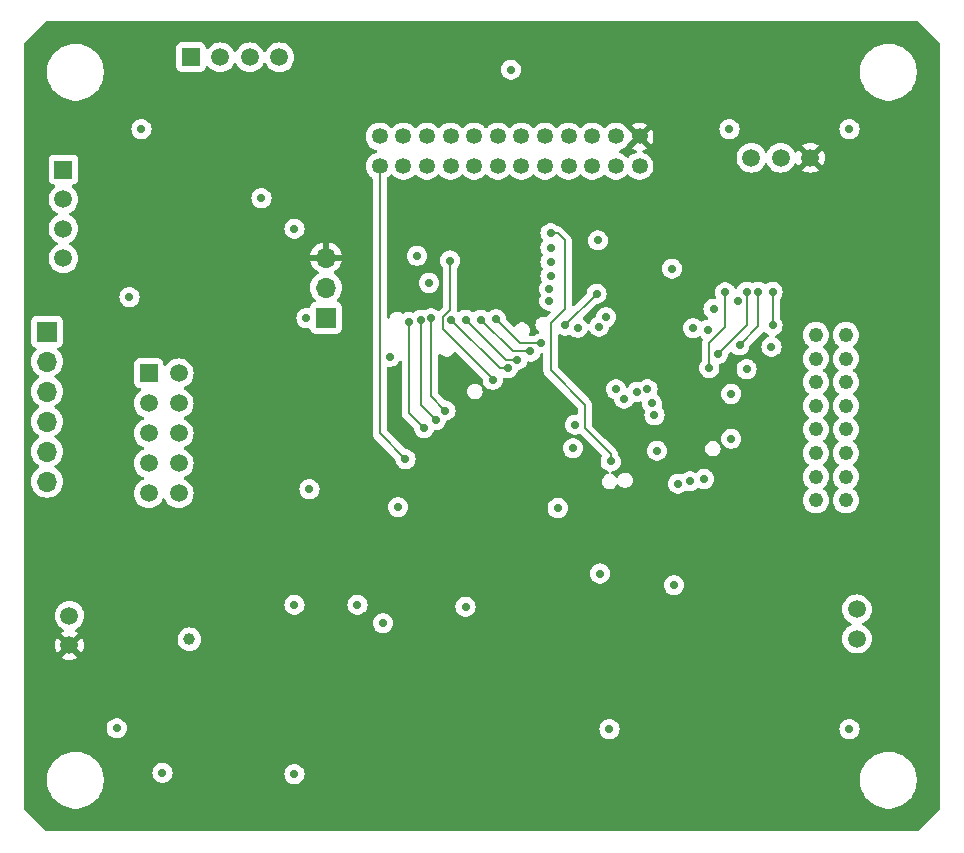
<source format=gbr>
%TF.GenerationSoftware,KiCad,Pcbnew,8.0.8-8.0.8-0~ubuntu24.04.1*%
%TF.CreationDate,2025-08-07T16:45:33-04:00*%
%TF.ProjectId,mainboard,6d61696e-626f-4617-9264-2e6b69636164,rev?*%
%TF.SameCoordinates,Original*%
%TF.FileFunction,Copper,L3,Inr*%
%TF.FilePolarity,Positive*%
%FSLAX46Y46*%
G04 Gerber Fmt 4.6, Leading zero omitted, Abs format (unit mm)*
G04 Created by KiCad (PCBNEW 8.0.8-8.0.8-0~ubuntu24.04.1) date 2025-08-07 16:45:33*
%MOMM*%
%LPD*%
G01*
G04 APERTURE LIST*
%TA.AperFunction,ComponentPad*%
%ADD10R,1.508000X1.508000*%
%TD*%
%TA.AperFunction,ComponentPad*%
%ADD11C,1.508000*%
%TD*%
%TA.AperFunction,ComponentPad*%
%ADD12R,1.700000X1.700000*%
%TD*%
%TA.AperFunction,ComponentPad*%
%ADD13O,1.700000X1.700000*%
%TD*%
%TA.AperFunction,ComponentPad*%
%ADD14C,1.219200*%
%TD*%
%TA.AperFunction,ComponentPad*%
%ADD15C,1.498600*%
%TD*%
%TA.AperFunction,ComponentPad*%
%ADD16C,1.346200*%
%TD*%
%TA.AperFunction,ViaPad*%
%ADD17C,1.000000*%
%TD*%
%TA.AperFunction,ViaPad*%
%ADD18C,0.860000*%
%TD*%
%TA.AperFunction,ViaPad*%
%ADD19C,0.700000*%
%TD*%
%TA.AperFunction,Conductor*%
%ADD20C,0.203200*%
%TD*%
G04 APERTURE END LIST*
D10*
%TO.N,RST*%
%TO.C,J7*%
X72748000Y-51137500D03*
D11*
%TO.N,SWDIO*%
X75288000Y-51137500D03*
%TO.N,GND*%
X72748000Y-53677500D03*
X75288000Y-53677500D03*
%TO.N,unconnected-(J7-Pad5)*%
X72747999Y-56217500D03*
%TO.N,SWCLK*%
X75288001Y-56217500D03*
%TO.N,unconnected-(J7-Pad7)*%
X72748000Y-58757500D03*
%TO.N,unconnected-(J7-Pad8)*%
X75288000Y-58757500D03*
%TO.N,/programming/5v5_in_jtag*%
X72748000Y-61297500D03*
X75288000Y-61297500D03*
%TD*%
D12*
%TO.N,unconnected-(J6-Pin_1-Pad1)*%
%TO.C,J6*%
X64135000Y-47625000D03*
D13*
%TO.N,PD2*%
X64135000Y-50165000D03*
%TO.N,PC12*%
X64135000Y-52704999D03*
%TO.N,unconnected-(J6-Pin_4-Pad4)*%
X64135000Y-55245000D03*
%TO.N,GND*%
X64135000Y-57785000D03*
X64135000Y-60325000D03*
%TD*%
D14*
%TO.N,PA0*%
%TO.C,U1*%
X129235000Y-61900000D03*
%TO.N,PA1*%
X129235000Y-59900001D03*
%TO.N,PA2*%
X129235000Y-57900000D03*
%TO.N,PA3*%
X129235000Y-55900001D03*
%TO.N,PA4*%
X129235000Y-53900000D03*
%TO.N,PA5*%
X129235000Y-51900002D03*
%TO.N,PA6*%
X129235000Y-49900001D03*
%TO.N,PA7*%
X129235000Y-47900000D03*
%TO.N,PA8*%
X131775000Y-61900000D03*
%TO.N,PA9*%
X131775000Y-59900001D03*
%TO.N,PA10*%
X131775000Y-57900000D03*
%TO.N,PB11*%
X131775000Y-55900001D03*
%TO.N,PB12*%
X131775000Y-53900000D03*
%TO.N,PB13*%
X131775000Y-51900002D03*
%TO.N,PB14*%
X131775000Y-49900001D03*
%TO.N,unconnected-(U1-Pad16)*%
X131775000Y-47900000D03*
%TD*%
D15*
%TO.N,+3.3V*%
%TO.C,J5*%
X128775000Y-32900000D03*
%TO.N,PC11*%
X126275000Y-32900000D03*
%TO.N,GND*%
X123775000Y-32900000D03*
%TD*%
D10*
%TO.N,PC13*%
%TO.C,J2*%
X65532000Y-33902002D03*
D11*
%TO.N,PC14*%
X65532000Y-36402002D03*
%TO.N,PC15*%
X65532000Y-38902000D03*
%TO.N,GND*%
X65532000Y-41402000D03*
%TD*%
D16*
%TO.N,PB0*%
%TO.C,J1*%
X92308399Y-31098306D03*
%TO.N,PB1*%
X92308399Y-33598306D03*
%TO.N,PB2*%
X94308400Y-31098306D03*
%TO.N,PB3*%
X94308400Y-33598306D03*
%TO.N,PB4*%
X96308398Y-31098306D03*
%TO.N,PB5*%
X96308398Y-33598306D03*
%TO.N,PB6*%
X98308400Y-31098306D03*
%TO.N,PB7*%
X98308400Y-33598306D03*
%TO.N,PB8*%
X100308398Y-31098306D03*
%TO.N,PB9*%
X100308398Y-33598306D03*
%TO.N,PB10*%
X102308399Y-31098306D03*
%TO.N,PC0*%
X102308399Y-33598306D03*
%TO.N,PC1*%
X104308400Y-31098306D03*
%TO.N,PC2*%
X104308400Y-33598306D03*
%TO.N,PC3*%
X106308399Y-31098306D03*
%TO.N,PC4*%
X106308399Y-33598306D03*
%TO.N,PC5*%
X108308400Y-31098306D03*
%TO.N,PC6*%
X108308400Y-33598306D03*
%TO.N,PC7*%
X110308398Y-31098306D03*
%TO.N,PC8*%
X110308398Y-33598306D03*
%TO.N,PC9*%
X112308399Y-31098306D03*
%TO.N,PC10*%
X112308399Y-33598306D03*
%TO.N,+3.3V*%
X114308398Y-31098306D03*
%TO.N,GND*%
X114308398Y-33598306D03*
%TD*%
D10*
%TO.N,PC13*%
%TO.C,J3*%
X76320002Y-24384000D03*
D11*
%TO.N,PC14*%
X78820002Y-24384000D03*
%TO.N,PC15*%
X81320000Y-24384000D03*
%TO.N,GND*%
X83820000Y-24384000D03*
%TD*%
D12*
%TO.N,GND*%
%TO.C,SW3*%
X87775000Y-46440000D03*
D13*
%TO.N,/stm/SW_BOOT0*%
X87775000Y-43900000D03*
%TO.N,+3.3V*%
X87775000Y-41360001D03*
%TD*%
D15*
%TO.N,RST*%
%TO.C,SW2*%
X132715000Y-71120000D03*
%TO.N,GND*%
X132715000Y-73620000D03*
%TD*%
%TO.N,+3.3V*%
%TO.C,J4*%
X66040000Y-74168000D03*
%TO.N,GND*%
X66040000Y-71668000D03*
%TD*%
D17*
%TO.N,/programming/5v5_post_diode*%
X76200000Y-73660000D03*
D18*
%TO.N,+3.3V*%
X85852000Y-65024000D03*
D19*
X115775000Y-63400000D03*
X117775000Y-55900000D03*
X107442000Y-55880000D03*
X101975000Y-54500000D03*
D18*
X99060000Y-85344000D03*
D19*
%TO.N,GND*%
X86106000Y-46482000D03*
X114975000Y-52500000D03*
X86360000Y-60960000D03*
X93853000Y-62484000D03*
X117052938Y-42282474D03*
X111760000Y-81280000D03*
X117221000Y-69088000D03*
X108839000Y-55499000D03*
X73914000Y-84978200D03*
X85090000Y-85090000D03*
X71120000Y-44704000D03*
X85090000Y-70739000D03*
X90424000Y-70742000D03*
X132080000Y-81280000D03*
X70036498Y-81212281D03*
X72136000Y-30480000D03*
X92575000Y-72300000D03*
X132080000Y-30480000D03*
X99575000Y-70900000D03*
X103403938Y-25431856D03*
X121920000Y-30480000D03*
%TO.N,PC9*%
X125575000Y-47100000D03*
X125575000Y-44248400D03*
%TO.N,PC3*%
X111861519Y-58613481D03*
X106775000Y-39300000D03*
%TO.N,PC8*%
X124375000Y-44248400D03*
X122775000Y-48751600D03*
%TO.N,PC6*%
X120215072Y-50700000D03*
X121575000Y-44300000D03*
%TO.N,PB8*%
X110875000Y-47200000D03*
X106675000Y-45000000D03*
%TO.N,PC2*%
X114101870Y-52718283D03*
X106775000Y-40500000D03*
%TO.N,PC10*%
X109075000Y-47300000D03*
X110775000Y-39900000D03*
%TO.N,PB3*%
X102146288Y-46571288D03*
X105975000Y-48600000D03*
%TO.N,PC5*%
X115575000Y-54700000D03*
%TO.N,PB10*%
X115775000Y-57700000D03*
%TO.N,PB9*%
X111475000Y-46400000D03*
X106675000Y-44000000D03*
%TO.N,PC7*%
X120975000Y-49500000D03*
X123375000Y-44248400D03*
%TO.N,PB5*%
X99575000Y-46600000D03*
X103975000Y-50000000D03*
X96475000Y-43500000D03*
%TO.N,PC0*%
X112323400Y-52500000D03*
X106775000Y-42900000D03*
%TO.N,PC1*%
X112975000Y-53300000D03*
X106775000Y-41700000D03*
%TO.N,PB2*%
X119775000Y-60100000D03*
%TO.N,PC4*%
X115375000Y-53700000D03*
%TO.N,PB6*%
X98375000Y-46600000D03*
X103175000Y-50700000D03*
%TO.N,PB7*%
X101875000Y-51700000D03*
X98275000Y-41600000D03*
%TO.N,PB1*%
X118575000Y-60300000D03*
X94488000Y-58420000D03*
%TO.N,PB0*%
X117575000Y-60498400D03*
%TO.N,PB4*%
X95475000Y-41200000D03*
X105075000Y-49300000D03*
X100875000Y-46600000D03*
%TO.N,PA8*%
X122625000Y-45048400D03*
X120125000Y-47450000D03*
%TO.N,PB14*%
X125475000Y-48900000D03*
%TO.N,PB11*%
X122075000Y-56700000D03*
%TO.N,PB12*%
X122075000Y-52900000D03*
%TO.N,PB13*%
X123375000Y-50800000D03*
%TO.N,PA9*%
X120575000Y-45700000D03*
X118852695Y-47322305D03*
%TO.N,PC15*%
X94775000Y-46800000D03*
X96075000Y-55800000D03*
X85090000Y-38902000D03*
%TO.N,PC14*%
X82296000Y-36322000D03*
X97075000Y-55100000D03*
X95775000Y-46600000D03*
%TO.N,PC13*%
X97875000Y-54300000D03*
X96675000Y-46500000D03*
%TO.N,PC11*%
X107975000Y-47100000D03*
X110675000Y-44400000D03*
%TO.N,RST*%
X107375000Y-62558000D03*
X110975000Y-68100000D03*
X108675000Y-57500000D03*
X93175000Y-49751600D03*
%TD*%
D20*
%TO.N,PC9*%
X125575000Y-44248400D02*
X125575000Y-47100000D01*
%TO.N,PC3*%
X106775000Y-46900000D02*
X106775000Y-50900000D01*
X107975000Y-39900000D02*
X107975000Y-45700000D01*
X111861519Y-57986519D02*
X111861519Y-58613481D01*
X109675000Y-55800000D02*
X111861519Y-57986519D01*
X109675000Y-53800000D02*
X109675000Y-55800000D01*
X106775000Y-50900000D02*
X109675000Y-53800000D01*
X107975000Y-45700000D02*
X106775000Y-46900000D01*
X106775000Y-39300000D02*
X107375000Y-39300000D01*
X107375000Y-39300000D02*
X107975000Y-39900000D01*
%TO.N,PC8*%
X124375000Y-44248400D02*
X124375000Y-47151600D01*
X124375000Y-47151600D02*
X122775000Y-48751600D01*
%TO.N,PC6*%
X120215072Y-48570679D02*
X121575000Y-47210751D01*
X121575000Y-47210751D02*
X121575000Y-44300000D01*
X120215072Y-50700000D02*
X120215072Y-48570679D01*
%TO.N,PB3*%
X105975000Y-48600000D02*
X104175000Y-48600000D01*
X104175000Y-48600000D02*
X102146288Y-46571288D01*
%TO.N,PC7*%
X120975000Y-49500000D02*
X123375000Y-47100000D01*
X123375000Y-47100000D02*
X123375000Y-44248400D01*
%TO.N,PB5*%
X102975000Y-50000000D02*
X99575000Y-46600000D01*
X103975000Y-50000000D02*
X102975000Y-50000000D01*
%TO.N,PB6*%
X102475000Y-50700000D02*
X98375000Y-46600000D01*
X103175000Y-50700000D02*
X102475000Y-50700000D01*
%TO.N,PB7*%
X101875000Y-51600000D02*
X97675000Y-47400000D01*
X98275000Y-45778498D02*
X98275000Y-41600000D01*
X97675000Y-46378498D02*
X98275000Y-45778498D01*
X101875000Y-51700000D02*
X101875000Y-51600000D01*
X97675000Y-47400000D02*
X97675000Y-46378498D01*
%TO.N,PB1*%
X92308399Y-56240399D02*
X92308399Y-33598306D01*
X94488000Y-58420000D02*
X92308399Y-56240399D01*
%TO.N,PB4*%
X103575000Y-49300000D02*
X100875000Y-46600000D01*
X105075000Y-49300000D02*
X103575000Y-49300000D01*
%TO.N,PC15*%
X96075000Y-55800000D02*
X94775000Y-54500000D01*
X94775000Y-54500000D02*
X94775000Y-46800000D01*
%TO.N,PC14*%
X97075000Y-55100000D02*
X95775000Y-53800000D01*
X95775000Y-53800000D02*
X95775000Y-46600000D01*
%TO.N,PC13*%
X96675000Y-53100000D02*
X96675000Y-46500000D01*
X97875000Y-54300000D02*
X96675000Y-53100000D01*
%TO.N,PC11*%
X107975000Y-47100000D02*
X110675000Y-44400000D01*
%TD*%
%TA.AperFunction,Conductor*%
%TO.N,+3.3V*%
G36*
X113917859Y-31260072D02*
G01*
X113973035Y-31355639D01*
X114051065Y-31433669D01*
X114146632Y-31488845D01*
X114245043Y-31515214D01*
X113674609Y-32085646D01*
X113674610Y-32085647D01*
X113783258Y-32152919D01*
X113783264Y-32152922D01*
X113988448Y-32232410D01*
X114043849Y-32274983D01*
X114067440Y-32340750D01*
X114051729Y-32408830D01*
X114001705Y-32457609D01*
X113988448Y-32463663D01*
X113783047Y-32543236D01*
X113783037Y-32543241D01*
X113598120Y-32657738D01*
X113598118Y-32657739D01*
X113598116Y-32657741D01*
X113452532Y-32790457D01*
X113437379Y-32804271D01*
X113407351Y-32844034D01*
X113351242Y-32885669D01*
X113281530Y-32890360D01*
X113220348Y-32856617D01*
X113209444Y-32844032D01*
X113179419Y-32804272D01*
X113179416Y-32804269D01*
X113018681Y-32657741D01*
X112833759Y-32543241D01*
X112833758Y-32543240D01*
X112708258Y-32494622D01*
X112630946Y-32464671D01*
X112630944Y-32464670D01*
X112629040Y-32463933D01*
X112573639Y-32421360D01*
X112550048Y-32355593D01*
X112565759Y-32287513D01*
X112615783Y-32238734D01*
X112629040Y-32232679D01*
X112630944Y-32231941D01*
X112630946Y-32231941D01*
X112833759Y-32153371D01*
X113018681Y-32038871D01*
X113179416Y-31892343D01*
X113259184Y-31786712D01*
X113287299Y-31765849D01*
X113891489Y-31161660D01*
X113917859Y-31260072D01*
G37*
%TD.AperFunction*%
%TA.AperFunction,Conductor*%
G36*
X137874201Y-21332185D02*
G01*
X137894843Y-21348819D01*
X139687181Y-23141157D01*
X139720666Y-23202480D01*
X139723500Y-23228838D01*
X139723500Y-88023162D01*
X139703815Y-88090201D01*
X139687181Y-88110843D01*
X137894843Y-89903181D01*
X137833520Y-89936666D01*
X137807162Y-89939500D01*
X64122838Y-89939500D01*
X64055799Y-89919815D01*
X64035157Y-89903181D01*
X62242819Y-88110843D01*
X62209334Y-88049520D01*
X62206500Y-88023162D01*
X62206500Y-85463186D01*
X64147500Y-85463186D01*
X64147500Y-85732813D01*
X64177686Y-86000719D01*
X64177688Y-86000731D01*
X64237684Y-86263594D01*
X64237687Y-86263602D01*
X64326734Y-86518082D01*
X64443714Y-86760994D01*
X64443716Y-86760997D01*
X64587162Y-86989289D01*
X64755266Y-87200085D01*
X64945915Y-87390734D01*
X65156711Y-87558838D01*
X65385003Y-87702284D01*
X65627921Y-87819267D01*
X65819049Y-87886145D01*
X65882397Y-87908312D01*
X65882405Y-87908315D01*
X65882408Y-87908315D01*
X65882409Y-87908316D01*
X66145268Y-87968312D01*
X66413187Y-87998499D01*
X66413188Y-87998500D01*
X66413191Y-87998500D01*
X66682812Y-87998500D01*
X66682812Y-87998499D01*
X66950732Y-87968312D01*
X67213591Y-87908316D01*
X67468079Y-87819267D01*
X67710997Y-87702284D01*
X67939289Y-87558838D01*
X68150085Y-87390734D01*
X68340734Y-87200085D01*
X68508838Y-86989289D01*
X68652284Y-86760997D01*
X68769267Y-86518079D01*
X68858316Y-86263591D01*
X68918312Y-86000732D01*
X68948500Y-85732809D01*
X68948500Y-85463191D01*
X68918312Y-85195268D01*
X68868768Y-84978200D01*
X73058815Y-84978200D01*
X73077503Y-85156005D01*
X73077504Y-85156007D01*
X73132747Y-85326029D01*
X73132750Y-85326035D01*
X73222141Y-85480865D01*
X73263812Y-85527146D01*
X73341764Y-85613721D01*
X73341767Y-85613723D01*
X73341770Y-85613726D01*
X73486407Y-85718812D01*
X73649733Y-85791529D01*
X73824609Y-85828700D01*
X73824610Y-85828700D01*
X74003389Y-85828700D01*
X74003391Y-85828700D01*
X74178267Y-85791529D01*
X74341593Y-85718812D01*
X74486230Y-85613726D01*
X74505194Y-85592665D01*
X74512148Y-85584941D01*
X74605859Y-85480865D01*
X74695250Y-85326035D01*
X74750497Y-85156003D01*
X74757434Y-85090000D01*
X84234815Y-85090000D01*
X84253503Y-85267805D01*
X84253504Y-85267807D01*
X84308747Y-85437829D01*
X84308750Y-85437835D01*
X84398141Y-85592665D01*
X84439812Y-85638946D01*
X84517764Y-85725521D01*
X84517767Y-85725523D01*
X84517770Y-85725526D01*
X84662407Y-85830612D01*
X84825733Y-85903329D01*
X85000609Y-85940500D01*
X85000610Y-85940500D01*
X85179389Y-85940500D01*
X85179391Y-85940500D01*
X85354267Y-85903329D01*
X85517593Y-85830612D01*
X85662230Y-85725526D01*
X85668276Y-85718812D01*
X85688148Y-85696741D01*
X85781859Y-85592665D01*
X85856614Y-85463186D01*
X132981500Y-85463186D01*
X132981500Y-85732813D01*
X133011686Y-86000719D01*
X133011688Y-86000731D01*
X133071684Y-86263594D01*
X133071687Y-86263602D01*
X133160734Y-86518082D01*
X133277714Y-86760994D01*
X133277716Y-86760997D01*
X133421162Y-86989289D01*
X133589266Y-87200085D01*
X133779915Y-87390734D01*
X133990711Y-87558838D01*
X134219003Y-87702284D01*
X134461921Y-87819267D01*
X134653049Y-87886145D01*
X134716397Y-87908312D01*
X134716405Y-87908315D01*
X134716408Y-87908315D01*
X134716409Y-87908316D01*
X134979268Y-87968312D01*
X135247187Y-87998499D01*
X135247188Y-87998500D01*
X135247191Y-87998500D01*
X135516812Y-87998500D01*
X135516812Y-87998499D01*
X135784732Y-87968312D01*
X136047591Y-87908316D01*
X136302079Y-87819267D01*
X136544997Y-87702284D01*
X136773289Y-87558838D01*
X136984085Y-87390734D01*
X137174734Y-87200085D01*
X137342838Y-86989289D01*
X137486284Y-86760997D01*
X137603267Y-86518079D01*
X137692316Y-86263591D01*
X137752312Y-86000732D01*
X137782500Y-85732809D01*
X137782500Y-85463191D01*
X137752312Y-85195268D01*
X137692316Y-84932409D01*
X137685242Y-84912194D01*
X137646121Y-84800392D01*
X137603267Y-84677921D01*
X137486284Y-84435003D01*
X137342838Y-84206711D01*
X137174734Y-83995915D01*
X136984085Y-83805266D01*
X136773289Y-83637162D01*
X136544997Y-83493716D01*
X136544994Y-83493714D01*
X136302082Y-83376734D01*
X136047602Y-83287687D01*
X136047594Y-83287684D01*
X135850446Y-83242687D01*
X135784732Y-83227688D01*
X135784728Y-83227687D01*
X135784719Y-83227686D01*
X135516813Y-83197500D01*
X135516809Y-83197500D01*
X135247191Y-83197500D01*
X135247186Y-83197500D01*
X134979280Y-83227686D01*
X134979268Y-83227688D01*
X134716405Y-83287684D01*
X134716397Y-83287687D01*
X134461917Y-83376734D01*
X134219005Y-83493714D01*
X133990712Y-83637161D01*
X133779915Y-83805265D01*
X133589265Y-83995915D01*
X133421161Y-84206712D01*
X133277714Y-84435005D01*
X133160734Y-84677917D01*
X133071687Y-84932397D01*
X133071684Y-84932405D01*
X133011688Y-85195268D01*
X133011686Y-85195280D01*
X132981500Y-85463186D01*
X85856614Y-85463186D01*
X85871250Y-85437835D01*
X85926497Y-85267803D01*
X85945185Y-85090000D01*
X85926497Y-84912197D01*
X85871250Y-84742165D01*
X85781859Y-84587335D01*
X85735003Y-84535296D01*
X85662235Y-84454478D01*
X85662232Y-84454476D01*
X85662231Y-84454475D01*
X85662230Y-84454474D01*
X85517593Y-84349388D01*
X85354267Y-84276671D01*
X85354265Y-84276670D01*
X85226594Y-84249533D01*
X85179391Y-84239500D01*
X85000609Y-84239500D01*
X84969954Y-84246015D01*
X84825733Y-84276670D01*
X84825728Y-84276672D01*
X84662408Y-84349387D01*
X84517768Y-84454475D01*
X84398140Y-84587336D01*
X84308750Y-84742164D01*
X84308747Y-84742170D01*
X84253504Y-84912192D01*
X84253503Y-84912194D01*
X84234815Y-85090000D01*
X74757434Y-85090000D01*
X74769185Y-84978200D01*
X74750497Y-84800397D01*
X74695250Y-84630365D01*
X74605859Y-84475535D01*
X74559003Y-84423496D01*
X74486235Y-84342678D01*
X74486232Y-84342676D01*
X74486231Y-84342675D01*
X74486230Y-84342674D01*
X74341593Y-84237588D01*
X74178267Y-84164871D01*
X74178265Y-84164870D01*
X74050594Y-84137733D01*
X74003391Y-84127700D01*
X73824609Y-84127700D01*
X73793954Y-84134215D01*
X73649733Y-84164870D01*
X73649728Y-84164872D01*
X73486408Y-84237587D01*
X73341768Y-84342675D01*
X73222140Y-84475536D01*
X73132750Y-84630364D01*
X73132747Y-84630370D01*
X73077504Y-84800392D01*
X73077503Y-84800394D01*
X73058815Y-84978200D01*
X68868768Y-84978200D01*
X68858316Y-84932409D01*
X68851242Y-84912194D01*
X68812121Y-84800392D01*
X68769267Y-84677921D01*
X68652284Y-84435003D01*
X68508838Y-84206711D01*
X68340734Y-83995915D01*
X68150085Y-83805266D01*
X67939289Y-83637162D01*
X67710997Y-83493716D01*
X67710994Y-83493714D01*
X67468082Y-83376734D01*
X67213602Y-83287687D01*
X67213594Y-83287684D01*
X67016446Y-83242687D01*
X66950732Y-83227688D01*
X66950728Y-83227687D01*
X66950719Y-83227686D01*
X66682813Y-83197500D01*
X66682809Y-83197500D01*
X66413191Y-83197500D01*
X66413186Y-83197500D01*
X66145280Y-83227686D01*
X66145268Y-83227688D01*
X65882405Y-83287684D01*
X65882397Y-83287687D01*
X65627917Y-83376734D01*
X65385005Y-83493714D01*
X65156712Y-83637161D01*
X64945915Y-83805265D01*
X64755265Y-83995915D01*
X64587161Y-84206712D01*
X64443714Y-84435005D01*
X64326734Y-84677917D01*
X64237687Y-84932397D01*
X64237684Y-84932405D01*
X64177688Y-85195268D01*
X64177686Y-85195280D01*
X64147500Y-85463186D01*
X62206500Y-85463186D01*
X62206500Y-81212281D01*
X69181313Y-81212281D01*
X69200001Y-81390086D01*
X69200002Y-81390088D01*
X69255245Y-81560110D01*
X69255248Y-81560116D01*
X69344639Y-81714946D01*
X69386310Y-81761227D01*
X69464262Y-81847802D01*
X69464265Y-81847804D01*
X69464268Y-81847807D01*
X69608905Y-81952893D01*
X69772231Y-82025610D01*
X69947107Y-82062781D01*
X69947108Y-82062781D01*
X70125887Y-82062781D01*
X70125889Y-82062781D01*
X70300765Y-82025610D01*
X70464091Y-81952893D01*
X70608728Y-81847807D01*
X70728357Y-81714946D01*
X70817748Y-81560116D01*
X70872995Y-81390084D01*
X70884565Y-81280000D01*
X110904815Y-81280000D01*
X110923503Y-81457805D01*
X110923504Y-81457807D01*
X110978747Y-81627829D01*
X110978750Y-81627835D01*
X111068141Y-81782665D01*
X111109812Y-81828946D01*
X111187764Y-81915521D01*
X111187767Y-81915523D01*
X111187770Y-81915526D01*
X111332407Y-82020612D01*
X111495733Y-82093329D01*
X111670609Y-82130500D01*
X111670610Y-82130500D01*
X111849389Y-82130500D01*
X111849391Y-82130500D01*
X112024267Y-82093329D01*
X112187593Y-82020612D01*
X112332230Y-81915526D01*
X112451859Y-81782665D01*
X112541250Y-81627835D01*
X112596497Y-81457803D01*
X112615185Y-81280000D01*
X131224815Y-81280000D01*
X131243503Y-81457805D01*
X131243504Y-81457807D01*
X131298747Y-81627829D01*
X131298750Y-81627835D01*
X131388141Y-81782665D01*
X131429812Y-81828946D01*
X131507764Y-81915521D01*
X131507767Y-81915523D01*
X131507770Y-81915526D01*
X131652407Y-82020612D01*
X131815733Y-82093329D01*
X131990609Y-82130500D01*
X131990610Y-82130500D01*
X132169389Y-82130500D01*
X132169391Y-82130500D01*
X132344267Y-82093329D01*
X132507593Y-82020612D01*
X132652230Y-81915526D01*
X132771859Y-81782665D01*
X132861250Y-81627835D01*
X132916497Y-81457803D01*
X132935185Y-81280000D01*
X132916497Y-81102197D01*
X132861250Y-80932165D01*
X132771859Y-80777335D01*
X132710885Y-80709617D01*
X132652235Y-80644478D01*
X132652232Y-80644476D01*
X132652231Y-80644475D01*
X132652230Y-80644474D01*
X132507593Y-80539388D01*
X132344267Y-80466671D01*
X132344265Y-80466670D01*
X132216594Y-80439533D01*
X132169391Y-80429500D01*
X131990609Y-80429500D01*
X131959954Y-80436015D01*
X131815733Y-80466670D01*
X131815728Y-80466672D01*
X131652408Y-80539387D01*
X131507768Y-80644475D01*
X131388140Y-80777336D01*
X131298750Y-80932164D01*
X131298747Y-80932170D01*
X131243504Y-81102192D01*
X131243503Y-81102194D01*
X131224815Y-81280000D01*
X112615185Y-81280000D01*
X112596497Y-81102197D01*
X112541250Y-80932165D01*
X112451859Y-80777335D01*
X112390885Y-80709617D01*
X112332235Y-80644478D01*
X112332232Y-80644476D01*
X112332231Y-80644475D01*
X112332230Y-80644474D01*
X112187593Y-80539388D01*
X112024267Y-80466671D01*
X112024265Y-80466670D01*
X111896594Y-80439533D01*
X111849391Y-80429500D01*
X111670609Y-80429500D01*
X111639954Y-80436015D01*
X111495733Y-80466670D01*
X111495728Y-80466672D01*
X111332408Y-80539387D01*
X111187768Y-80644475D01*
X111068140Y-80777336D01*
X110978750Y-80932164D01*
X110978747Y-80932170D01*
X110923504Y-81102192D01*
X110923503Y-81102194D01*
X110904815Y-81280000D01*
X70884565Y-81280000D01*
X70891683Y-81212281D01*
X70872995Y-81034478D01*
X70817748Y-80864446D01*
X70728357Y-80709616D01*
X70681501Y-80657577D01*
X70608733Y-80576759D01*
X70608730Y-80576757D01*
X70608729Y-80576756D01*
X70608728Y-80576755D01*
X70464091Y-80471669D01*
X70300765Y-80398952D01*
X70300763Y-80398951D01*
X70173092Y-80371814D01*
X70125889Y-80361781D01*
X69947107Y-80361781D01*
X69916452Y-80368296D01*
X69772231Y-80398951D01*
X69772226Y-80398953D01*
X69608906Y-80471668D01*
X69464266Y-80576756D01*
X69344638Y-80709617D01*
X69255248Y-80864445D01*
X69255245Y-80864451D01*
X69200002Y-81034473D01*
X69200001Y-81034475D01*
X69181313Y-81212281D01*
X62206500Y-81212281D01*
X62206500Y-71667999D01*
X64785426Y-71667999D01*
X64785426Y-71668000D01*
X64804485Y-71885849D01*
X64804487Y-71885859D01*
X64861083Y-72097082D01*
X64861085Y-72097086D01*
X64861086Y-72097090D01*
X64872794Y-72122197D01*
X64953506Y-72295286D01*
X64956807Y-72300000D01*
X65078941Y-72474425D01*
X65233575Y-72629059D01*
X65379430Y-72731188D01*
X65412713Y-72754493D01*
X65522943Y-72805894D01*
X65575382Y-72852066D01*
X65594534Y-72919260D01*
X65574318Y-72986141D01*
X65522943Y-73030658D01*
X65412964Y-73081942D01*
X65350930Y-73125377D01*
X65914428Y-73688874D01*
X65848821Y-73706454D01*
X65735879Y-73771661D01*
X65643661Y-73863879D01*
X65578454Y-73976821D01*
X65560874Y-74042427D01*
X64997377Y-73478930D01*
X64953942Y-73540964D01*
X64861559Y-73739080D01*
X64861555Y-73739089D01*
X64804981Y-73950228D01*
X64804979Y-73950238D01*
X64785928Y-74167998D01*
X64785928Y-74168001D01*
X64804979Y-74385761D01*
X64804981Y-74385771D01*
X64861555Y-74596910D01*
X64861559Y-74596919D01*
X64953944Y-74795039D01*
X64997376Y-74857068D01*
X64997377Y-74857069D01*
X65560874Y-74293572D01*
X65578454Y-74359179D01*
X65643661Y-74472121D01*
X65735879Y-74564339D01*
X65848821Y-74629546D01*
X65914427Y-74647125D01*
X65350929Y-75210621D01*
X65350930Y-75210622D01*
X65412960Y-75254055D01*
X65611080Y-75346440D01*
X65611089Y-75346444D01*
X65822228Y-75403018D01*
X65822238Y-75403020D01*
X66039998Y-75422072D01*
X66040002Y-75422072D01*
X66257761Y-75403020D01*
X66257771Y-75403018D01*
X66468910Y-75346444D01*
X66468919Y-75346440D01*
X66667035Y-75254057D01*
X66729069Y-75210621D01*
X66165573Y-74647125D01*
X66231179Y-74629546D01*
X66344121Y-74564339D01*
X66436339Y-74472121D01*
X66501546Y-74359179D01*
X66519125Y-74293573D01*
X67082621Y-74857069D01*
X67126057Y-74795035D01*
X67218440Y-74596919D01*
X67218444Y-74596910D01*
X67275018Y-74385771D01*
X67275020Y-74385761D01*
X67294072Y-74168001D01*
X67294072Y-74167998D01*
X67275020Y-73950238D01*
X67275018Y-73950228D01*
X67218444Y-73739089D01*
X67218440Y-73739080D01*
X67181564Y-73660000D01*
X75194659Y-73660000D01*
X75213975Y-73856129D01*
X75271188Y-74044733D01*
X75364086Y-74218532D01*
X75364090Y-74218539D01*
X75489116Y-74370883D01*
X75641460Y-74495909D01*
X75641467Y-74495913D01*
X75815266Y-74588811D01*
X75815269Y-74588811D01*
X75815273Y-74588814D01*
X76003868Y-74646024D01*
X76200000Y-74665341D01*
X76396132Y-74646024D01*
X76584727Y-74588814D01*
X76630517Y-74564339D01*
X76758532Y-74495913D01*
X76758538Y-74495910D01*
X76910883Y-74370883D01*
X77035910Y-74218538D01*
X77097777Y-74102793D01*
X77128811Y-74044733D01*
X77128811Y-74044732D01*
X77128814Y-74044727D01*
X77186024Y-73856132D01*
X77205341Y-73660000D01*
X77186024Y-73463868D01*
X77128814Y-73275273D01*
X77128811Y-73275269D01*
X77128811Y-73275266D01*
X77035913Y-73101467D01*
X77035909Y-73101460D01*
X76910883Y-72949116D01*
X76758539Y-72824090D01*
X76758532Y-72824086D01*
X76584733Y-72731188D01*
X76584727Y-72731186D01*
X76396132Y-72673976D01*
X76396129Y-72673975D01*
X76200000Y-72654659D01*
X76003870Y-72673975D01*
X75815266Y-72731188D01*
X75641467Y-72824086D01*
X75641460Y-72824090D01*
X75489116Y-72949116D01*
X75364090Y-73101460D01*
X75364086Y-73101467D01*
X75271188Y-73275266D01*
X75213975Y-73463870D01*
X75194659Y-73660000D01*
X67181564Y-73660000D01*
X67126055Y-73540960D01*
X67082622Y-73478930D01*
X67082621Y-73478929D01*
X66519124Y-74042426D01*
X66501546Y-73976821D01*
X66436339Y-73863879D01*
X66344121Y-73771661D01*
X66231179Y-73706454D01*
X66165572Y-73688874D01*
X66729069Y-73125377D01*
X66729068Y-73125376D01*
X66667038Y-73081943D01*
X66667036Y-73081942D01*
X66557057Y-73030658D01*
X66504617Y-72984486D01*
X66485465Y-72917292D01*
X66505681Y-72850411D01*
X66557057Y-72805894D01*
X66563986Y-72802663D01*
X66667287Y-72754493D01*
X66846425Y-72629059D01*
X67001059Y-72474425D01*
X67123193Y-72300000D01*
X91719815Y-72300000D01*
X91738503Y-72477805D01*
X91738504Y-72477807D01*
X91793747Y-72647829D01*
X91793750Y-72647835D01*
X91883141Y-72802665D01*
X91922983Y-72846914D01*
X92002764Y-72935521D01*
X92002767Y-72935523D01*
X92002770Y-72935526D01*
X92147407Y-73040612D01*
X92310733Y-73113329D01*
X92485609Y-73150500D01*
X92485610Y-73150500D01*
X92664389Y-73150500D01*
X92664391Y-73150500D01*
X92839267Y-73113329D01*
X93002593Y-73040612D01*
X93147230Y-72935526D01*
X93266859Y-72802665D01*
X93356250Y-72647835D01*
X93411497Y-72477803D01*
X93430185Y-72300000D01*
X93411497Y-72122197D01*
X93356250Y-71952165D01*
X93266859Y-71797335D01*
X93220003Y-71745296D01*
X93147235Y-71664478D01*
X93147232Y-71664476D01*
X93147231Y-71664475D01*
X93147230Y-71664474D01*
X93002593Y-71559388D01*
X92839267Y-71486671D01*
X92839265Y-71486670D01*
X92711594Y-71459533D01*
X92664391Y-71449500D01*
X92485609Y-71449500D01*
X92454954Y-71456015D01*
X92310733Y-71486670D01*
X92310728Y-71486672D01*
X92147408Y-71559387D01*
X92002768Y-71664475D01*
X91883140Y-71797336D01*
X91793750Y-71952164D01*
X91793747Y-71952170D01*
X91738504Y-72122192D01*
X91738503Y-72122194D01*
X91719815Y-72300000D01*
X67123193Y-72300000D01*
X67126493Y-72295287D01*
X67218914Y-72097090D01*
X67275514Y-71885854D01*
X67294574Y-71668000D01*
X67275514Y-71450146D01*
X67232539Y-71289760D01*
X67218916Y-71238917D01*
X67218915Y-71238916D01*
X67218914Y-71238910D01*
X67126493Y-71040713D01*
X67001059Y-70861575D01*
X66878484Y-70739000D01*
X84234815Y-70739000D01*
X84253503Y-70916805D01*
X84253504Y-70916807D01*
X84308747Y-71086829D01*
X84308750Y-71086835D01*
X84398141Y-71241665D01*
X84403697Y-71247835D01*
X84517764Y-71374521D01*
X84517767Y-71374523D01*
X84517770Y-71374526D01*
X84662407Y-71479612D01*
X84825733Y-71552329D01*
X85000609Y-71589500D01*
X85000610Y-71589500D01*
X85179389Y-71589500D01*
X85179391Y-71589500D01*
X85354267Y-71552329D01*
X85517593Y-71479612D01*
X85662230Y-71374526D01*
X85781859Y-71241665D01*
X85871250Y-71086835D01*
X85926497Y-70916803D01*
X85944870Y-70742000D01*
X89568815Y-70742000D01*
X89587503Y-70919805D01*
X89587504Y-70919807D01*
X89642747Y-71089829D01*
X89642750Y-71089835D01*
X89732141Y-71244665D01*
X89773812Y-71290946D01*
X89851764Y-71377521D01*
X89851767Y-71377523D01*
X89851770Y-71377526D01*
X89996407Y-71482612D01*
X90159733Y-71555329D01*
X90334609Y-71592500D01*
X90334610Y-71592500D01*
X90513389Y-71592500D01*
X90513391Y-71592500D01*
X90688267Y-71555329D01*
X90851593Y-71482612D01*
X90996230Y-71377526D01*
X90998932Y-71374526D01*
X91031955Y-71337849D01*
X91115859Y-71244665D01*
X91205250Y-71089835D01*
X91260497Y-70919803D01*
X91262578Y-70900000D01*
X98719815Y-70900000D01*
X98738503Y-71077805D01*
X98738504Y-71077807D01*
X98793747Y-71247829D01*
X98793750Y-71247835D01*
X98883141Y-71402665D01*
X98924812Y-71448946D01*
X99002764Y-71535521D01*
X99002767Y-71535523D01*
X99002770Y-71535526D01*
X99147407Y-71640612D01*
X99310733Y-71713329D01*
X99485609Y-71750500D01*
X99485610Y-71750500D01*
X99664389Y-71750500D01*
X99664391Y-71750500D01*
X99839267Y-71713329D01*
X100002593Y-71640612D01*
X100147230Y-71535526D01*
X100266859Y-71402665D01*
X100356250Y-71247835D01*
X100397787Y-71119999D01*
X131460426Y-71119999D01*
X131460426Y-71120000D01*
X131479485Y-71337849D01*
X131479487Y-71337859D01*
X131536083Y-71549082D01*
X131536085Y-71549086D01*
X131536086Y-71549090D01*
X131578763Y-71640610D01*
X131628506Y-71747286D01*
X131653593Y-71783114D01*
X131753941Y-71926425D01*
X131908575Y-72081059D01*
X132087713Y-72206493D01*
X132197351Y-72257618D01*
X132249790Y-72303790D01*
X132268942Y-72370984D01*
X132248726Y-72437865D01*
X132197351Y-72482382D01*
X132087713Y-72533506D01*
X131968201Y-72617190D01*
X131908575Y-72658941D01*
X131908573Y-72658942D01*
X131908570Y-72658945D01*
X131753945Y-72813570D01*
X131753942Y-72813573D01*
X131753941Y-72813575D01*
X131730597Y-72846914D01*
X131628506Y-72992713D01*
X131536087Y-73190908D01*
X131536083Y-73190917D01*
X131479487Y-73402140D01*
X131479485Y-73402150D01*
X131460426Y-73619999D01*
X131460426Y-73620000D01*
X131479485Y-73837849D01*
X131479487Y-73837859D01*
X131536083Y-74049082D01*
X131536085Y-74049086D01*
X131536086Y-74049090D01*
X131561128Y-74102793D01*
X131628506Y-74247286D01*
X131628507Y-74247287D01*
X131753941Y-74426425D01*
X131908575Y-74581059D01*
X132087713Y-74706493D01*
X132285910Y-74798914D01*
X132497146Y-74855514D01*
X132671429Y-74870762D01*
X132714999Y-74874574D01*
X132715000Y-74874574D01*
X132715001Y-74874574D01*
X132751309Y-74871397D01*
X132932854Y-74855514D01*
X133144090Y-74798914D01*
X133342287Y-74706493D01*
X133521425Y-74581059D01*
X133676059Y-74426425D01*
X133801493Y-74247287D01*
X133893914Y-74049090D01*
X133950514Y-73837854D01*
X133969574Y-73620000D01*
X133950514Y-73402146D01*
X133893914Y-73190910D01*
X133801493Y-72992713D01*
X133676059Y-72813575D01*
X133521425Y-72658941D01*
X133342287Y-72533507D01*
X133232648Y-72482381D01*
X133180209Y-72436210D01*
X133161057Y-72369016D01*
X133181273Y-72302135D01*
X133232649Y-72257618D01*
X133342287Y-72206493D01*
X133521425Y-72081059D01*
X133676059Y-71926425D01*
X133801493Y-71747287D01*
X133893914Y-71549090D01*
X133950514Y-71337854D01*
X133969574Y-71120000D01*
X133950514Y-70902146D01*
X133898211Y-70706945D01*
X133893916Y-70690917D01*
X133893915Y-70690916D01*
X133893914Y-70690910D01*
X133801493Y-70492713D01*
X133676059Y-70313575D01*
X133521425Y-70158941D01*
X133342287Y-70033507D01*
X133342288Y-70033507D01*
X133342286Y-70033506D01*
X133243188Y-69987296D01*
X133144090Y-69941086D01*
X133144086Y-69941085D01*
X133144082Y-69941083D01*
X132932859Y-69884487D01*
X132932849Y-69884485D01*
X132715001Y-69865426D01*
X132714999Y-69865426D01*
X132497150Y-69884485D01*
X132497140Y-69884487D01*
X132285917Y-69941083D01*
X132285908Y-69941087D01*
X132087713Y-70033506D01*
X131983500Y-70106478D01*
X131908575Y-70158941D01*
X131908573Y-70158942D01*
X131908570Y-70158945D01*
X131753945Y-70313570D01*
X131628506Y-70492713D01*
X131536087Y-70690908D01*
X131536083Y-70690917D01*
X131479487Y-70902140D01*
X131479485Y-70902150D01*
X131460426Y-71119999D01*
X100397787Y-71119999D01*
X100411497Y-71077803D01*
X100430185Y-70900000D01*
X100411497Y-70722197D01*
X100365784Y-70581506D01*
X100356252Y-70552170D01*
X100356249Y-70552164D01*
X100321925Y-70492713D01*
X100266859Y-70397335D01*
X100191441Y-70313575D01*
X100147235Y-70264478D01*
X100147232Y-70264476D01*
X100147231Y-70264475D01*
X100147230Y-70264474D01*
X100002593Y-70159388D01*
X99839267Y-70086671D01*
X99839265Y-70086670D01*
X99711594Y-70059533D01*
X99664391Y-70049500D01*
X99485609Y-70049500D01*
X99454954Y-70056015D01*
X99310733Y-70086670D01*
X99310728Y-70086672D01*
X99147408Y-70159387D01*
X99002768Y-70264475D01*
X98883140Y-70397336D01*
X98793750Y-70552164D01*
X98793747Y-70552170D01*
X98738504Y-70722192D01*
X98738503Y-70722194D01*
X98719815Y-70900000D01*
X91262578Y-70900000D01*
X91279185Y-70742000D01*
X91260497Y-70564197D01*
X91217702Y-70432487D01*
X91205252Y-70394170D01*
X91205249Y-70394164D01*
X91115859Y-70239335D01*
X91069003Y-70187296D01*
X90996235Y-70106478D01*
X90996232Y-70106476D01*
X90996231Y-70106475D01*
X90996230Y-70106474D01*
X90851593Y-70001388D01*
X90688267Y-69928671D01*
X90688265Y-69928670D01*
X90559633Y-69901329D01*
X90513391Y-69891500D01*
X90334609Y-69891500D01*
X90303954Y-69898015D01*
X90159733Y-69928670D01*
X90159728Y-69928672D01*
X89996408Y-70001387D01*
X89851768Y-70106475D01*
X89732140Y-70239336D01*
X89642750Y-70394164D01*
X89642747Y-70394170D01*
X89587504Y-70564192D01*
X89587503Y-70564194D01*
X89568815Y-70742000D01*
X85944870Y-70742000D01*
X85945185Y-70739000D01*
X85926497Y-70561197D01*
X85898873Y-70476181D01*
X85871252Y-70391170D01*
X85871249Y-70391164D01*
X85826453Y-70313575D01*
X85781859Y-70236335D01*
X85735003Y-70184296D01*
X85662235Y-70103478D01*
X85662232Y-70103476D01*
X85662231Y-70103475D01*
X85662230Y-70103474D01*
X85517593Y-69998388D01*
X85354267Y-69925671D01*
X85354265Y-69925670D01*
X85226594Y-69898533D01*
X85179391Y-69888500D01*
X85000609Y-69888500D01*
X84969954Y-69895015D01*
X84825733Y-69925670D01*
X84825728Y-69925672D01*
X84662408Y-69998387D01*
X84517768Y-70103475D01*
X84398140Y-70236336D01*
X84308750Y-70391164D01*
X84308747Y-70391170D01*
X84253504Y-70561192D01*
X84253503Y-70561194D01*
X84234815Y-70739000D01*
X66878484Y-70739000D01*
X66846425Y-70706941D01*
X66667287Y-70581507D01*
X66667288Y-70581507D01*
X66667286Y-70581506D01*
X66568188Y-70535296D01*
X66469090Y-70489086D01*
X66469086Y-70489085D01*
X66469082Y-70489083D01*
X66257859Y-70432487D01*
X66257849Y-70432485D01*
X66040001Y-70413426D01*
X66039999Y-70413426D01*
X65822150Y-70432485D01*
X65822140Y-70432487D01*
X65610917Y-70489083D01*
X65610908Y-70489087D01*
X65412713Y-70581506D01*
X65293201Y-70665190D01*
X65233575Y-70706941D01*
X65233573Y-70706942D01*
X65233570Y-70706945D01*
X65078945Y-70861570D01*
X65078942Y-70861573D01*
X65078941Y-70861575D01*
X65040267Y-70916807D01*
X64953506Y-71040713D01*
X64861087Y-71238908D01*
X64861083Y-71238917D01*
X64804487Y-71450140D01*
X64804485Y-71450150D01*
X64785426Y-71667999D01*
X62206500Y-71667999D01*
X62206500Y-69088000D01*
X116365815Y-69088000D01*
X116384503Y-69265805D01*
X116384504Y-69265807D01*
X116439747Y-69435829D01*
X116439750Y-69435835D01*
X116529141Y-69590665D01*
X116570812Y-69636946D01*
X116648764Y-69723521D01*
X116648767Y-69723523D01*
X116648770Y-69723526D01*
X116793407Y-69828612D01*
X116956733Y-69901329D01*
X117131609Y-69938500D01*
X117131610Y-69938500D01*
X117310389Y-69938500D01*
X117310391Y-69938500D01*
X117485267Y-69901329D01*
X117648593Y-69828612D01*
X117793230Y-69723526D01*
X117912859Y-69590665D01*
X118002250Y-69435835D01*
X118057497Y-69265803D01*
X118076185Y-69088000D01*
X118057497Y-68910197D01*
X118002250Y-68740165D01*
X117912859Y-68585335D01*
X117866003Y-68533296D01*
X117793235Y-68452478D01*
X117793232Y-68452476D01*
X117793231Y-68452475D01*
X117793230Y-68452474D01*
X117648593Y-68347388D01*
X117485267Y-68274671D01*
X117485265Y-68274670D01*
X117357594Y-68247533D01*
X117310391Y-68237500D01*
X117131609Y-68237500D01*
X117100954Y-68244015D01*
X116956733Y-68274670D01*
X116956728Y-68274672D01*
X116793408Y-68347387D01*
X116648768Y-68452475D01*
X116529140Y-68585336D01*
X116439750Y-68740164D01*
X116439747Y-68740170D01*
X116384504Y-68910192D01*
X116384503Y-68910194D01*
X116365815Y-69088000D01*
X62206500Y-69088000D01*
X62206500Y-68100000D01*
X110119815Y-68100000D01*
X110138503Y-68277805D01*
X110138504Y-68277807D01*
X110193747Y-68447829D01*
X110193750Y-68447835D01*
X110283141Y-68602665D01*
X110324812Y-68648946D01*
X110402764Y-68735521D01*
X110402767Y-68735523D01*
X110402770Y-68735526D01*
X110547407Y-68840612D01*
X110710733Y-68913329D01*
X110885609Y-68950500D01*
X110885610Y-68950500D01*
X111064389Y-68950500D01*
X111064391Y-68950500D01*
X111239267Y-68913329D01*
X111402593Y-68840612D01*
X111547230Y-68735526D01*
X111666859Y-68602665D01*
X111756250Y-68447835D01*
X111811497Y-68277803D01*
X111830185Y-68100000D01*
X111811497Y-67922197D01*
X111756250Y-67752165D01*
X111666859Y-67597335D01*
X111620003Y-67545296D01*
X111547235Y-67464478D01*
X111547232Y-67464476D01*
X111547231Y-67464475D01*
X111547230Y-67464474D01*
X111402593Y-67359388D01*
X111239267Y-67286671D01*
X111239265Y-67286670D01*
X111111594Y-67259533D01*
X111064391Y-67249500D01*
X110885609Y-67249500D01*
X110854954Y-67256015D01*
X110710733Y-67286670D01*
X110710728Y-67286672D01*
X110547408Y-67359387D01*
X110402768Y-67464475D01*
X110283140Y-67597336D01*
X110193750Y-67752164D01*
X110193747Y-67752170D01*
X110138504Y-67922192D01*
X110138503Y-67922194D01*
X110119815Y-68100000D01*
X62206500Y-68100000D01*
X62206500Y-50164999D01*
X62779341Y-50164999D01*
X62779341Y-50165000D01*
X62799936Y-50400403D01*
X62799938Y-50400413D01*
X62861094Y-50628655D01*
X62861096Y-50628659D01*
X62861097Y-50628663D01*
X62936178Y-50789675D01*
X62960965Y-50842830D01*
X62960967Y-50842834D01*
X63055477Y-50977807D01*
X63096505Y-51036401D01*
X63263599Y-51203495D01*
X63405225Y-51302663D01*
X63449157Y-51333424D01*
X63492782Y-51388001D01*
X63499976Y-51457499D01*
X63468453Y-51519854D01*
X63449158Y-51536574D01*
X63263594Y-51666507D01*
X63096505Y-51833596D01*
X62960965Y-52027168D01*
X62960964Y-52027170D01*
X62861098Y-52241334D01*
X62861094Y-52241343D01*
X62799938Y-52469585D01*
X62799936Y-52469595D01*
X62779341Y-52704998D01*
X62779341Y-52704999D01*
X62799936Y-52940402D01*
X62799938Y-52940412D01*
X62861094Y-53168654D01*
X62861096Y-53168658D01*
X62861097Y-53168662D01*
X62949600Y-53358457D01*
X62960965Y-53382829D01*
X62960967Y-53382833D01*
X63096501Y-53576394D01*
X63096506Y-53576401D01*
X63263597Y-53743492D01*
X63263603Y-53743497D01*
X63449158Y-53873424D01*
X63492783Y-53928001D01*
X63499977Y-53997499D01*
X63468454Y-54059854D01*
X63449159Y-54076574D01*
X63263594Y-54206508D01*
X63096505Y-54373597D01*
X62960965Y-54567169D01*
X62960964Y-54567171D01*
X62861098Y-54781335D01*
X62861094Y-54781344D01*
X62799938Y-55009586D01*
X62799936Y-55009596D01*
X62779341Y-55244999D01*
X62779341Y-55245000D01*
X62799936Y-55480403D01*
X62799938Y-55480413D01*
X62861094Y-55708655D01*
X62861096Y-55708659D01*
X62861097Y-55708663D01*
X62922625Y-55840610D01*
X62960965Y-55922830D01*
X62960967Y-55922834D01*
X63040335Y-56036182D01*
X63088420Y-56104855D01*
X63096501Y-56116395D01*
X63096506Y-56116402D01*
X63263597Y-56283493D01*
X63263603Y-56283498D01*
X63449158Y-56413425D01*
X63492783Y-56468002D01*
X63499977Y-56537500D01*
X63468454Y-56599855D01*
X63449158Y-56616575D01*
X63263597Y-56746505D01*
X63096505Y-56913597D01*
X62960965Y-57107169D01*
X62960964Y-57107171D01*
X62861098Y-57321335D01*
X62861094Y-57321344D01*
X62799938Y-57549586D01*
X62799936Y-57549596D01*
X62779341Y-57784999D01*
X62779341Y-57785000D01*
X62799936Y-58020403D01*
X62799938Y-58020413D01*
X62861094Y-58248655D01*
X62861096Y-58248659D01*
X62861097Y-58248663D01*
X62948302Y-58435675D01*
X62960965Y-58462830D01*
X62960967Y-58462834D01*
X63055477Y-58597807D01*
X63092776Y-58651076D01*
X63096501Y-58656395D01*
X63096506Y-58656402D01*
X63263597Y-58823493D01*
X63263603Y-58823498D01*
X63449158Y-58953425D01*
X63492783Y-59008002D01*
X63499977Y-59077500D01*
X63468454Y-59139855D01*
X63449158Y-59156575D01*
X63263597Y-59286505D01*
X63096505Y-59453597D01*
X62960965Y-59647169D01*
X62960964Y-59647171D01*
X62861098Y-59861335D01*
X62861094Y-59861344D01*
X62799938Y-60089586D01*
X62799936Y-60089596D01*
X62779341Y-60324999D01*
X62779341Y-60325000D01*
X62799936Y-60560403D01*
X62799938Y-60560413D01*
X62861094Y-60788655D01*
X62861096Y-60788659D01*
X62861097Y-60788663D01*
X62940993Y-60960000D01*
X62960965Y-61002830D01*
X62960967Y-61002834D01*
X63063263Y-61148926D01*
X63096505Y-61196401D01*
X63263599Y-61363495D01*
X63360384Y-61431265D01*
X63457165Y-61499032D01*
X63457167Y-61499033D01*
X63457170Y-61499035D01*
X63671337Y-61598903D01*
X63899592Y-61660063D01*
X64087918Y-61676539D01*
X64134999Y-61680659D01*
X64135000Y-61680659D01*
X64135001Y-61680659D01*
X64174234Y-61677226D01*
X64370408Y-61660063D01*
X64598663Y-61598903D01*
X64812830Y-61499035D01*
X65006401Y-61363495D01*
X65173495Y-61196401D01*
X65309035Y-61002830D01*
X65408903Y-60788663D01*
X65470063Y-60560408D01*
X65490659Y-60325000D01*
X65470063Y-60089592D01*
X65408903Y-59861337D01*
X65309035Y-59647171D01*
X65284289Y-59611829D01*
X65173494Y-59453597D01*
X65006402Y-59286506D01*
X65006396Y-59286501D01*
X64820842Y-59156575D01*
X64777217Y-59101998D01*
X64770023Y-59032500D01*
X64801546Y-58970145D01*
X64820842Y-58953425D01*
X64864772Y-58922665D01*
X65006401Y-58823495D01*
X65173495Y-58656401D01*
X65309035Y-58462830D01*
X65408903Y-58248663D01*
X65470063Y-58020408D01*
X65490659Y-57785000D01*
X65470063Y-57549592D01*
X65412704Y-57335521D01*
X65408905Y-57321344D01*
X65408904Y-57321343D01*
X65408903Y-57321337D01*
X65309035Y-57107171D01*
X65301543Y-57096470D01*
X65173494Y-56913597D01*
X65006402Y-56746506D01*
X65006396Y-56746501D01*
X64820842Y-56616575D01*
X64777217Y-56561998D01*
X64770023Y-56492500D01*
X64801546Y-56430145D01*
X64820842Y-56413425D01*
X64908330Y-56352165D01*
X65006401Y-56283495D01*
X65072399Y-56217497D01*
X71488707Y-56217497D01*
X71488707Y-56217502D01*
X71507780Y-56435521D01*
X71507838Y-56436174D01*
X71564652Y-56648203D01*
X71564653Y-56648206D01*
X71564654Y-56648208D01*
X71657418Y-56847142D01*
X71657422Y-56847150D01*
X71783321Y-57026952D01*
X71783326Y-57026958D01*
X71938540Y-57182172D01*
X71938546Y-57182177D01*
X72118348Y-57308076D01*
X72118350Y-57308077D01*
X72118353Y-57308079D01*
X72177214Y-57335526D01*
X72262119Y-57375118D01*
X72314559Y-57421290D01*
X72333711Y-57488483D01*
X72313495Y-57555365D01*
X72262120Y-57599882D01*
X72118353Y-57666921D01*
X72118349Y-57666923D01*
X71938547Y-57792822D01*
X71938541Y-57792827D01*
X71783327Y-57948041D01*
X71783322Y-57948047D01*
X71657423Y-58127849D01*
X71657419Y-58127857D01*
X71564655Y-58326791D01*
X71564653Y-58326795D01*
X71564653Y-58326797D01*
X71562315Y-58335523D01*
X71507839Y-58538824D01*
X71507838Y-58538831D01*
X71488708Y-58757497D01*
X71488708Y-58757502D01*
X71507311Y-58970145D01*
X71507839Y-58976174D01*
X71564653Y-59188203D01*
X71564654Y-59188206D01*
X71564655Y-59188208D01*
X71657419Y-59387142D01*
X71657423Y-59387150D01*
X71783322Y-59566952D01*
X71783327Y-59566958D01*
X71938541Y-59722172D01*
X71938547Y-59722177D01*
X72118349Y-59848076D01*
X72118351Y-59848077D01*
X72118354Y-59848079D01*
X72202963Y-59887532D01*
X72262120Y-59915118D01*
X72314560Y-59961290D01*
X72333712Y-60028483D01*
X72313496Y-60095365D01*
X72262120Y-60139882D01*
X72118357Y-60206919D01*
X72118349Y-60206923D01*
X71938547Y-60332822D01*
X71938541Y-60332827D01*
X71783327Y-60488041D01*
X71783322Y-60488047D01*
X71657423Y-60667849D01*
X71657419Y-60667857D01*
X71564655Y-60866791D01*
X71564653Y-60866795D01*
X71564653Y-60866797D01*
X71552185Y-60913329D01*
X71507839Y-61078824D01*
X71507838Y-61078831D01*
X71488708Y-61297497D01*
X71488708Y-61297502D01*
X71506339Y-61499035D01*
X71507839Y-61516174D01*
X71564653Y-61728203D01*
X71564654Y-61728206D01*
X71564655Y-61728208D01*
X71657419Y-61927142D01*
X71657423Y-61927150D01*
X71783322Y-62106952D01*
X71783327Y-62106958D01*
X71938541Y-62262172D01*
X71938547Y-62262177D01*
X72118349Y-62388076D01*
X72118351Y-62388077D01*
X72118354Y-62388079D01*
X72317297Y-62480847D01*
X72529326Y-62537661D01*
X72685521Y-62551326D01*
X72747998Y-62556792D01*
X72748000Y-62556792D01*
X72748002Y-62556792D01*
X72802668Y-62552009D01*
X72966674Y-62537661D01*
X73178703Y-62480847D01*
X73377646Y-62388079D01*
X73557457Y-62262174D01*
X73712674Y-62106957D01*
X73838579Y-61927146D01*
X73905618Y-61783378D01*
X73951790Y-61730939D01*
X74018983Y-61711787D01*
X74085864Y-61732002D01*
X74130381Y-61783378D01*
X74146240Y-61817387D01*
X74197419Y-61927142D01*
X74197423Y-61927150D01*
X74323322Y-62106952D01*
X74323327Y-62106958D01*
X74478541Y-62262172D01*
X74478547Y-62262177D01*
X74658349Y-62388076D01*
X74658351Y-62388077D01*
X74658354Y-62388079D01*
X74857297Y-62480847D01*
X75069326Y-62537661D01*
X75225521Y-62551326D01*
X75287998Y-62556792D01*
X75288000Y-62556792D01*
X75288002Y-62556792D01*
X75342668Y-62552009D01*
X75506674Y-62537661D01*
X75706936Y-62484000D01*
X92997815Y-62484000D01*
X93016503Y-62661805D01*
X93016504Y-62661807D01*
X93071747Y-62831829D01*
X93071750Y-62831835D01*
X93161141Y-62986665D01*
X93182242Y-63010100D01*
X93280764Y-63119521D01*
X93280767Y-63119523D01*
X93280770Y-63119526D01*
X93425407Y-63224612D01*
X93588733Y-63297329D01*
X93763609Y-63334500D01*
X93763610Y-63334500D01*
X93942389Y-63334500D01*
X93942391Y-63334500D01*
X94117267Y-63297329D01*
X94280593Y-63224612D01*
X94425230Y-63119526D01*
X94544859Y-62986665D01*
X94634250Y-62831835D01*
X94689497Y-62661803D01*
X94700407Y-62558000D01*
X106519815Y-62558000D01*
X106538503Y-62735805D01*
X106538504Y-62735807D01*
X106593747Y-62905829D01*
X106593750Y-62905835D01*
X106683141Y-63060665D01*
X106724812Y-63106946D01*
X106802764Y-63193521D01*
X106802767Y-63193523D01*
X106802770Y-63193526D01*
X106947407Y-63298612D01*
X107110733Y-63371329D01*
X107285609Y-63408500D01*
X107285610Y-63408500D01*
X107464389Y-63408500D01*
X107464391Y-63408500D01*
X107639267Y-63371329D01*
X107802593Y-63298612D01*
X107947230Y-63193526D01*
X108066859Y-63060665D01*
X108156250Y-62905835D01*
X108211497Y-62735803D01*
X108230185Y-62558000D01*
X108211497Y-62380197D01*
X108156250Y-62210165D01*
X108066859Y-62055335D01*
X108000229Y-61981335D01*
X107947235Y-61922478D01*
X107947232Y-61922476D01*
X107947231Y-61922475D01*
X107947230Y-61922474D01*
X107802593Y-61817388D01*
X107639267Y-61744671D01*
X107639265Y-61744670D01*
X107511594Y-61717533D01*
X107464391Y-61707500D01*
X107285609Y-61707500D01*
X107254954Y-61714015D01*
X107110733Y-61744670D01*
X107110728Y-61744672D01*
X106947408Y-61817387D01*
X106802768Y-61922475D01*
X106683140Y-62055336D01*
X106593750Y-62210164D01*
X106593747Y-62210170D01*
X106538504Y-62380192D01*
X106538503Y-62380194D01*
X106519815Y-62558000D01*
X94700407Y-62558000D01*
X94708185Y-62484000D01*
X94689497Y-62306197D01*
X94634250Y-62136165D01*
X94544859Y-61981335D01*
X94491860Y-61922474D01*
X94425235Y-61848478D01*
X94425232Y-61848476D01*
X94425231Y-61848475D01*
X94425230Y-61848474D01*
X94280593Y-61743388D01*
X94117267Y-61670671D01*
X94117265Y-61670670D01*
X93989594Y-61643533D01*
X93942391Y-61633500D01*
X93763609Y-61633500D01*
X93732954Y-61640015D01*
X93588733Y-61670670D01*
X93588728Y-61670672D01*
X93425408Y-61743387D01*
X93280768Y-61848475D01*
X93161140Y-61981336D01*
X93071750Y-62136164D01*
X93071747Y-62136170D01*
X93016504Y-62306192D01*
X93016503Y-62306194D01*
X92997815Y-62484000D01*
X75706936Y-62484000D01*
X75718703Y-62480847D01*
X75917646Y-62388079D01*
X76097457Y-62262174D01*
X76252674Y-62106957D01*
X76378579Y-61927146D01*
X76471347Y-61728203D01*
X76528161Y-61516174D01*
X76547292Y-61297500D01*
X76528161Y-61078826D01*
X76496321Y-60960000D01*
X85504815Y-60960000D01*
X85523503Y-61137805D01*
X85523504Y-61137807D01*
X85578747Y-61307829D01*
X85578750Y-61307835D01*
X85668141Y-61462665D01*
X85699290Y-61497259D01*
X85787764Y-61595521D01*
X85787767Y-61595523D01*
X85787770Y-61595526D01*
X85932407Y-61700612D01*
X86095733Y-61773329D01*
X86270609Y-61810500D01*
X86270610Y-61810500D01*
X86449389Y-61810500D01*
X86449391Y-61810500D01*
X86624267Y-61773329D01*
X86787593Y-61700612D01*
X86932230Y-61595526D01*
X87051859Y-61462665D01*
X87141250Y-61307835D01*
X87196497Y-61137803D01*
X87215185Y-60960000D01*
X87196497Y-60782197D01*
X87159343Y-60667849D01*
X87141252Y-60612170D01*
X87141249Y-60612164D01*
X87089254Y-60522106D01*
X87051859Y-60457335D01*
X87005003Y-60405296D01*
X86932235Y-60324478D01*
X86932232Y-60324476D01*
X86932231Y-60324475D01*
X86932230Y-60324474D01*
X86787593Y-60219388D01*
X86624267Y-60146671D01*
X86624265Y-60146670D01*
X86496594Y-60119533D01*
X86449391Y-60109500D01*
X86270609Y-60109500D01*
X86239954Y-60116015D01*
X86095733Y-60146670D01*
X86095728Y-60146672D01*
X85932408Y-60219387D01*
X85787768Y-60324475D01*
X85668140Y-60457336D01*
X85578750Y-60612164D01*
X85578747Y-60612170D01*
X85523504Y-60782192D01*
X85523503Y-60782194D01*
X85504815Y-60960000D01*
X76496321Y-60960000D01*
X76471347Y-60866797D01*
X76378579Y-60667854D01*
X76378577Y-60667851D01*
X76378576Y-60667849D01*
X76252677Y-60488047D01*
X76252672Y-60488041D01*
X76097458Y-60332827D01*
X76097452Y-60332822D01*
X75917650Y-60206923D01*
X75917642Y-60206919D01*
X75796787Y-60150564D01*
X75773878Y-60139881D01*
X75721439Y-60093710D01*
X75702287Y-60026517D01*
X75722502Y-59959636D01*
X75773879Y-59915118D01*
X75917646Y-59848079D01*
X76097457Y-59722174D01*
X76252674Y-59566957D01*
X76378579Y-59387146D01*
X76471347Y-59188203D01*
X76528161Y-58976174D01*
X76547292Y-58757500D01*
X76528161Y-58538826D01*
X76471347Y-58326797D01*
X76378579Y-58127854D01*
X76378577Y-58127851D01*
X76378576Y-58127849D01*
X76252677Y-57948047D01*
X76252672Y-57948041D01*
X76097458Y-57792827D01*
X76097452Y-57792822D01*
X75917650Y-57666923D01*
X75917642Y-57666919D01*
X75773880Y-57599882D01*
X75721440Y-57553710D01*
X75702288Y-57486517D01*
X75722504Y-57419635D01*
X75773880Y-57375118D01*
X75917647Y-57308079D01*
X76097458Y-57182174D01*
X76252675Y-57026957D01*
X76378580Y-56847146D01*
X76471348Y-56648203D01*
X76528162Y-56436174D01*
X76547293Y-56217500D01*
X76528162Y-55998826D01*
X76471348Y-55786797D01*
X76378580Y-55587854D01*
X76378578Y-55587851D01*
X76378577Y-55587849D01*
X76252678Y-55408047D01*
X76252673Y-55408041D01*
X76097459Y-55252827D01*
X76097453Y-55252822D01*
X75917651Y-55126923D01*
X75917647Y-55126921D01*
X75773879Y-55059881D01*
X75721440Y-55013709D01*
X75702288Y-54946515D01*
X75722504Y-54879634D01*
X75773875Y-54835119D01*
X75917646Y-54768079D01*
X76097457Y-54642174D01*
X76252674Y-54486957D01*
X76378579Y-54307146D01*
X76471347Y-54108203D01*
X76528161Y-53896174D01*
X76543510Y-53720732D01*
X76547292Y-53677502D01*
X76547292Y-53677497D01*
X76534871Y-53535521D01*
X76528161Y-53458826D01*
X76471347Y-53246797D01*
X76378579Y-53047854D01*
X76378577Y-53047851D01*
X76378576Y-53047849D01*
X76252677Y-52868047D01*
X76252672Y-52868041D01*
X76097458Y-52712827D01*
X76097452Y-52712822D01*
X75917650Y-52586923D01*
X75917642Y-52586919D01*
X75823847Y-52543182D01*
X75773878Y-52519881D01*
X75721439Y-52473710D01*
X75702287Y-52406517D01*
X75722502Y-52339636D01*
X75773879Y-52295118D01*
X75917646Y-52228079D01*
X76097457Y-52102174D01*
X76252674Y-51946957D01*
X76378579Y-51767146D01*
X76471347Y-51568203D01*
X76528161Y-51356174D01*
X76546292Y-51148928D01*
X76547292Y-51137502D01*
X76547292Y-51137497D01*
X76533449Y-50979268D01*
X76528161Y-50918826D01*
X76471347Y-50706797D01*
X76378579Y-50507854D01*
X76378577Y-50507851D01*
X76378576Y-50507849D01*
X76252677Y-50328047D01*
X76252672Y-50328041D01*
X76097458Y-50172827D01*
X76097452Y-50172822D01*
X75917650Y-50046923D01*
X75917642Y-50046919D01*
X75718708Y-49954155D01*
X75718706Y-49954154D01*
X75718703Y-49954153D01*
X75516609Y-49900001D01*
X75506675Y-49897339D01*
X75506668Y-49897338D01*
X75288002Y-49878208D01*
X75287998Y-49878208D01*
X75069331Y-49897338D01*
X75069324Y-49897339D01*
X74949664Y-49929403D01*
X74857297Y-49954153D01*
X74857295Y-49954153D01*
X74857291Y-49954155D01*
X74658357Y-50046919D01*
X74658349Y-50046923D01*
X74478547Y-50172822D01*
X74478541Y-50172827D01*
X74323327Y-50328041D01*
X74323326Y-50328043D01*
X74228074Y-50464077D01*
X74173497Y-50507701D01*
X74103998Y-50514894D01*
X74041644Y-50483372D01*
X74006230Y-50423142D01*
X74002499Y-50392953D01*
X74002499Y-50335629D01*
X74002498Y-50335623D01*
X74002497Y-50335616D01*
X73996091Y-50276017D01*
X73966742Y-50197329D01*
X73945797Y-50141171D01*
X73945793Y-50141164D01*
X73859547Y-50025955D01*
X73859544Y-50025952D01*
X73744335Y-49939706D01*
X73744328Y-49939702D01*
X73609482Y-49889408D01*
X73609483Y-49889408D01*
X73549883Y-49883001D01*
X73549881Y-49883000D01*
X73549873Y-49883000D01*
X73549864Y-49883000D01*
X71946129Y-49883000D01*
X71946123Y-49883001D01*
X71886516Y-49889408D01*
X71751671Y-49939702D01*
X71751664Y-49939706D01*
X71636455Y-50025952D01*
X71636452Y-50025955D01*
X71550206Y-50141164D01*
X71550202Y-50141171D01*
X71499908Y-50276017D01*
X71494315Y-50328043D01*
X71493501Y-50335623D01*
X71493500Y-50335635D01*
X71493500Y-51939370D01*
X71493501Y-51939376D01*
X71499908Y-51998983D01*
X71550202Y-52133828D01*
X71550206Y-52133835D01*
X71636452Y-52249044D01*
X71636455Y-52249047D01*
X71751664Y-52335293D01*
X71751671Y-52335297D01*
X71886517Y-52385591D01*
X71886516Y-52385591D01*
X71893444Y-52386335D01*
X71946127Y-52392000D01*
X72003453Y-52391999D01*
X72070490Y-52411682D01*
X72116246Y-52464486D01*
X72126190Y-52533644D01*
X72097166Y-52597200D01*
X72074576Y-52617574D01*
X71938543Y-52712826D01*
X71938541Y-52712827D01*
X71783327Y-52868041D01*
X71783322Y-52868047D01*
X71657423Y-53047849D01*
X71657419Y-53047857D01*
X71564655Y-53246791D01*
X71564653Y-53246795D01*
X71564653Y-53246797D01*
X71545520Y-53318200D01*
X71507839Y-53458824D01*
X71507838Y-53458831D01*
X71488708Y-53677497D01*
X71488708Y-53677502D01*
X71507838Y-53896168D01*
X71507839Y-53896175D01*
X71522842Y-53952164D01*
X71564653Y-54108203D01*
X71564654Y-54108206D01*
X71564655Y-54108208D01*
X71657419Y-54307142D01*
X71657423Y-54307150D01*
X71783322Y-54486952D01*
X71783327Y-54486958D01*
X71938541Y-54642172D01*
X71938547Y-54642177D01*
X72118349Y-54768076D01*
X72118351Y-54768077D01*
X72118354Y-54768079D01*
X72262119Y-54835117D01*
X72314559Y-54881289D01*
X72333711Y-54948482D01*
X72313496Y-55015363D01*
X72262120Y-55059881D01*
X72118352Y-55126921D01*
X72118348Y-55126923D01*
X71938546Y-55252822D01*
X71938540Y-55252827D01*
X71783326Y-55408041D01*
X71783321Y-55408047D01*
X71657422Y-55587849D01*
X71657418Y-55587857D01*
X71564654Y-55786791D01*
X71564652Y-55786795D01*
X71564652Y-55786797D01*
X71540641Y-55876402D01*
X71507838Y-55998824D01*
X71507837Y-55998831D01*
X71488707Y-56217497D01*
X65072399Y-56217497D01*
X65173495Y-56116401D01*
X65309035Y-55922830D01*
X65408903Y-55708663D01*
X65470063Y-55480408D01*
X65490659Y-55245000D01*
X65470063Y-55009592D01*
X65412449Y-54794572D01*
X65408905Y-54781344D01*
X65408904Y-54781343D01*
X65408903Y-54781337D01*
X65309035Y-54567171D01*
X65280270Y-54526089D01*
X65173494Y-54373597D01*
X65006402Y-54206506D01*
X65006401Y-54206505D01*
X64944811Y-54163379D01*
X64820839Y-54076573D01*
X64777216Y-54021997D01*
X64770023Y-53952498D01*
X64801545Y-53890144D01*
X64820837Y-53873427D01*
X65006401Y-53743494D01*
X65173495Y-53576400D01*
X65309035Y-53382829D01*
X65408903Y-53168662D01*
X65470063Y-52940407D01*
X65490659Y-52704999D01*
X65470063Y-52469591D01*
X65408903Y-52241336D01*
X65309035Y-52027170D01*
X65289299Y-51998983D01*
X65173494Y-51833596D01*
X65006402Y-51666505D01*
X65006401Y-51666504D01*
X64820842Y-51536574D01*
X64777218Y-51481997D01*
X64770025Y-51412498D01*
X64801547Y-51350144D01*
X64820843Y-51333424D01*
X64849860Y-51313106D01*
X65006401Y-51203495D01*
X65173495Y-51036401D01*
X65309035Y-50842830D01*
X65408903Y-50628663D01*
X65470063Y-50400408D01*
X65490659Y-50165000D01*
X65488380Y-50138957D01*
X65478494Y-50025954D01*
X65470063Y-49929592D01*
X65408903Y-49701337D01*
X65309035Y-49487171D01*
X65302475Y-49477803D01*
X65173496Y-49293600D01*
X65127245Y-49247349D01*
X65051567Y-49171671D01*
X65018084Y-49110351D01*
X65023068Y-49040659D01*
X65064939Y-48984725D01*
X65095915Y-48967810D01*
X65227331Y-48918796D01*
X65342546Y-48832546D01*
X65428796Y-48717331D01*
X65479091Y-48582483D01*
X65485500Y-48522873D01*
X65485499Y-46727128D01*
X65482296Y-46697336D01*
X65479091Y-46667516D01*
X65428797Y-46532671D01*
X65428793Y-46532664D01*
X65390866Y-46482000D01*
X85250815Y-46482000D01*
X85269503Y-46659803D01*
X85269504Y-46659806D01*
X85269504Y-46659807D01*
X85324747Y-46829829D01*
X85324750Y-46829835D01*
X85414141Y-46984665D01*
X85447783Y-47022028D01*
X85533764Y-47117521D01*
X85533767Y-47117523D01*
X85533770Y-47117526D01*
X85678407Y-47222612D01*
X85841733Y-47295329D01*
X86016609Y-47332500D01*
X86016610Y-47332500D01*
X86195389Y-47332500D01*
X86195391Y-47332500D01*
X86286557Y-47313122D01*
X86356224Y-47318438D01*
X86411958Y-47360575D01*
X86428520Y-47391079D01*
X86481202Y-47532328D01*
X86481206Y-47532335D01*
X86567452Y-47647544D01*
X86567455Y-47647547D01*
X86682664Y-47733793D01*
X86682671Y-47733797D01*
X86817517Y-47784091D01*
X86817516Y-47784091D01*
X86824444Y-47784835D01*
X86877127Y-47790500D01*
X88672872Y-47790499D01*
X88732483Y-47784091D01*
X88867331Y-47733796D01*
X88982546Y-47647546D01*
X89068796Y-47532331D01*
X89119091Y-47397483D01*
X89125500Y-47337873D01*
X89125499Y-45542128D01*
X89119091Y-45482517D01*
X89104953Y-45444612D01*
X89068797Y-45347671D01*
X89068793Y-45347664D01*
X88982547Y-45232455D01*
X88982544Y-45232452D01*
X88867335Y-45146206D01*
X88867328Y-45146202D01*
X88735917Y-45097189D01*
X88679983Y-45055318D01*
X88655566Y-44989853D01*
X88670418Y-44921580D01*
X88691563Y-44893332D01*
X88813495Y-44771401D01*
X88949035Y-44577830D01*
X89048903Y-44363663D01*
X89110063Y-44135408D01*
X89130659Y-43900000D01*
X89110063Y-43664592D01*
X89048903Y-43436337D01*
X88949035Y-43222171D01*
X88900017Y-43152165D01*
X88813494Y-43028597D01*
X88646402Y-42861506D01*
X88646396Y-42861501D01*
X88500563Y-42759388D01*
X88460405Y-42731269D01*
X88416781Y-42676693D01*
X88409587Y-42607195D01*
X88441110Y-42544840D01*
X88460405Y-42528120D01*
X88646082Y-42398106D01*
X88813105Y-42231083D01*
X88948600Y-42037579D01*
X89048429Y-41823493D01*
X89048432Y-41823487D01*
X89105636Y-41610001D01*
X88208012Y-41610001D01*
X88240925Y-41552994D01*
X88275000Y-41425827D01*
X88275000Y-41294175D01*
X88240925Y-41167008D01*
X88208012Y-41110001D01*
X89105636Y-41110001D01*
X89105635Y-41110000D01*
X89048432Y-40896514D01*
X89048429Y-40896508D01*
X88948600Y-40682423D01*
X88948599Y-40682421D01*
X88813113Y-40488927D01*
X88813108Y-40488921D01*
X88646082Y-40321895D01*
X88452578Y-40186400D01*
X88238492Y-40086571D01*
X88238486Y-40086568D01*
X88025000Y-40029365D01*
X88025000Y-40926989D01*
X87967993Y-40894076D01*
X87840826Y-40860001D01*
X87709174Y-40860001D01*
X87582007Y-40894076D01*
X87525000Y-40926989D01*
X87525000Y-40029365D01*
X87524999Y-40029365D01*
X87311513Y-40086568D01*
X87311507Y-40086571D01*
X87097422Y-40186400D01*
X87097420Y-40186401D01*
X86903926Y-40321887D01*
X86903920Y-40321892D01*
X86736891Y-40488921D01*
X86736886Y-40488927D01*
X86601400Y-40682421D01*
X86601399Y-40682423D01*
X86501570Y-40896508D01*
X86501567Y-40896514D01*
X86444364Y-41110000D01*
X86444364Y-41110001D01*
X87341988Y-41110001D01*
X87309075Y-41167008D01*
X87275000Y-41294175D01*
X87275000Y-41425827D01*
X87309075Y-41552994D01*
X87341988Y-41610001D01*
X86444364Y-41610001D01*
X86501567Y-41823487D01*
X86501570Y-41823493D01*
X86601399Y-42037579D01*
X86736894Y-42231083D01*
X86903917Y-42398106D01*
X87089594Y-42528120D01*
X87133219Y-42582698D01*
X87140411Y-42652196D01*
X87108889Y-42714551D01*
X87089594Y-42731270D01*
X86903594Y-42861508D01*
X86736505Y-43028597D01*
X86600965Y-43222169D01*
X86600964Y-43222171D01*
X86501098Y-43436335D01*
X86501094Y-43436344D01*
X86439938Y-43664586D01*
X86439936Y-43664596D01*
X86419341Y-43899999D01*
X86419341Y-43900000D01*
X86439936Y-44135403D01*
X86439938Y-44135413D01*
X86501094Y-44363655D01*
X86501096Y-44363659D01*
X86501097Y-44363663D01*
X86576886Y-44526192D01*
X86600965Y-44577830D01*
X86600967Y-44577834D01*
X86689310Y-44704000D01*
X86736501Y-44771396D01*
X86736506Y-44771402D01*
X86858430Y-44893326D01*
X86891915Y-44954649D01*
X86886931Y-45024341D01*
X86845059Y-45080274D01*
X86814083Y-45097189D01*
X86682669Y-45146203D01*
X86682664Y-45146206D01*
X86567455Y-45232452D01*
X86567452Y-45232455D01*
X86481206Y-45347664D01*
X86481202Y-45347671D01*
X86430908Y-45482516D01*
X86424673Y-45540515D01*
X86397935Y-45605066D01*
X86340542Y-45644914D01*
X86275604Y-45648549D01*
X86195391Y-45631500D01*
X86016609Y-45631500D01*
X85985954Y-45638015D01*
X85841733Y-45668670D01*
X85841728Y-45668672D01*
X85678408Y-45741387D01*
X85533768Y-45846475D01*
X85414140Y-45979336D01*
X85324750Y-46134164D01*
X85324747Y-46134170D01*
X85269504Y-46304192D01*
X85269503Y-46304194D01*
X85258140Y-46412304D01*
X85250815Y-46482000D01*
X65390866Y-46482000D01*
X65342547Y-46417455D01*
X65342544Y-46417452D01*
X65227335Y-46331206D01*
X65227328Y-46331202D01*
X65092482Y-46280908D01*
X65092483Y-46280908D01*
X65032883Y-46274501D01*
X65032881Y-46274500D01*
X65032873Y-46274500D01*
X65032864Y-46274500D01*
X63237129Y-46274500D01*
X63237123Y-46274501D01*
X63177516Y-46280908D01*
X63042671Y-46331202D01*
X63042664Y-46331206D01*
X62927455Y-46417452D01*
X62927452Y-46417455D01*
X62841206Y-46532664D01*
X62841202Y-46532671D01*
X62790908Y-46667517D01*
X62784501Y-46727116D01*
X62784500Y-46727135D01*
X62784500Y-48522870D01*
X62784501Y-48522876D01*
X62790908Y-48582483D01*
X62841202Y-48717328D01*
X62841206Y-48717335D01*
X62927452Y-48832544D01*
X62927455Y-48832547D01*
X63042664Y-48918793D01*
X63042671Y-48918797D01*
X63174081Y-48967810D01*
X63230015Y-49009681D01*
X63254432Y-49075145D01*
X63239580Y-49143418D01*
X63218430Y-49171673D01*
X63096503Y-49293600D01*
X62960965Y-49487169D01*
X62960964Y-49487171D01*
X62872071Y-49677803D01*
X62863984Y-49695147D01*
X62861098Y-49701335D01*
X62861094Y-49701344D01*
X62799938Y-49929586D01*
X62799936Y-49929596D01*
X62779341Y-50164999D01*
X62206500Y-50164999D01*
X62206500Y-44704000D01*
X70264815Y-44704000D01*
X70283503Y-44881805D01*
X70283504Y-44881807D01*
X70338747Y-45051829D01*
X70338750Y-45051835D01*
X70428141Y-45206665D01*
X70451360Y-45232452D01*
X70547764Y-45339521D01*
X70547767Y-45339523D01*
X70547770Y-45339526D01*
X70692407Y-45444612D01*
X70855733Y-45517329D01*
X71030609Y-45554500D01*
X71030610Y-45554500D01*
X71209389Y-45554500D01*
X71209391Y-45554500D01*
X71384267Y-45517329D01*
X71547593Y-45444612D01*
X71692230Y-45339526D01*
X71811859Y-45206665D01*
X71901250Y-45051835D01*
X71956497Y-44881803D01*
X71975185Y-44704000D01*
X71956497Y-44526197D01*
X71924008Y-44426207D01*
X71901252Y-44356170D01*
X71901249Y-44356164D01*
X71896441Y-44347836D01*
X71811859Y-44201335D01*
X71752604Y-44135526D01*
X71692235Y-44068478D01*
X71692232Y-44068476D01*
X71692231Y-44068475D01*
X71692230Y-44068474D01*
X71547593Y-43963388D01*
X71384267Y-43890671D01*
X71384265Y-43890670D01*
X71256594Y-43863533D01*
X71209391Y-43853500D01*
X71030609Y-43853500D01*
X70999954Y-43860015D01*
X70855733Y-43890670D01*
X70855728Y-43890672D01*
X70692408Y-43963387D01*
X70547768Y-44068475D01*
X70428140Y-44201336D01*
X70338750Y-44356164D01*
X70338747Y-44356170D01*
X70283504Y-44526192D01*
X70283503Y-44526194D01*
X70264815Y-44704000D01*
X62206500Y-44704000D01*
X62206500Y-36401999D01*
X64272708Y-36401999D01*
X64272708Y-36402004D01*
X64281264Y-36499807D01*
X64291839Y-36620676D01*
X64348653Y-36832705D01*
X64348654Y-36832708D01*
X64348655Y-36832710D01*
X64441419Y-37031644D01*
X64441423Y-37031652D01*
X64567322Y-37211454D01*
X64567327Y-37211460D01*
X64722541Y-37366674D01*
X64722547Y-37366679D01*
X64902349Y-37492578D01*
X64902351Y-37492579D01*
X64902354Y-37492581D01*
X65001728Y-37538919D01*
X65003228Y-37539619D01*
X65055667Y-37585791D01*
X65074819Y-37652985D01*
X65054603Y-37719866D01*
X65003228Y-37764383D01*
X64902353Y-37811421D01*
X64902349Y-37811423D01*
X64722547Y-37937322D01*
X64722541Y-37937327D01*
X64567327Y-38092541D01*
X64567322Y-38092547D01*
X64441423Y-38272349D01*
X64441419Y-38272357D01*
X64348655Y-38471291D01*
X64348653Y-38471295D01*
X64348653Y-38471297D01*
X64326448Y-38554164D01*
X64291839Y-38683324D01*
X64291838Y-38683331D01*
X64272708Y-38901997D01*
X64272708Y-38902002D01*
X64291838Y-39120668D01*
X64291839Y-39120675D01*
X64302213Y-39159389D01*
X64348653Y-39332703D01*
X64348654Y-39332706D01*
X64348655Y-39332708D01*
X64441419Y-39531642D01*
X64441423Y-39531650D01*
X64567322Y-39711452D01*
X64567327Y-39711458D01*
X64722541Y-39866672D01*
X64722547Y-39866677D01*
X64902349Y-39992576D01*
X64902351Y-39992577D01*
X64902354Y-39992579D01*
X64990736Y-40033791D01*
X65003230Y-40039618D01*
X65055669Y-40085790D01*
X65074821Y-40152984D01*
X65054605Y-40219865D01*
X65003230Y-40264382D01*
X64902353Y-40311421D01*
X64902349Y-40311423D01*
X64722547Y-40437322D01*
X64722541Y-40437327D01*
X64567327Y-40592541D01*
X64567322Y-40592547D01*
X64441423Y-40772349D01*
X64441419Y-40772357D01*
X64348655Y-40971291D01*
X64348653Y-40971295D01*
X64348653Y-40971297D01*
X64335015Y-41022194D01*
X64291839Y-41183324D01*
X64291838Y-41183331D01*
X64272708Y-41401997D01*
X64272708Y-41402002D01*
X64285466Y-41547835D01*
X64291839Y-41620674D01*
X64348653Y-41832703D01*
X64348654Y-41832706D01*
X64348655Y-41832708D01*
X64441419Y-42031642D01*
X64441423Y-42031650D01*
X64567322Y-42211452D01*
X64567327Y-42211458D01*
X64722541Y-42366672D01*
X64722547Y-42366677D01*
X64902349Y-42492576D01*
X64902351Y-42492577D01*
X64902354Y-42492579D01*
X65101297Y-42585347D01*
X65313326Y-42642161D01*
X65469521Y-42655826D01*
X65531998Y-42661292D01*
X65532000Y-42661292D01*
X65532002Y-42661292D01*
X65586668Y-42656509D01*
X65750674Y-42642161D01*
X65962703Y-42585347D01*
X66161646Y-42492579D01*
X66341457Y-42366674D01*
X66496674Y-42211457D01*
X66622579Y-42031646D01*
X66715347Y-41832703D01*
X66772161Y-41620674D01*
X66788670Y-41431974D01*
X66791292Y-41402002D01*
X66791292Y-41401997D01*
X66778183Y-41252164D01*
X66772161Y-41183326D01*
X66715347Y-40971297D01*
X66622579Y-40772354D01*
X66622577Y-40772351D01*
X66622576Y-40772349D01*
X66496677Y-40592547D01*
X66496672Y-40592541D01*
X66341458Y-40437327D01*
X66341452Y-40437322D01*
X66161650Y-40311423D01*
X66161642Y-40311419D01*
X66060770Y-40264382D01*
X66008330Y-40218210D01*
X65989178Y-40151017D01*
X66009393Y-40084135D01*
X66060770Y-40039618D01*
X66068860Y-40035845D01*
X66161646Y-39992579D01*
X66341457Y-39866674D01*
X66496674Y-39711457D01*
X66622579Y-39531646D01*
X66715347Y-39332703D01*
X66772161Y-39120674D01*
X66791292Y-38902000D01*
X84234815Y-38902000D01*
X84253503Y-39079805D01*
X84253504Y-39079807D01*
X84308747Y-39249829D01*
X84308750Y-39249835D01*
X84398141Y-39404665D01*
X84439812Y-39450946D01*
X84517764Y-39537521D01*
X84517767Y-39537523D01*
X84517770Y-39537526D01*
X84662407Y-39642612D01*
X84825733Y-39715329D01*
X85000609Y-39752500D01*
X85000610Y-39752500D01*
X85179389Y-39752500D01*
X85179391Y-39752500D01*
X85354267Y-39715329D01*
X85517593Y-39642612D01*
X85662230Y-39537526D01*
X85667525Y-39531646D01*
X85716003Y-39477805D01*
X85781859Y-39404665D01*
X85871250Y-39249835D01*
X85926497Y-39079803D01*
X85945185Y-38902000D01*
X85926497Y-38724197D01*
X85898873Y-38639181D01*
X85871252Y-38554170D01*
X85871249Y-38554164D01*
X85781859Y-38399335D01*
X85735003Y-38347296D01*
X85662235Y-38266478D01*
X85662232Y-38266476D01*
X85662231Y-38266475D01*
X85662230Y-38266474D01*
X85517593Y-38161388D01*
X85354267Y-38088671D01*
X85354265Y-38088670D01*
X85226594Y-38061533D01*
X85179391Y-38051500D01*
X85000609Y-38051500D01*
X84969954Y-38058015D01*
X84825733Y-38088670D01*
X84825728Y-38088672D01*
X84662408Y-38161387D01*
X84517768Y-38266475D01*
X84398140Y-38399336D01*
X84308750Y-38554164D01*
X84308747Y-38554170D01*
X84253504Y-38724192D01*
X84253503Y-38724194D01*
X84234815Y-38902000D01*
X66791292Y-38902000D01*
X66772161Y-38683326D01*
X66715347Y-38471297D01*
X66622579Y-38272354D01*
X66622577Y-38272351D01*
X66622576Y-38272349D01*
X66496677Y-38092547D01*
X66496672Y-38092541D01*
X66341458Y-37937327D01*
X66341452Y-37937322D01*
X66161650Y-37811423D01*
X66161642Y-37811419D01*
X66060772Y-37764383D01*
X66008332Y-37718211D01*
X65989180Y-37651018D01*
X66009395Y-37584136D01*
X66060772Y-37539619D01*
X66061702Y-37539185D01*
X66161646Y-37492581D01*
X66341457Y-37366676D01*
X66496674Y-37211459D01*
X66622579Y-37031648D01*
X66715347Y-36832705D01*
X66772161Y-36620676D01*
X66791292Y-36402002D01*
X66784293Y-36322000D01*
X81440815Y-36322000D01*
X81459503Y-36499805D01*
X81459504Y-36499807D01*
X81514747Y-36669829D01*
X81514750Y-36669835D01*
X81604141Y-36824665D01*
X81611385Y-36832710D01*
X81723764Y-36957521D01*
X81723767Y-36957523D01*
X81723770Y-36957526D01*
X81868407Y-37062612D01*
X82031733Y-37135329D01*
X82206609Y-37172500D01*
X82206610Y-37172500D01*
X82385389Y-37172500D01*
X82385391Y-37172500D01*
X82560267Y-37135329D01*
X82723593Y-37062612D01*
X82868230Y-36957526D01*
X82987859Y-36824665D01*
X83077250Y-36669835D01*
X83132497Y-36499803D01*
X83151185Y-36322000D01*
X83132497Y-36144197D01*
X83077250Y-35974165D01*
X82987859Y-35819335D01*
X82941003Y-35767296D01*
X82868235Y-35686478D01*
X82868232Y-35686476D01*
X82868231Y-35686475D01*
X82868230Y-35686474D01*
X82723593Y-35581388D01*
X82560267Y-35508671D01*
X82560265Y-35508670D01*
X82432594Y-35481533D01*
X82385391Y-35471500D01*
X82206609Y-35471500D01*
X82175954Y-35478015D01*
X82031733Y-35508670D01*
X82031728Y-35508672D01*
X81868408Y-35581387D01*
X81723768Y-35686475D01*
X81604140Y-35819336D01*
X81514750Y-35974164D01*
X81514747Y-35974170D01*
X81459504Y-36144192D01*
X81459503Y-36144194D01*
X81440815Y-36322000D01*
X66784293Y-36322000D01*
X66772161Y-36183328D01*
X66715347Y-35971299D01*
X66622579Y-35772356D01*
X66622577Y-35772353D01*
X66622576Y-35772351D01*
X66496677Y-35592549D01*
X66496672Y-35592543D01*
X66341458Y-35437329D01*
X66341452Y-35437324D01*
X66262549Y-35382076D01*
X66218924Y-35327499D01*
X66211730Y-35258001D01*
X66243253Y-35195646D01*
X66303482Y-35160232D01*
X66330573Y-35156883D01*
X66330571Y-35156856D01*
X66330573Y-35156855D01*
X66330564Y-35156678D01*
X66333520Y-35156519D01*
X66333672Y-35156501D01*
X66333871Y-35156501D01*
X66333872Y-35156501D01*
X66393483Y-35150093D01*
X66528331Y-35099798D01*
X66643546Y-35013548D01*
X66729796Y-34898333D01*
X66780091Y-34763485D01*
X66786500Y-34703875D01*
X66786499Y-33100130D01*
X66780091Y-33040519D01*
X66755680Y-32975071D01*
X66729797Y-32905673D01*
X66729793Y-32905666D01*
X66643547Y-32790457D01*
X66643544Y-32790454D01*
X66528335Y-32704208D01*
X66528328Y-32704204D01*
X66393482Y-32653910D01*
X66393483Y-32653910D01*
X66333883Y-32647503D01*
X66333881Y-32647502D01*
X66333873Y-32647502D01*
X66333864Y-32647502D01*
X64730129Y-32647502D01*
X64730123Y-32647503D01*
X64670516Y-32653910D01*
X64535671Y-32704204D01*
X64535664Y-32704208D01*
X64420455Y-32790454D01*
X64420452Y-32790457D01*
X64334206Y-32905666D01*
X64334202Y-32905673D01*
X64283908Y-33040519D01*
X64278462Y-33091179D01*
X64277501Y-33100125D01*
X64277500Y-33100137D01*
X64277500Y-34703872D01*
X64277501Y-34703878D01*
X64283908Y-34763485D01*
X64334202Y-34898330D01*
X64334206Y-34898337D01*
X64420452Y-35013546D01*
X64420455Y-35013549D01*
X64535664Y-35099795D01*
X64535671Y-35099799D01*
X64580618Y-35116563D01*
X64670517Y-35150093D01*
X64730127Y-35156502D01*
X64730294Y-35156501D01*
X64730329Y-35156512D01*
X64733453Y-35156680D01*
X64733413Y-35157416D01*
X64797336Y-35176167D01*
X64843106Y-35228957D01*
X64853069Y-35298113D01*
X64824062Y-35361677D01*
X64801450Y-35382075D01*
X64722550Y-35437321D01*
X64722541Y-35437329D01*
X64567327Y-35592543D01*
X64567322Y-35592549D01*
X64441423Y-35772351D01*
X64441419Y-35772359D01*
X64348655Y-35971293D01*
X64348653Y-35971297D01*
X64348653Y-35971299D01*
X64347885Y-35974165D01*
X64291839Y-36183326D01*
X64291838Y-36183333D01*
X64272708Y-36401999D01*
X62206500Y-36401999D01*
X62206500Y-30480000D01*
X71280815Y-30480000D01*
X71299503Y-30657805D01*
X71299504Y-30657807D01*
X71354747Y-30827829D01*
X71354750Y-30827835D01*
X71444141Y-30982665D01*
X71485812Y-31028946D01*
X71563764Y-31115521D01*
X71563767Y-31115523D01*
X71563770Y-31115526D01*
X71708407Y-31220612D01*
X71871733Y-31293329D01*
X72046609Y-31330500D01*
X72046610Y-31330500D01*
X72225389Y-31330500D01*
X72225391Y-31330500D01*
X72400267Y-31293329D01*
X72563593Y-31220612D01*
X72708230Y-31115526D01*
X72723736Y-31098305D01*
X91129771Y-31098305D01*
X91129771Y-31098306D01*
X91149838Y-31314877D01*
X91149839Y-31314880D01*
X91209358Y-31524071D01*
X91209361Y-31524076D01*
X91306309Y-31718774D01*
X91437382Y-31892343D01*
X91598117Y-32038871D01*
X91783039Y-32153371D01*
X91987757Y-32232679D01*
X92043158Y-32275252D01*
X92066749Y-32341019D01*
X92051038Y-32409099D01*
X92001014Y-32457878D01*
X91987757Y-32463933D01*
X91783039Y-32543240D01*
X91783038Y-32543241D01*
X91598121Y-32657738D01*
X91598119Y-32657739D01*
X91598117Y-32657741D01*
X91452534Y-32790456D01*
X91437381Y-32804270D01*
X91306309Y-32977837D01*
X91209361Y-33172534D01*
X91209358Y-33172540D01*
X91149839Y-33381731D01*
X91149838Y-33381734D01*
X91129771Y-33598305D01*
X91129771Y-33598306D01*
X91149838Y-33814877D01*
X91149839Y-33814880D01*
X91209358Y-34024071D01*
X91209361Y-34024077D01*
X91264604Y-34135020D01*
X91306309Y-34218774D01*
X91437382Y-34392343D01*
X91598117Y-34538871D01*
X91598122Y-34538874D01*
X91598125Y-34538876D01*
X91647576Y-34569495D01*
X91694212Y-34621523D01*
X91706299Y-34674922D01*
X91706299Y-56319667D01*
X91731422Y-56413425D01*
X91747332Y-56472802D01*
X91747333Y-56472803D01*
X91787966Y-56543182D01*
X91815121Y-56590216D01*
X91826598Y-56610096D01*
X93601332Y-58384830D01*
X93634817Y-58446153D01*
X93636972Y-58459549D01*
X93651503Y-58597804D01*
X93651504Y-58597807D01*
X93706747Y-58767829D01*
X93706750Y-58767835D01*
X93796141Y-58922665D01*
X93823814Y-58953399D01*
X93915764Y-59055521D01*
X93915767Y-59055523D01*
X93915770Y-59055526D01*
X94060407Y-59160612D01*
X94223733Y-59233329D01*
X94398609Y-59270500D01*
X94398610Y-59270500D01*
X94577389Y-59270500D01*
X94577391Y-59270500D01*
X94752267Y-59233329D01*
X94915593Y-59160612D01*
X95060230Y-59055526D01*
X95179859Y-58922665D01*
X95269250Y-58767835D01*
X95324497Y-58597803D01*
X95343185Y-58420000D01*
X95324497Y-58242197D01*
X95281807Y-58110810D01*
X95269252Y-58072170D01*
X95269249Y-58072164D01*
X95268163Y-58070283D01*
X95179859Y-57917335D01*
X95117281Y-57847835D01*
X95060235Y-57784478D01*
X95060232Y-57784476D01*
X95060231Y-57784475D01*
X95060230Y-57784474D01*
X94915593Y-57679388D01*
X94752267Y-57606671D01*
X94752265Y-57606670D01*
X94624594Y-57579533D01*
X94577391Y-57569500D01*
X94577390Y-57569500D01*
X94540360Y-57569500D01*
X94473321Y-57549815D01*
X94452679Y-57533181D01*
X94419498Y-57500000D01*
X107819815Y-57500000D01*
X107838503Y-57677805D01*
X107838504Y-57677807D01*
X107893747Y-57847829D01*
X107893750Y-57847835D01*
X107983141Y-58002665D01*
X108022610Y-58046500D01*
X108102764Y-58135521D01*
X108102767Y-58135523D01*
X108102770Y-58135526D01*
X108247407Y-58240612D01*
X108410733Y-58313329D01*
X108585609Y-58350500D01*
X108585610Y-58350500D01*
X108764389Y-58350500D01*
X108764391Y-58350500D01*
X108939267Y-58313329D01*
X109102593Y-58240612D01*
X109247230Y-58135526D01*
X109249306Y-58133221D01*
X109304276Y-58072170D01*
X109366859Y-58002665D01*
X109456250Y-57847835D01*
X109511497Y-57677803D01*
X109530185Y-57500000D01*
X109511497Y-57322197D01*
X109456250Y-57152165D01*
X109366859Y-56997335D01*
X109295698Y-56918303D01*
X109247235Y-56864478D01*
X109247232Y-56864476D01*
X109247231Y-56864475D01*
X109247230Y-56864474D01*
X109102593Y-56759388D01*
X108939267Y-56686671D01*
X108939265Y-56686670D01*
X108811594Y-56659533D01*
X108764391Y-56649500D01*
X108585609Y-56649500D01*
X108554954Y-56656015D01*
X108410733Y-56686670D01*
X108410728Y-56686672D01*
X108247408Y-56759387D01*
X108102768Y-56864475D01*
X107983140Y-56997336D01*
X107893750Y-57152164D01*
X107893747Y-57152170D01*
X107838504Y-57322192D01*
X107838503Y-57322194D01*
X107819815Y-57500000D01*
X94419498Y-57500000D01*
X92946818Y-56027320D01*
X92913333Y-55965997D01*
X92910499Y-55939639D01*
X92910499Y-50718005D01*
X92930184Y-50650966D01*
X92982988Y-50605211D01*
X93052146Y-50595267D01*
X93060231Y-50596705D01*
X93085609Y-50602100D01*
X93085614Y-50602100D01*
X93264389Y-50602100D01*
X93264391Y-50602100D01*
X93439267Y-50564929D01*
X93602593Y-50492212D01*
X93747230Y-50387126D01*
X93866859Y-50254265D01*
X93941514Y-50124957D01*
X93992079Y-50076744D01*
X94060686Y-50063520D01*
X94125551Y-50089488D01*
X94166080Y-50146402D01*
X94172900Y-50186959D01*
X94172900Y-54579268D01*
X94191539Y-54648827D01*
X94213933Y-54732403D01*
X94213934Y-54732404D01*
X94285764Y-54856818D01*
X94293200Y-54869698D01*
X94293203Y-54869702D01*
X95188332Y-55764830D01*
X95221817Y-55826153D01*
X95223971Y-55839545D01*
X95228925Y-55886671D01*
X95238503Y-55977804D01*
X95238504Y-55977807D01*
X95293747Y-56147829D01*
X95293750Y-56147835D01*
X95383141Y-56302665D01*
X95391843Y-56312329D01*
X95502764Y-56435521D01*
X95502767Y-56435523D01*
X95502770Y-56435526D01*
X95647407Y-56540612D01*
X95810733Y-56613329D01*
X95985609Y-56650500D01*
X95985610Y-56650500D01*
X96164389Y-56650500D01*
X96164391Y-56650500D01*
X96339267Y-56613329D01*
X96502593Y-56540612D01*
X96647230Y-56435526D01*
X96766859Y-56302665D01*
X96856250Y-56147835D01*
X96892528Y-56036180D01*
X96931965Y-55978507D01*
X96996324Y-55951308D01*
X97010459Y-55950500D01*
X97164389Y-55950500D01*
X97164391Y-55950500D01*
X97339267Y-55913329D01*
X97502593Y-55840612D01*
X97647230Y-55735526D01*
X97650746Y-55731622D01*
X97683584Y-55695151D01*
X97766859Y-55602665D01*
X97856250Y-55447835D01*
X97911497Y-55277803D01*
X97914557Y-55248685D01*
X97941140Y-55184074D01*
X97998437Y-55144089D01*
X98012067Y-55140366D01*
X98139267Y-55113329D01*
X98302593Y-55040612D01*
X98447230Y-54935526D01*
X98566859Y-54802665D01*
X98656250Y-54647835D01*
X98711497Y-54477803D01*
X98730185Y-54300000D01*
X98711497Y-54122197D01*
X98670980Y-53997499D01*
X98656252Y-53952170D01*
X98656249Y-53952164D01*
X98646643Y-53935526D01*
X98566859Y-53797335D01*
X98497886Y-53720733D01*
X98447235Y-53664478D01*
X98447232Y-53664476D01*
X98447231Y-53664475D01*
X98447230Y-53664474D01*
X98302593Y-53559388D01*
X98139267Y-53486671D01*
X98139265Y-53486670D01*
X98008257Y-53458824D01*
X97964391Y-53449500D01*
X97964390Y-53449500D01*
X97927360Y-53449500D01*
X97860321Y-53429815D01*
X97839679Y-53413181D01*
X97313419Y-52886921D01*
X97279934Y-52825598D01*
X97277100Y-52799240D01*
X97277100Y-52699999D01*
X99719722Y-52699999D01*
X99719722Y-52700000D01*
X99738762Y-52856818D01*
X99779334Y-52963796D01*
X99794780Y-53004523D01*
X99884517Y-53134530D01*
X100002760Y-53239283D01*
X100002762Y-53239284D01*
X100142634Y-53312696D01*
X100296014Y-53350500D01*
X100296015Y-53350500D01*
X100453985Y-53350500D01*
X100607365Y-53312696D01*
X100747240Y-53239283D01*
X100865483Y-53134530D01*
X100955220Y-53004523D01*
X101011237Y-52856818D01*
X101030278Y-52700000D01*
X101011237Y-52543182D01*
X101002400Y-52519882D01*
X100983325Y-52469585D01*
X100955220Y-52395477D01*
X100865483Y-52265470D01*
X100747240Y-52160717D01*
X100747238Y-52160716D01*
X100747237Y-52160715D01*
X100607365Y-52087303D01*
X100453986Y-52049500D01*
X100453985Y-52049500D01*
X100296015Y-52049500D01*
X100296014Y-52049500D01*
X100142634Y-52087303D01*
X100002762Y-52160715D01*
X99884516Y-52265471D01*
X99794781Y-52395475D01*
X99794780Y-52395476D01*
X99738762Y-52543181D01*
X99719722Y-52699999D01*
X97277100Y-52699999D01*
X97277100Y-49626291D01*
X97296785Y-49559252D01*
X97349589Y-49513497D01*
X97418747Y-49503553D01*
X97482303Y-49532578D01*
X97483327Y-49533475D01*
X97484515Y-49534528D01*
X97484517Y-49534530D01*
X97560789Y-49602100D01*
X97602762Y-49639285D01*
X97742634Y-49712696D01*
X97896014Y-49750500D01*
X97896015Y-49750500D01*
X98053985Y-49750500D01*
X98207365Y-49712696D01*
X98240801Y-49695147D01*
X98347240Y-49639283D01*
X98465483Y-49534530D01*
X98555220Y-49404523D01*
X98562224Y-49386053D01*
X98604397Y-49330354D01*
X98669994Y-49306295D01*
X98738185Y-49321519D01*
X98765846Y-49342344D01*
X100987854Y-51564352D01*
X101021339Y-51625675D01*
X101023494Y-51664993D01*
X101019815Y-51699998D01*
X101038503Y-51877805D01*
X101038504Y-51877807D01*
X101093747Y-52047829D01*
X101093750Y-52047835D01*
X101183141Y-52202665D01*
X101206024Y-52228079D01*
X101302764Y-52335521D01*
X101302767Y-52335523D01*
X101302770Y-52335526D01*
X101447407Y-52440612D01*
X101610733Y-52513329D01*
X101785609Y-52550500D01*
X101785610Y-52550500D01*
X101964389Y-52550500D01*
X101964391Y-52550500D01*
X102139267Y-52513329D01*
X102302593Y-52440612D01*
X102447230Y-52335526D01*
X102447437Y-52335297D01*
X102476758Y-52302732D01*
X102566859Y-52202665D01*
X102656250Y-52047835D01*
X102711497Y-51877803D01*
X102730185Y-51700000D01*
X102723187Y-51633427D01*
X102735756Y-51564702D01*
X102783487Y-51513678D01*
X102851227Y-51496559D01*
X102896941Y-51507188D01*
X102910733Y-51513329D01*
X103085609Y-51550500D01*
X103085610Y-51550500D01*
X103264389Y-51550500D01*
X103264391Y-51550500D01*
X103439267Y-51513329D01*
X103602593Y-51440612D01*
X103747230Y-51335526D01*
X103866859Y-51202665D01*
X103956250Y-51047835D01*
X103994979Y-50928638D01*
X104034416Y-50870963D01*
X104087127Y-50845667D01*
X104211859Y-50819154D01*
X104239263Y-50813330D01*
X104239263Y-50813329D01*
X104239267Y-50813329D01*
X104402593Y-50740612D01*
X104547230Y-50635526D01*
X104553410Y-50628663D01*
X104583479Y-50595267D01*
X104666859Y-50502665D01*
X104756250Y-50347835D01*
X104796542Y-50223829D01*
X104835978Y-50166156D01*
X104900336Y-50138957D01*
X104940251Y-50140858D01*
X104985609Y-50150500D01*
X104985610Y-50150500D01*
X105164389Y-50150500D01*
X105164391Y-50150500D01*
X105339267Y-50113329D01*
X105502593Y-50040612D01*
X105647230Y-49935526D01*
X105652570Y-49929596D01*
X105688755Y-49889408D01*
X105766859Y-49802665D01*
X105856250Y-49647835D01*
X105883188Y-49564929D01*
X105892529Y-49536182D01*
X105931967Y-49478506D01*
X105996325Y-49451308D01*
X106010460Y-49450500D01*
X106048900Y-49450500D01*
X106115939Y-49470185D01*
X106161694Y-49522989D01*
X106172900Y-49574500D01*
X106172900Y-50979268D01*
X106191271Y-51047829D01*
X106213933Y-51132403D01*
X106213934Y-51132404D01*
X106216876Y-51137500D01*
X106233042Y-51165500D01*
X106254980Y-51203498D01*
X106293199Y-51269697D01*
X109036581Y-54013079D01*
X109070066Y-54074402D01*
X109072900Y-54100760D01*
X109072900Y-54526089D01*
X109053215Y-54593128D01*
X109000411Y-54638883D01*
X108934941Y-54648296D01*
X108934849Y-54649179D01*
X108931357Y-54648811D01*
X108931253Y-54648827D01*
X108930893Y-54648763D01*
X108928391Y-54648500D01*
X108749609Y-54648500D01*
X108737490Y-54651076D01*
X108574733Y-54685670D01*
X108574728Y-54685672D01*
X108411408Y-54758387D01*
X108266768Y-54863475D01*
X108147140Y-54996336D01*
X108057750Y-55151164D01*
X108057747Y-55151170D01*
X108002504Y-55321192D01*
X108002503Y-55321194D01*
X107983815Y-55499000D01*
X108002503Y-55676805D01*
X108002504Y-55676807D01*
X108057747Y-55846829D01*
X108057750Y-55846835D01*
X108147141Y-56001665D01*
X108188812Y-56047946D01*
X108266764Y-56134521D01*
X108266767Y-56134523D01*
X108266770Y-56134526D01*
X108411407Y-56239612D01*
X108574733Y-56312329D01*
X108749609Y-56349500D01*
X108749610Y-56349500D01*
X108928389Y-56349500D01*
X108928391Y-56349500D01*
X109103267Y-56312329D01*
X109186333Y-56275345D01*
X109255577Y-56266060D01*
X109318854Y-56295688D01*
X109324446Y-56300944D01*
X111089443Y-58065941D01*
X111122928Y-58127264D01*
X111117944Y-58196956D01*
X111109150Y-58215620D01*
X111080269Y-58265644D01*
X111025023Y-58435673D01*
X111025022Y-58435675D01*
X111006334Y-58613481D01*
X111025022Y-58791286D01*
X111025023Y-58791288D01*
X111080266Y-58961310D01*
X111080269Y-58961316D01*
X111169660Y-59116146D01*
X111191008Y-59139855D01*
X111289283Y-59249002D01*
X111289286Y-59249004D01*
X111289289Y-59249007D01*
X111433926Y-59354093D01*
X111597252Y-59426810D01*
X111597254Y-59426810D01*
X111597255Y-59426811D01*
X111653213Y-59438705D01*
X111714695Y-59471897D01*
X111748472Y-59533060D01*
X111743820Y-59602774D01*
X111702216Y-59658907D01*
X111657108Y-59680392D01*
X111527633Y-59712304D01*
X111387762Y-59785715D01*
X111269516Y-59890471D01*
X111179781Y-60020475D01*
X111179780Y-60020476D01*
X111123762Y-60168181D01*
X111104722Y-60324999D01*
X111104722Y-60325000D01*
X111123762Y-60481818D01*
X111173197Y-60612165D01*
X111179780Y-60629523D01*
X111269517Y-60759530D01*
X111387760Y-60864283D01*
X111387762Y-60864284D01*
X111527634Y-60937696D01*
X111681014Y-60975500D01*
X111681015Y-60975500D01*
X111838985Y-60975500D01*
X111992365Y-60937696D01*
X112034499Y-60915582D01*
X112132240Y-60864283D01*
X112250483Y-60759530D01*
X112340220Y-60629523D01*
X112350709Y-60601864D01*
X112392884Y-60546164D01*
X112458482Y-60522106D01*
X112526672Y-60537332D01*
X112568699Y-60575395D01*
X112609517Y-60634530D01*
X112727760Y-60739283D01*
X112727762Y-60739284D01*
X112867634Y-60812696D01*
X113021014Y-60850500D01*
X113021015Y-60850500D01*
X113178985Y-60850500D01*
X113332365Y-60812696D01*
X113366895Y-60794573D01*
X113472240Y-60739283D01*
X113590483Y-60634530D01*
X113680220Y-60504523D01*
X113682542Y-60498400D01*
X116719815Y-60498400D01*
X116738503Y-60676205D01*
X116738504Y-60676207D01*
X116793747Y-60846229D01*
X116793750Y-60846235D01*
X116883141Y-61001065D01*
X116924812Y-61047346D01*
X117002764Y-61133921D01*
X117002767Y-61133923D01*
X117002770Y-61133926D01*
X117147407Y-61239012D01*
X117310733Y-61311729D01*
X117485609Y-61348900D01*
X117485610Y-61348900D01*
X117664389Y-61348900D01*
X117664391Y-61348900D01*
X117839267Y-61311729D01*
X118002593Y-61239012D01*
X118147230Y-61133926D01*
X118147235Y-61133919D01*
X118152060Y-61129577D01*
X118152930Y-61130544D01*
X118206443Y-61097565D01*
X118276300Y-61098885D01*
X118289562Y-61103903D01*
X118310733Y-61113329D01*
X118485609Y-61150500D01*
X118485610Y-61150500D01*
X118664389Y-61150500D01*
X118664391Y-61150500D01*
X118839267Y-61113329D01*
X119002593Y-61040612D01*
X119147230Y-60935526D01*
X119205236Y-60871103D01*
X119264720Y-60834456D01*
X119334577Y-60835785D01*
X119347820Y-60840796D01*
X119360856Y-60846600D01*
X119510733Y-60913329D01*
X119685609Y-60950500D01*
X119685610Y-60950500D01*
X119864389Y-60950500D01*
X119864391Y-60950500D01*
X120039267Y-60913329D01*
X120202593Y-60840612D01*
X120347230Y-60735526D01*
X120466859Y-60602665D01*
X120556250Y-60447835D01*
X120611497Y-60277803D01*
X120630185Y-60100000D01*
X120611497Y-59922197D01*
X120567151Y-59785715D01*
X120556252Y-59752170D01*
X120556249Y-59752164D01*
X120466859Y-59597335D01*
X120412229Y-59536662D01*
X120347235Y-59464478D01*
X120347232Y-59464476D01*
X120347231Y-59464475D01*
X120347230Y-59464474D01*
X120202593Y-59359388D01*
X120039267Y-59286671D01*
X120039265Y-59286670D01*
X119911594Y-59259533D01*
X119864391Y-59249500D01*
X119685609Y-59249500D01*
X119654954Y-59256015D01*
X119510733Y-59286670D01*
X119510728Y-59286672D01*
X119347408Y-59359387D01*
X119202768Y-59464475D01*
X119144763Y-59528896D01*
X119085276Y-59565544D01*
X119015419Y-59564213D01*
X119002179Y-59559203D01*
X118893298Y-59510727D01*
X118839267Y-59486671D01*
X118839265Y-59486670D01*
X118683675Y-59453599D01*
X118664391Y-59449500D01*
X118485609Y-59449500D01*
X118466334Y-59453597D01*
X118310733Y-59486670D01*
X118310728Y-59486672D01*
X118147408Y-59559387D01*
X118002766Y-59664476D01*
X117997941Y-59668822D01*
X117997074Y-59667859D01*
X117943527Y-59700842D01*
X117873670Y-59699505D01*
X117860439Y-59694497D01*
X117839270Y-59685072D01*
X117839266Y-59685070D01*
X117701561Y-59655800D01*
X117664391Y-59647900D01*
X117485609Y-59647900D01*
X117454954Y-59654415D01*
X117310733Y-59685070D01*
X117310728Y-59685072D01*
X117147408Y-59757787D01*
X117002768Y-59862875D01*
X116883140Y-59995736D01*
X116793750Y-60150564D01*
X116793747Y-60150570D01*
X116738504Y-60320592D01*
X116738503Y-60320594D01*
X116719815Y-60498400D01*
X113682542Y-60498400D01*
X113736237Y-60356818D01*
X113755278Y-60200000D01*
X113749276Y-60150564D01*
X113736237Y-60043181D01*
X113711834Y-59978837D01*
X113680220Y-59895477D01*
X113590483Y-59765470D01*
X113472240Y-59660717D01*
X113472238Y-59660716D01*
X113472237Y-59660715D01*
X113332365Y-59587303D01*
X113178986Y-59549500D01*
X113178985Y-59549500D01*
X113021015Y-59549500D01*
X113021014Y-59549500D01*
X112867634Y-59587303D01*
X112727762Y-59660715D01*
X112683977Y-59699505D01*
X112618190Y-59757787D01*
X112609516Y-59765471D01*
X112519781Y-59895475D01*
X112519779Y-59895478D01*
X112509290Y-59923135D01*
X112467111Y-59978837D01*
X112401513Y-60002893D01*
X112333323Y-59987665D01*
X112291299Y-59949602D01*
X112267496Y-59915118D01*
X112250483Y-59890470D01*
X112132240Y-59785717D01*
X112132238Y-59785716D01*
X112132237Y-59785715D01*
X111992365Y-59712303D01*
X111956909Y-59703565D01*
X111896528Y-59668410D01*
X111864739Y-59606190D01*
X111871634Y-59536662D01*
X111915025Y-59481899D01*
X111960800Y-59461878D01*
X112125786Y-59426810D01*
X112289112Y-59354093D01*
X112433749Y-59249007D01*
X112438817Y-59243379D01*
X112459667Y-59220222D01*
X112553378Y-59116146D01*
X112642769Y-58961316D01*
X112698016Y-58791284D01*
X112716704Y-58613481D01*
X112698016Y-58435678D01*
X112667972Y-58343212D01*
X112642771Y-58265651D01*
X112642768Y-58265645D01*
X112642767Y-58265644D01*
X112572361Y-58143696D01*
X112553379Y-58110817D01*
X112553374Y-58110810D01*
X112495469Y-58046500D01*
X112465239Y-57983508D01*
X112463619Y-57963528D01*
X112463619Y-57907252D01*
X112455729Y-57877807D01*
X112422586Y-57754117D01*
X112391342Y-57700000D01*
X114919815Y-57700000D01*
X114938503Y-57877805D01*
X114938504Y-57877807D01*
X114993747Y-58047829D01*
X114993750Y-58047835D01*
X115083141Y-58202665D01*
X115118733Y-58242194D01*
X115202764Y-58335521D01*
X115202767Y-58335523D01*
X115202770Y-58335526D01*
X115347407Y-58440612D01*
X115510733Y-58513329D01*
X115685609Y-58550500D01*
X115685610Y-58550500D01*
X115864389Y-58550500D01*
X115864391Y-58550500D01*
X116039267Y-58513329D01*
X116202593Y-58440612D01*
X116347230Y-58335526D01*
X116466859Y-58202665D01*
X116556250Y-58047835D01*
X116611497Y-57877803D01*
X116630185Y-57700000D01*
X116612422Y-57530999D01*
X119867722Y-57530999D01*
X119867722Y-57531000D01*
X119886762Y-57687818D01*
X119942780Y-57835523D01*
X120032517Y-57965530D01*
X120150760Y-58070283D01*
X120150762Y-58070284D01*
X120290634Y-58143696D01*
X120444014Y-58181500D01*
X120444015Y-58181500D01*
X120601985Y-58181500D01*
X120755365Y-58143696D01*
X120785549Y-58127854D01*
X120895240Y-58070283D01*
X121013483Y-57965530D01*
X121103220Y-57835523D01*
X121159237Y-57687818D01*
X121178278Y-57531000D01*
X121173116Y-57488482D01*
X121159237Y-57374181D01*
X121134166Y-57308075D01*
X121103220Y-57226477D01*
X121013483Y-57096470D01*
X120895240Y-56991717D01*
X120895238Y-56991716D01*
X120895237Y-56991715D01*
X120755365Y-56918303D01*
X120601986Y-56880500D01*
X120601985Y-56880500D01*
X120444015Y-56880500D01*
X120444014Y-56880500D01*
X120290634Y-56918303D01*
X120150762Y-56991715D01*
X120032516Y-57096471D01*
X119942781Y-57226475D01*
X119942780Y-57226476D01*
X119886762Y-57374181D01*
X119867722Y-57530999D01*
X116612422Y-57530999D01*
X116611497Y-57522197D01*
X116578710Y-57421289D01*
X116556252Y-57352170D01*
X116556249Y-57352164D01*
X116546643Y-57335526D01*
X116466859Y-57197335D01*
X116385675Y-57107171D01*
X116347235Y-57064478D01*
X116347232Y-57064476D01*
X116347231Y-57064475D01*
X116347230Y-57064474D01*
X116202593Y-56959388D01*
X116039267Y-56886671D01*
X116039265Y-56886670D01*
X115911594Y-56859533D01*
X115864391Y-56849500D01*
X115685609Y-56849500D01*
X115654954Y-56856015D01*
X115510733Y-56886670D01*
X115510728Y-56886672D01*
X115347408Y-56959387D01*
X115202768Y-57064475D01*
X115083140Y-57197336D01*
X114993750Y-57352164D01*
X114993747Y-57352170D01*
X114938504Y-57522192D01*
X114938503Y-57522194D01*
X114919815Y-57700000D01*
X112391342Y-57700000D01*
X112343319Y-57616821D01*
X112231217Y-57504719D01*
X111426498Y-56700000D01*
X121219815Y-56700000D01*
X121238503Y-56877805D01*
X121238504Y-56877807D01*
X121293747Y-57047829D01*
X121293750Y-57047835D01*
X121383141Y-57202665D01*
X121424812Y-57248946D01*
X121502764Y-57335521D01*
X121502767Y-57335523D01*
X121502770Y-57335526D01*
X121647407Y-57440612D01*
X121810733Y-57513329D01*
X121985609Y-57550500D01*
X121985610Y-57550500D01*
X122164389Y-57550500D01*
X122164391Y-57550500D01*
X122339267Y-57513329D01*
X122502593Y-57440612D01*
X122647230Y-57335526D01*
X122766859Y-57202665D01*
X122856250Y-57047835D01*
X122911497Y-56877803D01*
X122930185Y-56700000D01*
X122911497Y-56522197D01*
X122881587Y-56430145D01*
X122856252Y-56352170D01*
X122856249Y-56352164D01*
X122837486Y-56319665D01*
X122766859Y-56197335D01*
X122720003Y-56145296D01*
X122647235Y-56064478D01*
X122647232Y-56064476D01*
X122647231Y-56064475D01*
X122647230Y-56064474D01*
X122502593Y-55959388D01*
X122339267Y-55886671D01*
X122339265Y-55886670D01*
X122211594Y-55859533D01*
X122164391Y-55849500D01*
X121985609Y-55849500D01*
X121954954Y-55856015D01*
X121810733Y-55886670D01*
X121810728Y-55886672D01*
X121647408Y-55959387D01*
X121502768Y-56064475D01*
X121383140Y-56197336D01*
X121293750Y-56352164D01*
X121293747Y-56352170D01*
X121238504Y-56522192D01*
X121238503Y-56522194D01*
X121219815Y-56700000D01*
X111426498Y-56700000D01*
X110313419Y-55586921D01*
X110279934Y-55525598D01*
X110277100Y-55499240D01*
X110277100Y-53720733D01*
X110275116Y-53713329D01*
X110236067Y-53567598D01*
X110156800Y-53430302D01*
X110044698Y-53318200D01*
X109226498Y-52500000D01*
X111468215Y-52500000D01*
X111486903Y-52677805D01*
X111486904Y-52677807D01*
X111542147Y-52847829D01*
X111542150Y-52847835D01*
X111631541Y-53002665D01*
X111672225Y-53047849D01*
X111751164Y-53135521D01*
X111751167Y-53135523D01*
X111751170Y-53135526D01*
X111895807Y-53240612D01*
X112058863Y-53313208D01*
X112112098Y-53358457D01*
X112131746Y-53413522D01*
X112138503Y-53477803D01*
X112138504Y-53477805D01*
X112138504Y-53477807D01*
X112193747Y-53647829D01*
X112193750Y-53647834D01*
X112193750Y-53647835D01*
X112283141Y-53802665D01*
X112324812Y-53848946D01*
X112402764Y-53935521D01*
X112402767Y-53935523D01*
X112402770Y-53935526D01*
X112547407Y-54040612D01*
X112710733Y-54113329D01*
X112885609Y-54150500D01*
X112885610Y-54150500D01*
X113064389Y-54150500D01*
X113064391Y-54150500D01*
X113239267Y-54113329D01*
X113402593Y-54040612D01*
X113547230Y-53935526D01*
X113666859Y-53802665D01*
X113756250Y-53647835D01*
X113762327Y-53629131D01*
X113801762Y-53571456D01*
X113866120Y-53544257D01*
X113906035Y-53546157D01*
X114012479Y-53568783D01*
X114012480Y-53568783D01*
X114191259Y-53568783D01*
X114191261Y-53568783D01*
X114310584Y-53543420D01*
X114372494Y-53530261D01*
X114373002Y-53532651D01*
X114431799Y-53530964D01*
X114491637Y-53567037D01*
X114522474Y-53629733D01*
X114523614Y-53663856D01*
X114519815Y-53699999D01*
X114538503Y-53877805D01*
X114538504Y-53877807D01*
X114593747Y-54047829D01*
X114593750Y-54047835D01*
X114683141Y-54202665D01*
X114731824Y-54256733D01*
X114752210Y-54279374D01*
X114782440Y-54342365D01*
X114777991Y-54400664D01*
X114738504Y-54522192D01*
X114738503Y-54522194D01*
X114719815Y-54700000D01*
X114738503Y-54877805D01*
X114738504Y-54877807D01*
X114793747Y-55047829D01*
X114793750Y-55047835D01*
X114883141Y-55202665D01*
X114921259Y-55244999D01*
X115002764Y-55335521D01*
X115002767Y-55335523D01*
X115002770Y-55335526D01*
X115147407Y-55440612D01*
X115310733Y-55513329D01*
X115485609Y-55550500D01*
X115485610Y-55550500D01*
X115664389Y-55550500D01*
X115664391Y-55550500D01*
X115839267Y-55513329D01*
X116002593Y-55440612D01*
X116147230Y-55335526D01*
X116160137Y-55321192D01*
X116173148Y-55306741D01*
X116266859Y-55202665D01*
X116356250Y-55047835D01*
X116411497Y-54877803D01*
X116430185Y-54700000D01*
X116411497Y-54522197D01*
X116383873Y-54437181D01*
X116356252Y-54352170D01*
X116356249Y-54352164D01*
X116350592Y-54342365D01*
X116266859Y-54197335D01*
X116197789Y-54120625D01*
X116167559Y-54057634D01*
X116172007Y-53999338D01*
X116211497Y-53877803D01*
X116230185Y-53700000D01*
X116211497Y-53522197D01*
X116166215Y-53382833D01*
X116156252Y-53352170D01*
X116156249Y-53352164D01*
X116066859Y-53197335D01*
X116010307Y-53134528D01*
X115947235Y-53064478D01*
X115947226Y-53064471D01*
X115808662Y-52963796D01*
X115765996Y-52908466D01*
X115765269Y-52900000D01*
X121219815Y-52900000D01*
X121238503Y-53077805D01*
X121238504Y-53077807D01*
X121293747Y-53247829D01*
X121293750Y-53247835D01*
X121383141Y-53402665D01*
X121424812Y-53448946D01*
X121502764Y-53535521D01*
X121502767Y-53535523D01*
X121502770Y-53535526D01*
X121647407Y-53640612D01*
X121810733Y-53713329D01*
X121985609Y-53750500D01*
X121985610Y-53750500D01*
X122164389Y-53750500D01*
X122164391Y-53750500D01*
X122339267Y-53713329D01*
X122502593Y-53640612D01*
X122647230Y-53535526D01*
X122650755Y-53531612D01*
X122691220Y-53486670D01*
X122766859Y-53402665D01*
X122856250Y-53247835D01*
X122911497Y-53077803D01*
X122930185Y-52900000D01*
X122911497Y-52722197D01*
X122867543Y-52586921D01*
X122856252Y-52552170D01*
X122856249Y-52552164D01*
X122766859Y-52397335D01*
X122716396Y-52341290D01*
X122647235Y-52264478D01*
X122647232Y-52264476D01*
X122647231Y-52264475D01*
X122647230Y-52264474D01*
X122502593Y-52159388D01*
X122339267Y-52086671D01*
X122339265Y-52086670D01*
X122211594Y-52059533D01*
X122164391Y-52049500D01*
X121985609Y-52049500D01*
X121954954Y-52056015D01*
X121810733Y-52086670D01*
X121810728Y-52086672D01*
X121647408Y-52159387D01*
X121502768Y-52264475D01*
X121383140Y-52397336D01*
X121293750Y-52552164D01*
X121293747Y-52552170D01*
X121238504Y-52722192D01*
X121238503Y-52722194D01*
X121219815Y-52900000D01*
X115765269Y-52900000D01*
X115760018Y-52838853D01*
X115763617Y-52825161D01*
X115765169Y-52820385D01*
X115811497Y-52677803D01*
X115830185Y-52500000D01*
X115811497Y-52322197D01*
X115759028Y-52160715D01*
X115756252Y-52152170D01*
X115756249Y-52152164D01*
X115745667Y-52133835D01*
X115666859Y-51997335D01*
X115583731Y-51905012D01*
X115547235Y-51864478D01*
X115547232Y-51864476D01*
X115547231Y-51864475D01*
X115547230Y-51864474D01*
X115402593Y-51759388D01*
X115239267Y-51686671D01*
X115239265Y-51686670D01*
X115111594Y-51659533D01*
X115064391Y-51649500D01*
X114885609Y-51649500D01*
X114854954Y-51656015D01*
X114710733Y-51686670D01*
X114710728Y-51686672D01*
X114547408Y-51759387D01*
X114397514Y-51868293D01*
X114396008Y-51866221D01*
X114343314Y-51891484D01*
X114297601Y-51890386D01*
X114238401Y-51877803D01*
X114191261Y-51867783D01*
X114012479Y-51867783D01*
X113981824Y-51874298D01*
X113837603Y-51904953D01*
X113837598Y-51904955D01*
X113674278Y-51977670D01*
X113529638Y-52082758D01*
X113410011Y-52215617D01*
X113367061Y-52290009D01*
X113316493Y-52338224D01*
X113247886Y-52351446D01*
X113183022Y-52325478D01*
X113142494Y-52268564D01*
X113141743Y-52266326D01*
X113141465Y-52265471D01*
X113107428Y-52160715D01*
X113104652Y-52152170D01*
X113104649Y-52152164D01*
X113094067Y-52133835D01*
X113015259Y-51997335D01*
X112932131Y-51905012D01*
X112895635Y-51864478D01*
X112895632Y-51864476D01*
X112895631Y-51864475D01*
X112895630Y-51864474D01*
X112750993Y-51759388D01*
X112587667Y-51686671D01*
X112587665Y-51686670D01*
X112459994Y-51659533D01*
X112412791Y-51649500D01*
X112234009Y-51649500D01*
X112203354Y-51656015D01*
X112059133Y-51686670D01*
X112059128Y-51686672D01*
X111895808Y-51759387D01*
X111751168Y-51864475D01*
X111631540Y-51997336D01*
X111542150Y-52152164D01*
X111542147Y-52152170D01*
X111486904Y-52322192D01*
X111486903Y-52322194D01*
X111468215Y-52500000D01*
X109226498Y-52500000D01*
X107413419Y-50686921D01*
X107379934Y-50625598D01*
X107377100Y-50599240D01*
X107377100Y-47955729D01*
X107396785Y-47888690D01*
X107449589Y-47842935D01*
X107518747Y-47832991D01*
X107551529Y-47842447D01*
X107710733Y-47913329D01*
X107885609Y-47950500D01*
X107885610Y-47950500D01*
X108064389Y-47950500D01*
X108064391Y-47950500D01*
X108239267Y-47913329D01*
X108330796Y-47872577D01*
X108400044Y-47863293D01*
X108463321Y-47892921D01*
X108473379Y-47902884D01*
X108502770Y-47935526D01*
X108647407Y-48040612D01*
X108810733Y-48113329D01*
X108985609Y-48150500D01*
X108985610Y-48150500D01*
X109164389Y-48150500D01*
X109164391Y-48150500D01*
X109339267Y-48113329D01*
X109502593Y-48040612D01*
X109647230Y-47935526D01*
X109766859Y-47802665D01*
X109856250Y-47647835D01*
X109876504Y-47585498D01*
X109915940Y-47527823D01*
X109980299Y-47500624D01*
X110049145Y-47512538D01*
X110100622Y-47559782D01*
X110101818Y-47561809D01*
X110183141Y-47702665D01*
X110224812Y-47748946D01*
X110302764Y-47835521D01*
X110302767Y-47835523D01*
X110302770Y-47835526D01*
X110447407Y-47940612D01*
X110610733Y-48013329D01*
X110785609Y-48050500D01*
X110785610Y-48050500D01*
X110964389Y-48050500D01*
X110964391Y-48050500D01*
X111139267Y-48013329D01*
X111302593Y-47940612D01*
X111447230Y-47835526D01*
X111456737Y-47824968D01*
X111486578Y-47791826D01*
X111566859Y-47702665D01*
X111656250Y-47547835D01*
X111711497Y-47377803D01*
X111717329Y-47322305D01*
X117997510Y-47322305D01*
X118016198Y-47500110D01*
X118016199Y-47500112D01*
X118071442Y-47670134D01*
X118071445Y-47670140D01*
X118160836Y-47824970D01*
X118191826Y-47859388D01*
X118280459Y-47957826D01*
X118280462Y-47957828D01*
X118280465Y-47957831D01*
X118425102Y-48062917D01*
X118588428Y-48135634D01*
X118763304Y-48172805D01*
X118763305Y-48172805D01*
X118942084Y-48172805D01*
X118942086Y-48172805D01*
X119116962Y-48135634D01*
X119280288Y-48062917D01*
X119342376Y-48017806D01*
X119408181Y-47994326D01*
X119476236Y-48010151D01*
X119507412Y-48035152D01*
X119552764Y-48085521D01*
X119552767Y-48085523D01*
X119552770Y-48085526D01*
X119636565Y-48146407D01*
X119679230Y-48201738D01*
X119685209Y-48271351D01*
X119671067Y-48308723D01*
X119654007Y-48338272D01*
X119654005Y-48338275D01*
X119638180Y-48397335D01*
X119614183Y-48486894D01*
X119612972Y-48491412D01*
X119612972Y-50050047D01*
X119593287Y-50117086D01*
X119581122Y-50133019D01*
X119523216Y-50197329D01*
X119523211Y-50197336D01*
X119433822Y-50352164D01*
X119433819Y-50352170D01*
X119378576Y-50522192D01*
X119378575Y-50522194D01*
X119359887Y-50700000D01*
X119378575Y-50877805D01*
X119378576Y-50877807D01*
X119433819Y-51047829D01*
X119433822Y-51047835D01*
X119523213Y-51202665D01*
X119564884Y-51248946D01*
X119642836Y-51335521D01*
X119642839Y-51335523D01*
X119642842Y-51335526D01*
X119787479Y-51440612D01*
X119950805Y-51513329D01*
X120125681Y-51550500D01*
X120125682Y-51550500D01*
X120304461Y-51550500D01*
X120304463Y-51550500D01*
X120479339Y-51513329D01*
X120642665Y-51440612D01*
X120787302Y-51335526D01*
X120906931Y-51202665D01*
X120996322Y-51047835D01*
X121051569Y-50877803D01*
X121059746Y-50800000D01*
X122519815Y-50800000D01*
X122538503Y-50977805D01*
X122538504Y-50977807D01*
X122593747Y-51147829D01*
X122593750Y-51147835D01*
X122683141Y-51302665D01*
X122715889Y-51339035D01*
X122802764Y-51435521D01*
X122802767Y-51435523D01*
X122802770Y-51435526D01*
X122947407Y-51540612D01*
X123110733Y-51613329D01*
X123285609Y-51650500D01*
X123285610Y-51650500D01*
X123464389Y-51650500D01*
X123464391Y-51650500D01*
X123639267Y-51613329D01*
X123802593Y-51540612D01*
X123947230Y-51435526D01*
X124066859Y-51302665D01*
X124156250Y-51147835D01*
X124211497Y-50977803D01*
X124230185Y-50800000D01*
X124211497Y-50622197D01*
X124169262Y-50492212D01*
X124156252Y-50452170D01*
X124156249Y-50452164D01*
X124066859Y-50297335D01*
X124015783Y-50240610D01*
X123947235Y-50164478D01*
X123947232Y-50164476D01*
X123947231Y-50164475D01*
X123947230Y-50164474D01*
X123802593Y-50059388D01*
X123639267Y-49986671D01*
X123639265Y-49986670D01*
X123486291Y-49954155D01*
X123464391Y-49949500D01*
X123285609Y-49949500D01*
X123263709Y-49954155D01*
X123110733Y-49986670D01*
X123110728Y-49986672D01*
X122947408Y-50059387D01*
X122802768Y-50164475D01*
X122683140Y-50297336D01*
X122593750Y-50452164D01*
X122593747Y-50452170D01*
X122538504Y-50622192D01*
X122538503Y-50622194D01*
X122519815Y-50800000D01*
X121059746Y-50800000D01*
X121070257Y-50700000D01*
X121051569Y-50522197D01*
X121042769Y-50495116D01*
X121040773Y-50425278D01*
X121076852Y-50365444D01*
X121134914Y-50335509D01*
X121239267Y-50313329D01*
X121402593Y-50240612D01*
X121547230Y-50135526D01*
X121549488Y-50133019D01*
X121574851Y-50104850D01*
X121666859Y-50002665D01*
X121756250Y-49847835D01*
X121811497Y-49677803D01*
X121826028Y-49539545D01*
X121852611Y-49474934D01*
X121861658Y-49464838D01*
X121985577Y-49340919D01*
X122046898Y-49307436D01*
X122116590Y-49312420D01*
X122165406Y-49345630D01*
X122202764Y-49387121D01*
X122202767Y-49387123D01*
X122202770Y-49387126D01*
X122347407Y-49492212D01*
X122510733Y-49564929D01*
X122685609Y-49602100D01*
X122685610Y-49602100D01*
X122864389Y-49602100D01*
X122864391Y-49602100D01*
X123039267Y-49564929D01*
X123202593Y-49492212D01*
X123347230Y-49387126D01*
X123466859Y-49254265D01*
X123556250Y-49099435D01*
X123611497Y-48929403D01*
X123626028Y-48791145D01*
X123652611Y-48726534D01*
X123661658Y-48716438D01*
X124739714Y-47638382D01*
X124801035Y-47604899D01*
X124870727Y-47609883D01*
X124919542Y-47643092D01*
X124943891Y-47670134D01*
X125001209Y-47733793D01*
X125002770Y-47735526D01*
X125147407Y-47840612D01*
X125200969Y-47864459D01*
X125254205Y-47909708D01*
X125274527Y-47976557D01*
X125255482Y-48043781D01*
X125203116Y-48090037D01*
X125200969Y-48091017D01*
X125047408Y-48159387D01*
X124902768Y-48264475D01*
X124783140Y-48397336D01*
X124693750Y-48552164D01*
X124693747Y-48552170D01*
X124638504Y-48722192D01*
X124638503Y-48722194D01*
X124619815Y-48900000D01*
X124638503Y-49077805D01*
X124638504Y-49077807D01*
X124693747Y-49247829D01*
X124693750Y-49247835D01*
X124783141Y-49402665D01*
X124824812Y-49448946D01*
X124902764Y-49535521D01*
X124902767Y-49535523D01*
X124902770Y-49535526D01*
X125047407Y-49640612D01*
X125210733Y-49713329D01*
X125385609Y-49750500D01*
X125385610Y-49750500D01*
X125564389Y-49750500D01*
X125564391Y-49750500D01*
X125739267Y-49713329D01*
X125902593Y-49640612D01*
X126047230Y-49535526D01*
X126049885Y-49532578D01*
X126081685Y-49497260D01*
X126166859Y-49402665D01*
X126256250Y-49247835D01*
X126311497Y-49077803D01*
X126330185Y-48900000D01*
X126311497Y-48722197D01*
X126256250Y-48552165D01*
X126166859Y-48397335D01*
X126113678Y-48338272D01*
X126047235Y-48264478D01*
X126047232Y-48264476D01*
X126047231Y-48264475D01*
X126047230Y-48264474D01*
X125902593Y-48159388D01*
X125902592Y-48159387D01*
X125849030Y-48135540D01*
X125795793Y-48090290D01*
X125775472Y-48023441D01*
X125794517Y-47956217D01*
X125846884Y-47909962D01*
X125848961Y-47909012D01*
X125869203Y-47900000D01*
X128120144Y-47900000D01*
X128139126Y-48104849D01*
X128139126Y-48104851D01*
X128139127Y-48104854D01*
X128154643Y-48159387D01*
X128195427Y-48302730D01*
X128195431Y-48302740D01*
X128287129Y-48486894D01*
X128287130Y-48486896D01*
X128349120Y-48568985D01*
X128411112Y-48651076D01*
X128563146Y-48789672D01*
X128563152Y-48789676D01*
X128571059Y-48794572D01*
X128617696Y-48846599D01*
X128628801Y-48915580D01*
X128600850Y-48979615D01*
X128571065Y-49005425D01*
X128563149Y-49010326D01*
X128563146Y-49010328D01*
X128411112Y-49148924D01*
X128287129Y-49313106D01*
X128195431Y-49497260D01*
X128195427Y-49497270D01*
X128152590Y-49647828D01*
X128144062Y-49677804D01*
X128139126Y-49695151D01*
X128120144Y-49900001D01*
X128139126Y-50104850D01*
X128139126Y-50104852D01*
X128139127Y-50104855D01*
X128162488Y-50186959D01*
X128195427Y-50302731D01*
X128195431Y-50302741D01*
X128269838Y-50452170D01*
X128287130Y-50486897D01*
X128345978Y-50564824D01*
X128411112Y-50651077D01*
X128563146Y-50789673D01*
X128563152Y-50789677D01*
X128571059Y-50794573D01*
X128617696Y-50846600D01*
X128628801Y-50915581D01*
X128600850Y-50979616D01*
X128571065Y-51005426D01*
X128563149Y-51010327D01*
X128563146Y-51010329D01*
X128411112Y-51148925D01*
X128287129Y-51313107D01*
X128195431Y-51497261D01*
X128195427Y-51497271D01*
X128139126Y-51695152D01*
X128120144Y-51900002D01*
X128139126Y-52104851D01*
X128139126Y-52104853D01*
X128139127Y-52104856D01*
X128154643Y-52159388D01*
X128195427Y-52302732D01*
X128195431Y-52302742D01*
X128275970Y-52464486D01*
X128287130Y-52486898D01*
X128336417Y-52552165D01*
X128411112Y-52651078D01*
X128563146Y-52789674D01*
X128563153Y-52789679D01*
X128571061Y-52794576D01*
X128617696Y-52846605D01*
X128628798Y-52915587D01*
X128600843Y-52979621D01*
X128571061Y-53005426D01*
X128563153Y-53010322D01*
X128563146Y-53010327D01*
X128411112Y-53148923D01*
X128287129Y-53313105D01*
X128195431Y-53497259D01*
X128195427Y-53497269D01*
X128139126Y-53695150D01*
X128120144Y-53900000D01*
X128139126Y-54104849D01*
X128139126Y-54104851D01*
X128139127Y-54104854D01*
X128155779Y-54163379D01*
X128195427Y-54302730D01*
X128195431Y-54302740D01*
X128282602Y-54477803D01*
X128287130Y-54486896D01*
X128287177Y-54486958D01*
X128411112Y-54651076D01*
X128563146Y-54789672D01*
X128563152Y-54789676D01*
X128571059Y-54794572D01*
X128617696Y-54846599D01*
X128628801Y-54915580D01*
X128600850Y-54979615D01*
X128571065Y-55005425D01*
X128563149Y-55010326D01*
X128563146Y-55010328D01*
X128411112Y-55148924D01*
X128287129Y-55313106D01*
X128195431Y-55497260D01*
X128195427Y-55497270D01*
X128139126Y-55695151D01*
X128120144Y-55900001D01*
X128139126Y-56104850D01*
X128139126Y-56104852D01*
X128139127Y-56104855D01*
X128147569Y-56134526D01*
X128195427Y-56302731D01*
X128195431Y-56302741D01*
X128277721Y-56468002D01*
X128287130Y-56486897D01*
X128327692Y-56540610D01*
X128411112Y-56651077D01*
X128563146Y-56789673D01*
X128563151Y-56789676D01*
X128571059Y-56794573D01*
X128617695Y-56846600D01*
X128628799Y-56915582D01*
X128600846Y-56979616D01*
X128571065Y-57005424D01*
X128563148Y-57010326D01*
X128563146Y-57010327D01*
X128411112Y-57148923D01*
X128287129Y-57313105D01*
X128195431Y-57497259D01*
X128195427Y-57497269D01*
X128164300Y-57606671D01*
X128144062Y-57677803D01*
X128139126Y-57695150D01*
X128120144Y-57900000D01*
X128139126Y-58104849D01*
X128139126Y-58104851D01*
X128139127Y-58104854D01*
X128160935Y-58181500D01*
X128195427Y-58302730D01*
X128195431Y-58302740D01*
X128273513Y-58459549D01*
X128287130Y-58486896D01*
X128335161Y-58550500D01*
X128411112Y-58651076D01*
X128563146Y-58789672D01*
X128563152Y-58789676D01*
X128571059Y-58794572D01*
X128617696Y-58846599D01*
X128628801Y-58915580D01*
X128600850Y-58979615D01*
X128571065Y-59005425D01*
X128563149Y-59010326D01*
X128563146Y-59010328D01*
X128411112Y-59148924D01*
X128287129Y-59313106D01*
X128195431Y-59497260D01*
X128195427Y-59497270D01*
X128139126Y-59695151D01*
X128120144Y-59900001D01*
X128139126Y-60104850D01*
X128139126Y-60104852D01*
X128139127Y-60104855D01*
X128152133Y-60150565D01*
X128195427Y-60302731D01*
X128195431Y-60302741D01*
X128272410Y-60457335D01*
X128287130Y-60486897D01*
X128349120Y-60568986D01*
X128411112Y-60651077D01*
X128563146Y-60789673D01*
X128563151Y-60789676D01*
X128571059Y-60794573D01*
X128617695Y-60846600D01*
X128628799Y-60915582D01*
X128600846Y-60979616D01*
X128571065Y-61005424D01*
X128563148Y-61010326D01*
X128563146Y-61010327D01*
X128411112Y-61148923D01*
X128287129Y-61313105D01*
X128195431Y-61497259D01*
X128195427Y-61497269D01*
X128139126Y-61695150D01*
X128120144Y-61900000D01*
X128139126Y-62104849D01*
X128139126Y-62104851D01*
X128139127Y-62104854D01*
X128148036Y-62136165D01*
X128195427Y-62302730D01*
X128195431Y-62302740D01*
X128284116Y-62480844D01*
X128287130Y-62486896D01*
X128325465Y-62537660D01*
X128411112Y-62651076D01*
X128563146Y-62789672D01*
X128563151Y-62789676D01*
X128738062Y-62897976D01*
X128738063Y-62897976D01*
X128738066Y-62897978D01*
X128929905Y-62972297D01*
X129132134Y-63010100D01*
X129132136Y-63010100D01*
X129337864Y-63010100D01*
X129337866Y-63010100D01*
X129540095Y-62972297D01*
X129731934Y-62897978D01*
X129906851Y-62789674D01*
X129982870Y-62720374D01*
X130058887Y-62651076D01*
X130058889Y-62651074D01*
X130182870Y-62486896D01*
X130274572Y-62302732D01*
X130330873Y-62104854D01*
X130349856Y-61900000D01*
X130330873Y-61695146D01*
X130274572Y-61497268D01*
X130182870Y-61313104D01*
X130058889Y-61148926D01*
X130058887Y-61148923D01*
X129906853Y-61010327D01*
X129906849Y-61010324D01*
X129898938Y-61005426D01*
X129852303Y-60953398D01*
X129841200Y-60884416D01*
X129869154Y-60820382D01*
X129898940Y-60794572D01*
X129906851Y-60789675D01*
X130058889Y-60651075D01*
X130182870Y-60486897D01*
X130274572Y-60302733D01*
X130330873Y-60104855D01*
X130349856Y-59900001D01*
X130330873Y-59695147D01*
X130274572Y-59497269D01*
X130269295Y-59486672D01*
X130205916Y-59359388D01*
X130182870Y-59313105D01*
X130067712Y-59160610D01*
X130058887Y-59148924D01*
X129906853Y-59010328D01*
X129898937Y-59005427D01*
X129852302Y-58953399D01*
X129841198Y-58884417D01*
X129869151Y-58820383D01*
X129898940Y-58794572D01*
X129906851Y-58789674D01*
X130008209Y-58697274D01*
X130058887Y-58651076D01*
X130058889Y-58651074D01*
X130182870Y-58486896D01*
X130274572Y-58302732D01*
X130330873Y-58104854D01*
X130349856Y-57900000D01*
X130330873Y-57695146D01*
X130274572Y-57497268D01*
X130270197Y-57488482D01*
X130213749Y-57375118D01*
X130182870Y-57313104D01*
X130058889Y-57148926D01*
X130058887Y-57148923D01*
X129906853Y-57010327D01*
X129906849Y-57010324D01*
X129898938Y-57005426D01*
X129852303Y-56953398D01*
X129841200Y-56884416D01*
X129869154Y-56820382D01*
X129898940Y-56794572D01*
X129906851Y-56789675D01*
X130039031Y-56669177D01*
X130058887Y-56651077D01*
X130061054Y-56648208D01*
X130182870Y-56486897D01*
X130274572Y-56302733D01*
X130330873Y-56104855D01*
X130349856Y-55900001D01*
X130330873Y-55695147D01*
X130274572Y-55497269D01*
X130266176Y-55480408D01*
X130194034Y-55335526D01*
X130182870Y-55313105D01*
X130060579Y-55151165D01*
X130058887Y-55148924D01*
X129906853Y-55010328D01*
X129898937Y-55005427D01*
X129852302Y-54953399D01*
X129841198Y-54884417D01*
X129869151Y-54820383D01*
X129898940Y-54794572D01*
X129906851Y-54789674D01*
X130020939Y-54685670D01*
X130058887Y-54651076D01*
X130060320Y-54649179D01*
X130182870Y-54486896D01*
X130274572Y-54302732D01*
X130330873Y-54104854D01*
X130349856Y-53900000D01*
X130330873Y-53695146D01*
X130274572Y-53497268D01*
X130269295Y-53486671D01*
X130227465Y-53402663D01*
X130182870Y-53313104D01*
X130058889Y-53148926D01*
X130058887Y-53148923D01*
X129906853Y-53010327D01*
X129906848Y-53010324D01*
X129898941Y-53005428D01*
X129852305Y-52953401D01*
X129841201Y-52884419D01*
X129869154Y-52820385D01*
X129898941Y-52794574D01*
X129901168Y-52793194D01*
X129906851Y-52789676D01*
X130029566Y-52677807D01*
X130058887Y-52651078D01*
X130084188Y-52617574D01*
X130182870Y-52486898D01*
X130274572Y-52302734D01*
X130330873Y-52104856D01*
X130349856Y-51900002D01*
X130330873Y-51695148D01*
X130274572Y-51497270D01*
X130243827Y-51435526D01*
X130216800Y-51381247D01*
X130182870Y-51313106D01*
X130058889Y-51148928D01*
X130058887Y-51148925D01*
X129906853Y-51010329D01*
X129898937Y-51005428D01*
X129852302Y-50953400D01*
X129841198Y-50884418D01*
X129869151Y-50820384D01*
X129898940Y-50794573D01*
X129906851Y-50789675D01*
X130058889Y-50651075D01*
X130182870Y-50486897D01*
X130274572Y-50302733D01*
X130330873Y-50104855D01*
X130349856Y-49900001D01*
X130330873Y-49695147D01*
X130274572Y-49497269D01*
X130274270Y-49496663D01*
X130197429Y-49342344D01*
X130182870Y-49313105D01*
X130058889Y-49148927D01*
X130058887Y-49148924D01*
X129906853Y-49010328D01*
X129898937Y-49005427D01*
X129852302Y-48953399D01*
X129841198Y-48884417D01*
X129869151Y-48820383D01*
X129898940Y-48794572D01*
X129906851Y-48789674D01*
X130058889Y-48651074D01*
X130182870Y-48486896D01*
X130274572Y-48302732D01*
X130330873Y-48104854D01*
X130349856Y-47900000D01*
X130660144Y-47900000D01*
X130679126Y-48104849D01*
X130679126Y-48104851D01*
X130679127Y-48104854D01*
X130694643Y-48159387D01*
X130735427Y-48302730D01*
X130735431Y-48302740D01*
X130827129Y-48486894D01*
X130827130Y-48486896D01*
X130889120Y-48568985D01*
X130951112Y-48651076D01*
X131103146Y-48789672D01*
X131103152Y-48789676D01*
X131111059Y-48794572D01*
X131157696Y-48846599D01*
X131168801Y-48915580D01*
X131140850Y-48979615D01*
X131111065Y-49005425D01*
X131103149Y-49010326D01*
X131103146Y-49010328D01*
X130951112Y-49148924D01*
X130827129Y-49313106D01*
X130735431Y-49497260D01*
X130735427Y-49497270D01*
X130692590Y-49647828D01*
X130684062Y-49677804D01*
X130679126Y-49695151D01*
X130660144Y-49900001D01*
X130679126Y-50104850D01*
X130679126Y-50104852D01*
X130679127Y-50104855D01*
X130702488Y-50186959D01*
X130735427Y-50302731D01*
X130735431Y-50302741D01*
X130809838Y-50452170D01*
X130827130Y-50486897D01*
X130885978Y-50564824D01*
X130951112Y-50651077D01*
X131103146Y-50789673D01*
X131103152Y-50789677D01*
X131111059Y-50794573D01*
X131157696Y-50846600D01*
X131168801Y-50915581D01*
X131140850Y-50979616D01*
X131111065Y-51005426D01*
X131103149Y-51010327D01*
X131103146Y-51010329D01*
X130951112Y-51148925D01*
X130827129Y-51313107D01*
X130735431Y-51497261D01*
X130735427Y-51497271D01*
X130679126Y-51695152D01*
X130660144Y-51900002D01*
X130679126Y-52104851D01*
X130679126Y-52104853D01*
X130679127Y-52104856D01*
X130694643Y-52159388D01*
X130735427Y-52302732D01*
X130735431Y-52302742D01*
X130815970Y-52464486D01*
X130827130Y-52486898D01*
X130876417Y-52552165D01*
X130951112Y-52651078D01*
X131103146Y-52789674D01*
X131103153Y-52789679D01*
X131111061Y-52794576D01*
X131157696Y-52846605D01*
X131168798Y-52915587D01*
X131140843Y-52979621D01*
X131111061Y-53005426D01*
X131103153Y-53010322D01*
X131103146Y-53010327D01*
X130951112Y-53148923D01*
X130827129Y-53313105D01*
X130735431Y-53497259D01*
X130735427Y-53497269D01*
X130679126Y-53695150D01*
X130660144Y-53900000D01*
X130679126Y-54104849D01*
X130679126Y-54104851D01*
X130679127Y-54104854D01*
X130695779Y-54163379D01*
X130735427Y-54302730D01*
X130735431Y-54302740D01*
X130822602Y-54477803D01*
X130827130Y-54486896D01*
X130827177Y-54486958D01*
X130951112Y-54651076D01*
X131103146Y-54789672D01*
X131103152Y-54789676D01*
X131111059Y-54794572D01*
X131157696Y-54846599D01*
X131168801Y-54915580D01*
X131140850Y-54979615D01*
X131111065Y-55005425D01*
X131103149Y-55010326D01*
X131103146Y-55010328D01*
X130951112Y-55148924D01*
X130827129Y-55313106D01*
X130735431Y-55497260D01*
X130735427Y-55497270D01*
X130679126Y-55695151D01*
X130660144Y-55900001D01*
X130679126Y-56104850D01*
X130679126Y-56104852D01*
X130679127Y-56104855D01*
X130687569Y-56134526D01*
X130735427Y-56302731D01*
X130735431Y-56302741D01*
X130817721Y-56468002D01*
X130827130Y-56486897D01*
X130867692Y-56540610D01*
X130951112Y-56651077D01*
X131103146Y-56789673D01*
X131103151Y-56789676D01*
X131111059Y-56794573D01*
X131157695Y-56846600D01*
X131168799Y-56915582D01*
X131140846Y-56979616D01*
X131111065Y-57005424D01*
X131103148Y-57010326D01*
X131103146Y-57010327D01*
X130951112Y-57148923D01*
X130827129Y-57313105D01*
X130735431Y-57497259D01*
X130735427Y-57497269D01*
X130704300Y-57606671D01*
X130684062Y-57677803D01*
X130679126Y-57695150D01*
X130660144Y-57900000D01*
X130679126Y-58104849D01*
X130679126Y-58104851D01*
X130679127Y-58104854D01*
X130700935Y-58181500D01*
X130735427Y-58302730D01*
X130735431Y-58302740D01*
X130813513Y-58459549D01*
X130827130Y-58486896D01*
X130875161Y-58550500D01*
X130951112Y-58651076D01*
X131103146Y-58789672D01*
X131103152Y-58789676D01*
X131111059Y-58794572D01*
X131157696Y-58846599D01*
X131168801Y-58915580D01*
X131140850Y-58979615D01*
X131111065Y-59005425D01*
X131103149Y-59010326D01*
X131103146Y-59010328D01*
X130951112Y-59148924D01*
X130827129Y-59313106D01*
X130735431Y-59497260D01*
X130735427Y-59497270D01*
X130679126Y-59695151D01*
X130660144Y-59900001D01*
X130679126Y-60104850D01*
X130679126Y-60104852D01*
X130679127Y-60104855D01*
X130692133Y-60150565D01*
X130735427Y-60302731D01*
X130735431Y-60302741D01*
X130812410Y-60457335D01*
X130827130Y-60486897D01*
X130889120Y-60568986D01*
X130951112Y-60651077D01*
X131103146Y-60789673D01*
X131103151Y-60789676D01*
X131111059Y-60794573D01*
X131157695Y-60846600D01*
X131168799Y-60915582D01*
X131140846Y-60979616D01*
X131111065Y-61005424D01*
X131103148Y-61010326D01*
X131103146Y-61010327D01*
X130951112Y-61148923D01*
X130827129Y-61313105D01*
X130735431Y-61497259D01*
X130735427Y-61497269D01*
X130679126Y-61695150D01*
X130660144Y-61900000D01*
X130679126Y-62104849D01*
X130679126Y-62104851D01*
X130679127Y-62104854D01*
X130688036Y-62136165D01*
X130735427Y-62302730D01*
X130735431Y-62302740D01*
X130824116Y-62480844D01*
X130827130Y-62486896D01*
X130865465Y-62537660D01*
X130951112Y-62651076D01*
X131103146Y-62789672D01*
X131103151Y-62789676D01*
X131278062Y-62897976D01*
X131278063Y-62897976D01*
X131278066Y-62897978D01*
X131469905Y-62972297D01*
X131672134Y-63010100D01*
X131672136Y-63010100D01*
X131877864Y-63010100D01*
X131877866Y-63010100D01*
X132080095Y-62972297D01*
X132271934Y-62897978D01*
X132446851Y-62789674D01*
X132522870Y-62720374D01*
X132598887Y-62651076D01*
X132598889Y-62651074D01*
X132722870Y-62486896D01*
X132814572Y-62302732D01*
X132870873Y-62104854D01*
X132889856Y-61900000D01*
X132870873Y-61695146D01*
X132814572Y-61497268D01*
X132722870Y-61313104D01*
X132598889Y-61148926D01*
X132598887Y-61148923D01*
X132446853Y-61010327D01*
X132446849Y-61010324D01*
X132438938Y-61005426D01*
X132392303Y-60953398D01*
X132381200Y-60884416D01*
X132409154Y-60820382D01*
X132438940Y-60794572D01*
X132446851Y-60789675D01*
X132598889Y-60651075D01*
X132722870Y-60486897D01*
X132814572Y-60302733D01*
X132870873Y-60104855D01*
X132889856Y-59900001D01*
X132870873Y-59695147D01*
X132814572Y-59497269D01*
X132809295Y-59486672D01*
X132745916Y-59359388D01*
X132722870Y-59313105D01*
X132607712Y-59160610D01*
X132598887Y-59148924D01*
X132446853Y-59010328D01*
X132438937Y-59005427D01*
X132392302Y-58953399D01*
X132381198Y-58884417D01*
X132409151Y-58820383D01*
X132438940Y-58794572D01*
X132446851Y-58789674D01*
X132548209Y-58697274D01*
X132598887Y-58651076D01*
X132598889Y-58651074D01*
X132722870Y-58486896D01*
X132814572Y-58302732D01*
X132870873Y-58104854D01*
X132889856Y-57900000D01*
X132870873Y-57695146D01*
X132814572Y-57497268D01*
X132810197Y-57488482D01*
X132753749Y-57375118D01*
X132722870Y-57313104D01*
X132598889Y-57148926D01*
X132598887Y-57148923D01*
X132446853Y-57010327D01*
X132446849Y-57010324D01*
X132438938Y-57005426D01*
X132392303Y-56953398D01*
X132381200Y-56884416D01*
X132409154Y-56820382D01*
X132438940Y-56794572D01*
X132446851Y-56789675D01*
X132579031Y-56669177D01*
X132598887Y-56651077D01*
X132601054Y-56648208D01*
X132722870Y-56486897D01*
X132814572Y-56302733D01*
X132870873Y-56104855D01*
X132889856Y-55900001D01*
X132870873Y-55695147D01*
X132814572Y-55497269D01*
X132806176Y-55480408D01*
X132734034Y-55335526D01*
X132722870Y-55313105D01*
X132600579Y-55151165D01*
X132598887Y-55148924D01*
X132446853Y-55010328D01*
X132438937Y-55005427D01*
X132392302Y-54953399D01*
X132381198Y-54884417D01*
X132409151Y-54820383D01*
X132438940Y-54794572D01*
X132446851Y-54789674D01*
X132560939Y-54685670D01*
X132598887Y-54651076D01*
X132600320Y-54649179D01*
X132722870Y-54486896D01*
X132814572Y-54302732D01*
X132870873Y-54104854D01*
X132889856Y-53900000D01*
X132870873Y-53695146D01*
X132814572Y-53497268D01*
X132809295Y-53486671D01*
X132767465Y-53402663D01*
X132722870Y-53313104D01*
X132598889Y-53148926D01*
X132598887Y-53148923D01*
X132446853Y-53010327D01*
X132446848Y-53010324D01*
X132438941Y-53005428D01*
X132392305Y-52953401D01*
X132381201Y-52884419D01*
X132409154Y-52820385D01*
X132438941Y-52794574D01*
X132441168Y-52793194D01*
X132446851Y-52789676D01*
X132569566Y-52677807D01*
X132598887Y-52651078D01*
X132624188Y-52617574D01*
X132722870Y-52486898D01*
X132814572Y-52302734D01*
X132870873Y-52104856D01*
X132889856Y-51900002D01*
X132870873Y-51695148D01*
X132814572Y-51497270D01*
X132783827Y-51435526D01*
X132756800Y-51381247D01*
X132722870Y-51313106D01*
X132598889Y-51148928D01*
X132598887Y-51148925D01*
X132446853Y-51010329D01*
X132438937Y-51005428D01*
X132392302Y-50953400D01*
X132381198Y-50884418D01*
X132409151Y-50820384D01*
X132438940Y-50794573D01*
X132446851Y-50789675D01*
X132598889Y-50651075D01*
X132722870Y-50486897D01*
X132814572Y-50302733D01*
X132870873Y-50104855D01*
X132889856Y-49900001D01*
X132870873Y-49695147D01*
X132814572Y-49497269D01*
X132814270Y-49496663D01*
X132737429Y-49342344D01*
X132722870Y-49313105D01*
X132598889Y-49148927D01*
X132598887Y-49148924D01*
X132446853Y-49010328D01*
X132438937Y-49005427D01*
X132392302Y-48953399D01*
X132381198Y-48884417D01*
X132409151Y-48820383D01*
X132438940Y-48794572D01*
X132446851Y-48789674D01*
X132598889Y-48651074D01*
X132722870Y-48486896D01*
X132814572Y-48302732D01*
X132870873Y-48104854D01*
X132889856Y-47900000D01*
X132870873Y-47695146D01*
X132814572Y-47497268D01*
X132789957Y-47447835D01*
X132749696Y-47366979D01*
X132722870Y-47313104D01*
X132629231Y-47189106D01*
X132598887Y-47148923D01*
X132446853Y-47010327D01*
X132446848Y-47010323D01*
X132271937Y-46902023D01*
X132271931Y-46902021D01*
X132246126Y-46892024D01*
X132080095Y-46827703D01*
X131877866Y-46789900D01*
X131672134Y-46789900D01*
X131469905Y-46827703D01*
X131365417Y-46868182D01*
X131278068Y-46902021D01*
X131278062Y-46902023D01*
X131103151Y-47010323D01*
X131103146Y-47010327D01*
X130951112Y-47148923D01*
X130827129Y-47313105D01*
X130735431Y-47497259D01*
X130735427Y-47497269D01*
X130679126Y-47695150D01*
X130660144Y-47900000D01*
X130349856Y-47900000D01*
X130330873Y-47695146D01*
X130274572Y-47497268D01*
X130249957Y-47447835D01*
X130209696Y-47366979D01*
X130182870Y-47313104D01*
X130089231Y-47189106D01*
X130058887Y-47148923D01*
X129906853Y-47010327D01*
X129906848Y-47010323D01*
X129731937Y-46902023D01*
X129731931Y-46902021D01*
X129706126Y-46892024D01*
X129540095Y-46827703D01*
X129337866Y-46789900D01*
X129132134Y-46789900D01*
X128929905Y-46827703D01*
X128825417Y-46868182D01*
X128738068Y-46902021D01*
X128738062Y-46902023D01*
X128563151Y-47010323D01*
X128563146Y-47010327D01*
X128411112Y-47148923D01*
X128287129Y-47313105D01*
X128195431Y-47497259D01*
X128195427Y-47497269D01*
X128139126Y-47695150D01*
X128120144Y-47900000D01*
X125869203Y-47900000D01*
X126002593Y-47840612D01*
X126147230Y-47735526D01*
X126148791Y-47733793D01*
X126183588Y-47695146D01*
X126266859Y-47602665D01*
X126356250Y-47447835D01*
X126411497Y-47277803D01*
X126430185Y-47100000D01*
X126411497Y-46922197D01*
X126376496Y-46814474D01*
X126356252Y-46752170D01*
X126356249Y-46752164D01*
X126353746Y-46747829D01*
X126302927Y-46659807D01*
X126266860Y-46597336D01*
X126266855Y-46597329D01*
X126208950Y-46533019D01*
X126178720Y-46470027D01*
X126177100Y-46450047D01*
X126177100Y-44898351D01*
X126196785Y-44831312D01*
X126208950Y-44815379D01*
X126266859Y-44751065D01*
X126356250Y-44596235D01*
X126411497Y-44426203D01*
X126430185Y-44248400D01*
X126411497Y-44070597D01*
X126356250Y-43900565D01*
X126266859Y-43745735D01*
X126205696Y-43677807D01*
X126147235Y-43612878D01*
X126147232Y-43612876D01*
X126147231Y-43612875D01*
X126147230Y-43612874D01*
X126002593Y-43507788D01*
X125839267Y-43435071D01*
X125839265Y-43435070D01*
X125711594Y-43407933D01*
X125664391Y-43397900D01*
X125485609Y-43397900D01*
X125454954Y-43404415D01*
X125310733Y-43435070D01*
X125310728Y-43435072D01*
X125147408Y-43507788D01*
X125147403Y-43507790D01*
X125047885Y-43580095D01*
X124982079Y-43603575D01*
X124914025Y-43587749D01*
X124902114Y-43580095D01*
X124802593Y-43507788D01*
X124639267Y-43435071D01*
X124639265Y-43435070D01*
X124511594Y-43407933D01*
X124464391Y-43397900D01*
X124285609Y-43397900D01*
X124254954Y-43404415D01*
X124110733Y-43435070D01*
X124110728Y-43435072D01*
X123947408Y-43507788D01*
X123941775Y-43511040D01*
X123941097Y-43509865D01*
X123882064Y-43530921D01*
X123814012Y-43515087D01*
X123803207Y-43508142D01*
X123802597Y-43507790D01*
X123802593Y-43507788D01*
X123639267Y-43435071D01*
X123639265Y-43435070D01*
X123511594Y-43407933D01*
X123464391Y-43397900D01*
X123285609Y-43397900D01*
X123254954Y-43404415D01*
X123110733Y-43435070D01*
X123110728Y-43435072D01*
X122947408Y-43507787D01*
X122802768Y-43612875D01*
X122683140Y-43745736D01*
X122593750Y-43900564D01*
X122593746Y-43900574D01*
X122583557Y-43931932D01*
X122544119Y-43989607D01*
X122479760Y-44016804D01*
X122410914Y-44004889D01*
X122359439Y-43957644D01*
X122358240Y-43955612D01*
X122326464Y-43900574D01*
X122266859Y-43797335D01*
X122220003Y-43745296D01*
X122147235Y-43664478D01*
X122147232Y-43664476D01*
X122147231Y-43664475D01*
X122147230Y-43664474D01*
X122002593Y-43559388D01*
X121839267Y-43486671D01*
X121839265Y-43486670D01*
X121711594Y-43459533D01*
X121664391Y-43449500D01*
X121485609Y-43449500D01*
X121454954Y-43456015D01*
X121310733Y-43486670D01*
X121310728Y-43486672D01*
X121147408Y-43559387D01*
X121002768Y-43664475D01*
X120883140Y-43797336D01*
X120793750Y-43952164D01*
X120793747Y-43952170D01*
X120738504Y-44122192D01*
X120738503Y-44122194D01*
X120719815Y-44300000D01*
X120738503Y-44477805D01*
X120738504Y-44477807D01*
X120793747Y-44647829D01*
X120793750Y-44647835D01*
X120805310Y-44667857D01*
X120821783Y-44735757D01*
X120798930Y-44801784D01*
X120744009Y-44844975D01*
X120674456Y-44851616D01*
X120672167Y-44851152D01*
X120664391Y-44849500D01*
X120485609Y-44849500D01*
X120454954Y-44856015D01*
X120310733Y-44886670D01*
X120310728Y-44886672D01*
X120147408Y-44959387D01*
X120002768Y-45064475D01*
X119883140Y-45197336D01*
X119793750Y-45352164D01*
X119793747Y-45352170D01*
X119738504Y-45522192D01*
X119738503Y-45522194D01*
X119719815Y-45700000D01*
X119738503Y-45877805D01*
X119738504Y-45877807D01*
X119793747Y-46047829D01*
X119793750Y-46047835D01*
X119883141Y-46202665D01*
X119924812Y-46248946D01*
X120002764Y-46335521D01*
X120002767Y-46335523D01*
X120002770Y-46335526D01*
X120065979Y-46381450D01*
X120108643Y-46436779D01*
X120114622Y-46506393D01*
X120082016Y-46568187D01*
X120021177Y-46602545D01*
X120018873Y-46603057D01*
X119860733Y-46636670D01*
X119860728Y-46636672D01*
X119697408Y-46709388D01*
X119697404Y-46709390D01*
X119635316Y-46754499D01*
X119569510Y-46777978D01*
X119501456Y-46762152D01*
X119470282Y-46737152D01*
X119424930Y-46686783D01*
X119424927Y-46686781D01*
X119424926Y-46686780D01*
X119424925Y-46686779D01*
X119280288Y-46581693D01*
X119116962Y-46508976D01*
X119116960Y-46508975D01*
X118989289Y-46481838D01*
X118942086Y-46471805D01*
X118763304Y-46471805D01*
X118732649Y-46478320D01*
X118588428Y-46508975D01*
X118588423Y-46508977D01*
X118425103Y-46581692D01*
X118280463Y-46686780D01*
X118160835Y-46819641D01*
X118071445Y-46974469D01*
X118071442Y-46974475D01*
X118016199Y-47144497D01*
X118016198Y-47144499D01*
X117997510Y-47322305D01*
X111717329Y-47322305D01*
X111720785Y-47289422D01*
X111747369Y-47224810D01*
X111793668Y-47189108D01*
X111902593Y-47140612D01*
X112047230Y-47035526D01*
X112166859Y-46902665D01*
X112256250Y-46747835D01*
X112311497Y-46577803D01*
X112330185Y-46400000D01*
X112311497Y-46222197D01*
X112281302Y-46129267D01*
X112256252Y-46052170D01*
X112256249Y-46052164D01*
X112255488Y-46050846D01*
X112166859Y-45897335D01*
X112115433Y-45840221D01*
X112047235Y-45764478D01*
X112047232Y-45764476D01*
X112047231Y-45764475D01*
X112047230Y-45764474D01*
X111902593Y-45659388D01*
X111739267Y-45586671D01*
X111739265Y-45586670D01*
X111587914Y-45554500D01*
X111564391Y-45549500D01*
X111385609Y-45549500D01*
X111362086Y-45554500D01*
X111210733Y-45586670D01*
X111210728Y-45586672D01*
X111047408Y-45659387D01*
X110902768Y-45764475D01*
X110783140Y-45897336D01*
X110693750Y-46052164D01*
X110693747Y-46052170D01*
X110638504Y-46222192D01*
X110638502Y-46222203D01*
X110629212Y-46310577D01*
X110602627Y-46375191D01*
X110556329Y-46410892D01*
X110447406Y-46459388D01*
X110302768Y-46564475D01*
X110183140Y-46697336D01*
X110093750Y-46852164D01*
X110093748Y-46852168D01*
X110073495Y-46914502D01*
X110034057Y-46972177D01*
X109969698Y-46999375D01*
X109900852Y-46987460D01*
X109849376Y-46940216D01*
X109848177Y-46938182D01*
X109766862Y-46797339D01*
X109766860Y-46797336D01*
X109647235Y-46664478D01*
X109647226Y-46664471D01*
X109541578Y-46587711D01*
X109498912Y-46532381D01*
X109492934Y-46462767D01*
X109525541Y-46400973D01*
X109526707Y-46399789D01*
X110639679Y-45286819D01*
X110701002Y-45253334D01*
X110727360Y-45250500D01*
X110764389Y-45250500D01*
X110764391Y-45250500D01*
X110939267Y-45213329D01*
X111102593Y-45140612D01*
X111247230Y-45035526D01*
X111366859Y-44902665D01*
X111456250Y-44747835D01*
X111511497Y-44577803D01*
X111530185Y-44400000D01*
X111511497Y-44222197D01*
X111462238Y-44070594D01*
X111456252Y-44052170D01*
X111456249Y-44052164D01*
X111427670Y-44002663D01*
X111366859Y-43897335D01*
X111320003Y-43845296D01*
X111247235Y-43764478D01*
X111247232Y-43764476D01*
X111247231Y-43764475D01*
X111247230Y-43764474D01*
X111102593Y-43659388D01*
X110939267Y-43586671D01*
X110939265Y-43586670D01*
X110810906Y-43559387D01*
X110764391Y-43549500D01*
X110585609Y-43549500D01*
X110554954Y-43556015D01*
X110410733Y-43586670D01*
X110410728Y-43586672D01*
X110247408Y-43659387D01*
X110102768Y-43764475D01*
X109983140Y-43897336D01*
X109893750Y-44052164D01*
X109893747Y-44052170D01*
X109838504Y-44222192D01*
X109838503Y-44222195D01*
X109823972Y-44360449D01*
X109797387Y-44425064D01*
X109788332Y-44435168D01*
X108788781Y-45434720D01*
X108727458Y-45468205D01*
X108657766Y-45463221D01*
X108601833Y-45421349D01*
X108577416Y-45355885D01*
X108577100Y-45347039D01*
X108577100Y-42282474D01*
X116197753Y-42282474D01*
X116216441Y-42460279D01*
X116216442Y-42460281D01*
X116271685Y-42630303D01*
X116271688Y-42630309D01*
X116361079Y-42785139D01*
X116402750Y-42831420D01*
X116480702Y-42917995D01*
X116480705Y-42917997D01*
X116480708Y-42918000D01*
X116625345Y-43023086D01*
X116788671Y-43095803D01*
X116963547Y-43132974D01*
X116963548Y-43132974D01*
X117142327Y-43132974D01*
X117142329Y-43132974D01*
X117317205Y-43095803D01*
X117480531Y-43023086D01*
X117625168Y-42918000D01*
X117641376Y-42900000D01*
X117651086Y-42889215D01*
X117744797Y-42785139D01*
X117834188Y-42630309D01*
X117889435Y-42460277D01*
X117908123Y-42282474D01*
X117889435Y-42104671D01*
X117834188Y-41934639D01*
X117744797Y-41779809D01*
X117675336Y-41702665D01*
X117625173Y-41646952D01*
X117625170Y-41646950D01*
X117625169Y-41646949D01*
X117625168Y-41646948D01*
X117480531Y-41541862D01*
X117317205Y-41469145D01*
X117317203Y-41469144D01*
X117189532Y-41442007D01*
X117142329Y-41431974D01*
X116963547Y-41431974D01*
X116932892Y-41438489D01*
X116788671Y-41469144D01*
X116788666Y-41469146D01*
X116625346Y-41541861D01*
X116480706Y-41646949D01*
X116361078Y-41779810D01*
X116271688Y-41934638D01*
X116271685Y-41934644D01*
X116216442Y-42104666D01*
X116216441Y-42104668D01*
X116197753Y-42282474D01*
X108577100Y-42282474D01*
X108577100Y-39900000D01*
X109919815Y-39900000D01*
X109938503Y-40077805D01*
X109938504Y-40077807D01*
X109993747Y-40247829D01*
X109993750Y-40247835D01*
X110083141Y-40402665D01*
X110114350Y-40437326D01*
X110202764Y-40535521D01*
X110202767Y-40535523D01*
X110202770Y-40535526D01*
X110347407Y-40640612D01*
X110510733Y-40713329D01*
X110685609Y-40750500D01*
X110685610Y-40750500D01*
X110864389Y-40750500D01*
X110864391Y-40750500D01*
X111039267Y-40713329D01*
X111202593Y-40640612D01*
X111347230Y-40535526D01*
X111466859Y-40402665D01*
X111556250Y-40247835D01*
X111611497Y-40077803D01*
X111630185Y-39900000D01*
X111611497Y-39722197D01*
X111556250Y-39552165D01*
X111466859Y-39397335D01*
X111420003Y-39345296D01*
X111347235Y-39264478D01*
X111347232Y-39264476D01*
X111347231Y-39264475D01*
X111347230Y-39264474D01*
X111202593Y-39159388D01*
X111039267Y-39086671D01*
X111039265Y-39086670D01*
X110911594Y-39059533D01*
X110864391Y-39049500D01*
X110685609Y-39049500D01*
X110654954Y-39056015D01*
X110510733Y-39086670D01*
X110510728Y-39086672D01*
X110347408Y-39159387D01*
X110202768Y-39264475D01*
X110083140Y-39397336D01*
X109993750Y-39552164D01*
X109993747Y-39552170D01*
X109938504Y-39722192D01*
X109938503Y-39722194D01*
X109919815Y-39900000D01*
X108577100Y-39900000D01*
X108577100Y-39820733D01*
X108577100Y-39820732D01*
X108536067Y-39667598D01*
X108456800Y-39530302D01*
X108344698Y-39418200D01*
X107744698Y-38818200D01*
X107607402Y-38738933D01*
X107607403Y-38738933D01*
X107552389Y-38724192D01*
X107454268Y-38697900D01*
X107454266Y-38697900D01*
X107431953Y-38697900D01*
X107364914Y-38678215D01*
X107348986Y-38666055D01*
X107347232Y-38664476D01*
X107347231Y-38664475D01*
X107347230Y-38664474D01*
X107202593Y-38559388D01*
X107039267Y-38486671D01*
X107039265Y-38486670D01*
X106911594Y-38459533D01*
X106864391Y-38449500D01*
X106685609Y-38449500D01*
X106654954Y-38456015D01*
X106510733Y-38486670D01*
X106510728Y-38486672D01*
X106347408Y-38559387D01*
X106202768Y-38664475D01*
X106083140Y-38797336D01*
X105993750Y-38952164D01*
X105993747Y-38952170D01*
X105938504Y-39122192D01*
X105938503Y-39122194D01*
X105919815Y-39300000D01*
X105938503Y-39477805D01*
X105938504Y-39477807D01*
X105993747Y-39647829D01*
X105993750Y-39647835D01*
X106083140Y-39802664D01*
X106096074Y-39817029D01*
X106126303Y-39880021D01*
X106117677Y-39949356D01*
X106096074Y-39982971D01*
X106083140Y-39997335D01*
X105993750Y-40152164D01*
X105993747Y-40152170D01*
X105938504Y-40322192D01*
X105938503Y-40322194D01*
X105919815Y-40500000D01*
X105938503Y-40677805D01*
X105938504Y-40677807D01*
X105993747Y-40847829D01*
X105993750Y-40847835D01*
X106083140Y-41002664D01*
X106096074Y-41017029D01*
X106126303Y-41080021D01*
X106117677Y-41149356D01*
X106096074Y-41182971D01*
X106083140Y-41197335D01*
X105993750Y-41352164D01*
X105993747Y-41352170D01*
X105938504Y-41522192D01*
X105938503Y-41522194D01*
X105919815Y-41700000D01*
X105938503Y-41877805D01*
X105938504Y-41877807D01*
X105993747Y-42047829D01*
X105993750Y-42047835D01*
X106083140Y-42202664D01*
X106096074Y-42217029D01*
X106126303Y-42280021D01*
X106117677Y-42349356D01*
X106096074Y-42382971D01*
X106083140Y-42397335D01*
X105993750Y-42552164D01*
X105993747Y-42552170D01*
X105938504Y-42722192D01*
X105938503Y-42722194D01*
X105919815Y-42900000D01*
X105938503Y-43077805D01*
X105938504Y-43077807D01*
X105993750Y-43247836D01*
X106032328Y-43314656D01*
X106048801Y-43382557D01*
X106025948Y-43448584D01*
X106017093Y-43459626D01*
X105983142Y-43497333D01*
X105983138Y-43497338D01*
X105893750Y-43652164D01*
X105893747Y-43652170D01*
X105838504Y-43822192D01*
X105838503Y-43822194D01*
X105819815Y-44000000D01*
X105838503Y-44177805D01*
X105838504Y-44177807D01*
X105893750Y-44347836D01*
X105945806Y-44438000D01*
X105962279Y-44505900D01*
X105945806Y-44562000D01*
X105893750Y-44652163D01*
X105838504Y-44822192D01*
X105838503Y-44822194D01*
X105819815Y-45000000D01*
X105838503Y-45177805D01*
X105838504Y-45177807D01*
X105893747Y-45347829D01*
X105893750Y-45347835D01*
X105983141Y-45502665D01*
X106018669Y-45542123D01*
X106102764Y-45635521D01*
X106102767Y-45635523D01*
X106102770Y-45635526D01*
X106247407Y-45740612D01*
X106410733Y-45813329D01*
X106585609Y-45850500D01*
X106585610Y-45850500D01*
X106673639Y-45850500D01*
X106740678Y-45870185D01*
X106786433Y-45922989D01*
X106796377Y-45992147D01*
X106767352Y-46055703D01*
X106761320Y-46062181D01*
X106454949Y-46368552D01*
X106393626Y-46402037D01*
X106337594Y-46401268D01*
X106228986Y-46374500D01*
X106228985Y-46374500D01*
X106071015Y-46374500D01*
X106071014Y-46374500D01*
X105917634Y-46412303D01*
X105777762Y-46485715D01*
X105724759Y-46532671D01*
X105662870Y-46587500D01*
X105659516Y-46590471D01*
X105569781Y-46720475D01*
X105569780Y-46720476D01*
X105513762Y-46868181D01*
X105494722Y-47024999D01*
X105494722Y-47025000D01*
X105513762Y-47181818D01*
X105551000Y-47280004D01*
X105569780Y-47329523D01*
X105659517Y-47459530D01*
X105777760Y-47564283D01*
X105777761Y-47564283D01*
X105783252Y-47569148D01*
X105820379Y-47628338D01*
X105819611Y-47698203D01*
X105781194Y-47756563D01*
X105726808Y-47783254D01*
X105710730Y-47786671D01*
X105710728Y-47786672D01*
X105547408Y-47859387D01*
X105402767Y-47964476D01*
X105401022Y-47966048D01*
X105399791Y-47966638D01*
X105397513Y-47968294D01*
X105397210Y-47967877D01*
X105338031Y-47996279D01*
X105318048Y-47997900D01*
X105036541Y-47997900D01*
X104969502Y-47978215D01*
X104923747Y-47925411D01*
X104913803Y-47856253D01*
X104934491Y-47803460D01*
X104935041Y-47802663D01*
X104942522Y-47791825D01*
X104998539Y-47644120D01*
X105017580Y-47487302D01*
X104999438Y-47337883D01*
X104998539Y-47330483D01*
X104973702Y-47264994D01*
X104942522Y-47182779D01*
X104852785Y-47052772D01*
X104734542Y-46948019D01*
X104734540Y-46948018D01*
X104734539Y-46948017D01*
X104594667Y-46874605D01*
X104441288Y-46836802D01*
X104441287Y-46836802D01*
X104283317Y-46836802D01*
X104283316Y-46836802D01*
X104129936Y-46874605D01*
X103990064Y-46948017D01*
X103871819Y-47052771D01*
X103796034Y-47162565D01*
X103741750Y-47206555D01*
X103672302Y-47214214D01*
X103609737Y-47183110D01*
X103606303Y-47179805D01*
X103032955Y-46606457D01*
X102999470Y-46545134D01*
X102997317Y-46531754D01*
X102982785Y-46393485D01*
X102927538Y-46223453D01*
X102838147Y-46068623D01*
X102772140Y-45995315D01*
X102718523Y-45935766D01*
X102718520Y-45935764D01*
X102718519Y-45935763D01*
X102718518Y-45935762D01*
X102573881Y-45830676D01*
X102410555Y-45757959D01*
X102410553Y-45757958D01*
X102282882Y-45730821D01*
X102235679Y-45720788D01*
X102056897Y-45720788D01*
X102026242Y-45727303D01*
X101882021Y-45757958D01*
X101882016Y-45757960D01*
X101718696Y-45830675D01*
X101653826Y-45877807D01*
X101574058Y-45935762D01*
X101574056Y-45935763D01*
X101568801Y-45939582D01*
X101568026Y-45938516D01*
X101511395Y-45965690D01*
X101442060Y-45957061D01*
X101418540Y-45943629D01*
X101302593Y-45859388D01*
X101139267Y-45786671D01*
X101139265Y-45786670D01*
X101004192Y-45757960D01*
X100964391Y-45749500D01*
X100785609Y-45749500D01*
X100754954Y-45756015D01*
X100610733Y-45786670D01*
X100610728Y-45786672D01*
X100447408Y-45859388D01*
X100447403Y-45859390D01*
X100297885Y-45968022D01*
X100232079Y-45991502D01*
X100164025Y-45975676D01*
X100152114Y-45968022D01*
X100027944Y-45877807D01*
X100002593Y-45859388D01*
X99839267Y-45786671D01*
X99839265Y-45786670D01*
X99704192Y-45757960D01*
X99664391Y-45749500D01*
X99485609Y-45749500D01*
X99454954Y-45756015D01*
X99310733Y-45786670D01*
X99310728Y-45786672D01*
X99147408Y-45859388D01*
X99147403Y-45859390D01*
X99073985Y-45912732D01*
X99008179Y-45936212D01*
X98940125Y-45920386D01*
X98891430Y-45870280D01*
X98877100Y-45812414D01*
X98877100Y-42249951D01*
X98896785Y-42182912D01*
X98908950Y-42166979D01*
X98966859Y-42102665D01*
X99056250Y-41947835D01*
X99111497Y-41777803D01*
X99130185Y-41600000D01*
X99111497Y-41422197D01*
X99056250Y-41252165D01*
X98966859Y-41097335D01*
X98920003Y-41045296D01*
X98847235Y-40964478D01*
X98847232Y-40964476D01*
X98847231Y-40964475D01*
X98847230Y-40964474D01*
X98702593Y-40859388D01*
X98539267Y-40786671D01*
X98539265Y-40786670D01*
X98411594Y-40759533D01*
X98364391Y-40749500D01*
X98185609Y-40749500D01*
X98154954Y-40756015D01*
X98010733Y-40786670D01*
X98010728Y-40786672D01*
X97847408Y-40859387D01*
X97702768Y-40964475D01*
X97583140Y-41097336D01*
X97493750Y-41252164D01*
X97493747Y-41252170D01*
X97438504Y-41422192D01*
X97438503Y-41422194D01*
X97419815Y-41600000D01*
X97438503Y-41777805D01*
X97438504Y-41777807D01*
X97493747Y-41947829D01*
X97493750Y-41947835D01*
X97583141Y-42102665D01*
X97641050Y-42166979D01*
X97671280Y-42229970D01*
X97672900Y-42249951D01*
X97672900Y-45477738D01*
X97653215Y-45544777D01*
X97636581Y-45565419D01*
X97374415Y-45827584D01*
X97313092Y-45861069D01*
X97243400Y-45856085D01*
X97213851Y-45840222D01*
X97102593Y-45759388D01*
X96939267Y-45686671D01*
X96939265Y-45686670D01*
X96810906Y-45659387D01*
X96764391Y-45649500D01*
X96585609Y-45649500D01*
X96554954Y-45656015D01*
X96410733Y-45686670D01*
X96410728Y-45686672D01*
X96247408Y-45759388D01*
X96247404Y-45759390D01*
X96202956Y-45791683D01*
X96137149Y-45815162D01*
X96079639Y-45804645D01*
X96039265Y-45786670D01*
X95904192Y-45757960D01*
X95864391Y-45749500D01*
X95685609Y-45749500D01*
X95654954Y-45756015D01*
X95510733Y-45786670D01*
X95510728Y-45786672D01*
X95347408Y-45859387D01*
X95202768Y-45964475D01*
X95201993Y-45965337D01*
X95201418Y-45965690D01*
X95197941Y-45968822D01*
X95197368Y-45968185D01*
X95142504Y-46001982D01*
X95072648Y-46000649D01*
X95059413Y-45995640D01*
X95039270Y-45986672D01*
X95039265Y-45986670D01*
X94899963Y-45957061D01*
X94864391Y-45949500D01*
X94685609Y-45949500D01*
X94654954Y-45956015D01*
X94510733Y-45986670D01*
X94510728Y-45986672D01*
X94347408Y-46059388D01*
X94347400Y-46059392D01*
X94331792Y-46070732D01*
X94265985Y-46094210D01*
X94197932Y-46078383D01*
X94176686Y-46063230D01*
X94159740Y-46048217D01*
X94159738Y-46048216D01*
X94159737Y-46048215D01*
X94019865Y-45974803D01*
X93866486Y-45937000D01*
X93866485Y-45937000D01*
X93708515Y-45937000D01*
X93708514Y-45937000D01*
X93555134Y-45974803D01*
X93415262Y-46048215D01*
X93297016Y-46152971D01*
X93207281Y-46282975D01*
X93207280Y-46282976D01*
X93150441Y-46432848D01*
X93108263Y-46488551D01*
X93042665Y-46512608D01*
X92974475Y-46497381D01*
X92925342Y-46447705D01*
X92910499Y-46388877D01*
X92910499Y-43500000D01*
X95619815Y-43500000D01*
X95638503Y-43677805D01*
X95638504Y-43677807D01*
X95693747Y-43847829D01*
X95693750Y-43847835D01*
X95783141Y-44002665D01*
X95785144Y-44004889D01*
X95902764Y-44135521D01*
X95902767Y-44135523D01*
X95902770Y-44135526D01*
X96047407Y-44240612D01*
X96210733Y-44313329D01*
X96385609Y-44350500D01*
X96385610Y-44350500D01*
X96564389Y-44350500D01*
X96564391Y-44350500D01*
X96739267Y-44313329D01*
X96902593Y-44240612D01*
X97047230Y-44135526D01*
X97047337Y-44135408D01*
X97073148Y-44106741D01*
X97166859Y-44002665D01*
X97256250Y-43847835D01*
X97311497Y-43677803D01*
X97330185Y-43500000D01*
X97311497Y-43322197D01*
X97256250Y-43152165D01*
X97166859Y-42997335D01*
X97120003Y-42945296D01*
X97047235Y-42864478D01*
X97047232Y-42864476D01*
X97047231Y-42864475D01*
X97047230Y-42864474D01*
X96902593Y-42759388D01*
X96739267Y-42686671D01*
X96739265Y-42686670D01*
X96611594Y-42659533D01*
X96564391Y-42649500D01*
X96385609Y-42649500D01*
X96354954Y-42656015D01*
X96210733Y-42686670D01*
X96210728Y-42686672D01*
X96047408Y-42759387D01*
X95902768Y-42864475D01*
X95783140Y-42997336D01*
X95693750Y-43152164D01*
X95693747Y-43152170D01*
X95638504Y-43322192D01*
X95638503Y-43322194D01*
X95619815Y-43500000D01*
X92910499Y-43500000D01*
X92910499Y-41200000D01*
X94619815Y-41200000D01*
X94638503Y-41377805D01*
X94638504Y-41377807D01*
X94693747Y-41547829D01*
X94693750Y-41547835D01*
X94783141Y-41702665D01*
X94824812Y-41748946D01*
X94902764Y-41835521D01*
X94902767Y-41835523D01*
X94902770Y-41835526D01*
X95047407Y-41940612D01*
X95210733Y-42013329D01*
X95385609Y-42050500D01*
X95385610Y-42050500D01*
X95564389Y-42050500D01*
X95564391Y-42050500D01*
X95739267Y-42013329D01*
X95902593Y-41940612D01*
X96047230Y-41835526D01*
X96049768Y-41832708D01*
X96097398Y-41779809D01*
X96166859Y-41702665D01*
X96256250Y-41547835D01*
X96311497Y-41377803D01*
X96330185Y-41200000D01*
X96311497Y-41022197D01*
X96258796Y-40860001D01*
X96256252Y-40852170D01*
X96256249Y-40852164D01*
X96253750Y-40847835D01*
X96166859Y-40697335D01*
X96115783Y-40640610D01*
X96047235Y-40564478D01*
X96047232Y-40564476D01*
X96047231Y-40564475D01*
X96047230Y-40564474D01*
X95902593Y-40459388D01*
X95739267Y-40386671D01*
X95739265Y-40386670D01*
X95611594Y-40359533D01*
X95564391Y-40349500D01*
X95385609Y-40349500D01*
X95354954Y-40356015D01*
X95210733Y-40386670D01*
X95210728Y-40386672D01*
X95047408Y-40459387D01*
X94902768Y-40564475D01*
X94783140Y-40697336D01*
X94693750Y-40852164D01*
X94693747Y-40852170D01*
X94638504Y-41022192D01*
X94638503Y-41022194D01*
X94619815Y-41200000D01*
X92910499Y-41200000D01*
X92910499Y-34674922D01*
X92930184Y-34607883D01*
X92969222Y-34569495D01*
X92972159Y-34567676D01*
X93018681Y-34538871D01*
X93179416Y-34392343D01*
X93209444Y-34352578D01*
X93265552Y-34310942D01*
X93335264Y-34306249D01*
X93396446Y-34339991D01*
X93407353Y-34352577D01*
X93437383Y-34392343D01*
X93598118Y-34538871D01*
X93783040Y-34653371D01*
X93985853Y-34731941D01*
X94199650Y-34771906D01*
X94199653Y-34771906D01*
X94417147Y-34771906D01*
X94417150Y-34771906D01*
X94630947Y-34731941D01*
X94833760Y-34653371D01*
X95018682Y-34538871D01*
X95179417Y-34392343D01*
X95209445Y-34352578D01*
X95265553Y-34310942D01*
X95335265Y-34306250D01*
X95396447Y-34339992D01*
X95407351Y-34352577D01*
X95437381Y-34392343D01*
X95598116Y-34538871D01*
X95783038Y-34653371D01*
X95985851Y-34731941D01*
X96199648Y-34771906D01*
X96199651Y-34771906D01*
X96417145Y-34771906D01*
X96417148Y-34771906D01*
X96630945Y-34731941D01*
X96833758Y-34653371D01*
X97018680Y-34538871D01*
X97179415Y-34392343D01*
X97209445Y-34352575D01*
X97265553Y-34310941D01*
X97335265Y-34306248D01*
X97396447Y-34339990D01*
X97407347Y-34352569D01*
X97437383Y-34392343D01*
X97598118Y-34538871D01*
X97783040Y-34653371D01*
X97985853Y-34731941D01*
X98199650Y-34771906D01*
X98199653Y-34771906D01*
X98417147Y-34771906D01*
X98417150Y-34771906D01*
X98630947Y-34731941D01*
X98833760Y-34653371D01*
X99018682Y-34538871D01*
X99179417Y-34392343D01*
X99209445Y-34352578D01*
X99265553Y-34310942D01*
X99335265Y-34306250D01*
X99396447Y-34339992D01*
X99407351Y-34352577D01*
X99437381Y-34392343D01*
X99598116Y-34538871D01*
X99783038Y-34653371D01*
X99985851Y-34731941D01*
X100199648Y-34771906D01*
X100199651Y-34771906D01*
X100417145Y-34771906D01*
X100417148Y-34771906D01*
X100630945Y-34731941D01*
X100833758Y-34653371D01*
X101018680Y-34538871D01*
X101179415Y-34392343D01*
X101209443Y-34352578D01*
X101265551Y-34310942D01*
X101335263Y-34306249D01*
X101396445Y-34339991D01*
X101407352Y-34352577D01*
X101437382Y-34392343D01*
X101598117Y-34538871D01*
X101783039Y-34653371D01*
X101985852Y-34731941D01*
X102199649Y-34771906D01*
X102199652Y-34771906D01*
X102417146Y-34771906D01*
X102417149Y-34771906D01*
X102630946Y-34731941D01*
X102833759Y-34653371D01*
X103018681Y-34538871D01*
X103179416Y-34392343D01*
X103209444Y-34352578D01*
X103265552Y-34310942D01*
X103335264Y-34306249D01*
X103396446Y-34339991D01*
X103407353Y-34352577D01*
X103437383Y-34392343D01*
X103598118Y-34538871D01*
X103783040Y-34653371D01*
X103985853Y-34731941D01*
X104199650Y-34771906D01*
X104199653Y-34771906D01*
X104417147Y-34771906D01*
X104417150Y-34771906D01*
X104630947Y-34731941D01*
X104833760Y-34653371D01*
X105018682Y-34538871D01*
X105179417Y-34392343D01*
X105209446Y-34352577D01*
X105265551Y-34310943D01*
X105335263Y-34306250D01*
X105396445Y-34339991D01*
X105407351Y-34352577D01*
X105431515Y-34384574D01*
X105437382Y-34392343D01*
X105598117Y-34538871D01*
X105783039Y-34653371D01*
X105985852Y-34731941D01*
X106199649Y-34771906D01*
X106199652Y-34771906D01*
X106417146Y-34771906D01*
X106417149Y-34771906D01*
X106630946Y-34731941D01*
X106833759Y-34653371D01*
X107018681Y-34538871D01*
X107179416Y-34392343D01*
X107209444Y-34352578D01*
X107265552Y-34310942D01*
X107335264Y-34306249D01*
X107396446Y-34339991D01*
X107407353Y-34352577D01*
X107437383Y-34392343D01*
X107598118Y-34538871D01*
X107783040Y-34653371D01*
X107985853Y-34731941D01*
X108199650Y-34771906D01*
X108199653Y-34771906D01*
X108417147Y-34771906D01*
X108417150Y-34771906D01*
X108630947Y-34731941D01*
X108833760Y-34653371D01*
X109018682Y-34538871D01*
X109179417Y-34392343D01*
X109209445Y-34352578D01*
X109265553Y-34310942D01*
X109335265Y-34306250D01*
X109396447Y-34339992D01*
X109407351Y-34352577D01*
X109437381Y-34392343D01*
X109598116Y-34538871D01*
X109783038Y-34653371D01*
X109985851Y-34731941D01*
X110199648Y-34771906D01*
X110199651Y-34771906D01*
X110417145Y-34771906D01*
X110417148Y-34771906D01*
X110630945Y-34731941D01*
X110833758Y-34653371D01*
X111018680Y-34538871D01*
X111179415Y-34392343D01*
X111209443Y-34352578D01*
X111265551Y-34310942D01*
X111335263Y-34306249D01*
X111396445Y-34339991D01*
X111407352Y-34352577D01*
X111437382Y-34392343D01*
X111598117Y-34538871D01*
X111783039Y-34653371D01*
X111985852Y-34731941D01*
X112199649Y-34771906D01*
X112199652Y-34771906D01*
X112417146Y-34771906D01*
X112417149Y-34771906D01*
X112630946Y-34731941D01*
X112833759Y-34653371D01*
X113018681Y-34538871D01*
X113179416Y-34392343D01*
X113209445Y-34352577D01*
X113265550Y-34310943D01*
X113335262Y-34306250D01*
X113396444Y-34339991D01*
X113407350Y-34352577D01*
X113431514Y-34384574D01*
X113437381Y-34392343D01*
X113598116Y-34538871D01*
X113783038Y-34653371D01*
X113985851Y-34731941D01*
X114199648Y-34771906D01*
X114199651Y-34771906D01*
X114417145Y-34771906D01*
X114417148Y-34771906D01*
X114630945Y-34731941D01*
X114833758Y-34653371D01*
X115018680Y-34538871D01*
X115179415Y-34392343D01*
X115310488Y-34218774D01*
X115407436Y-34024076D01*
X115407436Y-34024073D01*
X115407438Y-34024071D01*
X115466957Y-33814880D01*
X115466958Y-33814877D01*
X115487026Y-33598306D01*
X115487026Y-33598305D01*
X115466958Y-33381734D01*
X115466957Y-33381731D01*
X115462390Y-33365681D01*
X115451980Y-33329091D01*
X115407438Y-33172540D01*
X115407435Y-33172534D01*
X115380210Y-33117859D01*
X115310488Y-32977838D01*
X115251707Y-32899999D01*
X122520426Y-32899999D01*
X122520426Y-32900000D01*
X122539485Y-33117849D01*
X122539487Y-33117859D01*
X122596083Y-33329082D01*
X122596085Y-33329086D01*
X122596086Y-33329090D01*
X122626960Y-33395300D01*
X122688506Y-33527286D01*
X122688507Y-33527287D01*
X122813941Y-33706425D01*
X122968575Y-33861059D01*
X123147713Y-33986493D01*
X123345910Y-34078914D01*
X123557146Y-34135514D01*
X123731429Y-34150762D01*
X123774999Y-34154574D01*
X123775000Y-34154574D01*
X123775001Y-34154574D01*
X123811309Y-34151397D01*
X123992854Y-34135514D01*
X124204090Y-34078914D01*
X124402287Y-33986493D01*
X124581425Y-33861059D01*
X124736059Y-33706425D01*
X124861493Y-33527287D01*
X124912618Y-33417648D01*
X124958790Y-33365209D01*
X125025984Y-33346057D01*
X125092865Y-33366273D01*
X125137381Y-33417648D01*
X125188507Y-33527287D01*
X125313941Y-33706425D01*
X125468575Y-33861059D01*
X125647713Y-33986493D01*
X125845910Y-34078914D01*
X126057146Y-34135514D01*
X126231429Y-34150762D01*
X126274999Y-34154574D01*
X126275000Y-34154574D01*
X126275001Y-34154574D01*
X126311309Y-34151397D01*
X126492854Y-34135514D01*
X126704090Y-34078914D01*
X126902287Y-33986493D01*
X127081425Y-33861059D01*
X127236059Y-33706425D01*
X127361493Y-33527287D01*
X127412894Y-33417056D01*
X127459066Y-33364617D01*
X127526259Y-33345465D01*
X127593141Y-33365681D01*
X127637658Y-33417057D01*
X127688942Y-33527036D01*
X127688943Y-33527038D01*
X127732376Y-33589068D01*
X127732377Y-33589069D01*
X128295874Y-33025572D01*
X128313454Y-33091179D01*
X128378661Y-33204121D01*
X128470879Y-33296339D01*
X128583821Y-33361546D01*
X128649427Y-33379125D01*
X128085929Y-33942621D01*
X128085930Y-33942622D01*
X128147960Y-33986055D01*
X128346080Y-34078440D01*
X128346089Y-34078444D01*
X128557228Y-34135018D01*
X128557238Y-34135020D01*
X128774998Y-34154072D01*
X128775002Y-34154072D01*
X128992761Y-34135020D01*
X128992771Y-34135018D01*
X129203910Y-34078444D01*
X129203919Y-34078440D01*
X129402035Y-33986057D01*
X129464069Y-33942621D01*
X128900573Y-33379125D01*
X128966179Y-33361546D01*
X129079121Y-33296339D01*
X129171339Y-33204121D01*
X129236546Y-33091179D01*
X129254125Y-33025573D01*
X129817621Y-33589069D01*
X129861057Y-33527035D01*
X129953440Y-33328919D01*
X129953444Y-33328910D01*
X130010018Y-33117771D01*
X130010020Y-33117761D01*
X130029072Y-32900001D01*
X130029072Y-32899998D01*
X130010020Y-32682238D01*
X130010018Y-32682228D01*
X129953444Y-32471089D01*
X129953440Y-32471080D01*
X129861055Y-32272960D01*
X129817622Y-32210930D01*
X129817621Y-32210929D01*
X129254124Y-32774426D01*
X129236546Y-32708821D01*
X129171339Y-32595879D01*
X129079121Y-32503661D01*
X128966179Y-32438454D01*
X128900572Y-32420874D01*
X129464069Y-31857377D01*
X129464068Y-31857376D01*
X129402039Y-31813944D01*
X129203919Y-31721559D01*
X129203910Y-31721555D01*
X128992771Y-31664981D01*
X128992761Y-31664979D01*
X128775002Y-31645928D01*
X128774998Y-31645928D01*
X128557238Y-31664979D01*
X128557228Y-31664981D01*
X128346089Y-31721555D01*
X128346080Y-31721559D01*
X128147964Y-31813942D01*
X128085930Y-31857377D01*
X128649428Y-32420874D01*
X128583821Y-32438454D01*
X128470879Y-32503661D01*
X128378661Y-32595879D01*
X128313454Y-32708821D01*
X128295874Y-32774427D01*
X127732377Y-32210930D01*
X127688942Y-32272964D01*
X127637658Y-32382943D01*
X127591486Y-32435382D01*
X127524292Y-32454534D01*
X127457411Y-32434318D01*
X127412894Y-32382943D01*
X127361493Y-32272713D01*
X127360928Y-32271906D01*
X127236059Y-32093575D01*
X127081425Y-31938941D01*
X126938114Y-31838593D01*
X126902286Y-31813506D01*
X126800084Y-31765849D01*
X126704090Y-31721086D01*
X126704086Y-31721085D01*
X126704082Y-31721083D01*
X126492859Y-31664487D01*
X126492849Y-31664485D01*
X126275001Y-31645426D01*
X126274999Y-31645426D01*
X126057150Y-31664485D01*
X126057140Y-31664487D01*
X125845917Y-31721083D01*
X125845910Y-31721085D01*
X125845910Y-31721086D01*
X125844932Y-31721542D01*
X125647713Y-31813506D01*
X125535125Y-31892342D01*
X125468575Y-31938941D01*
X125468573Y-31938942D01*
X125468570Y-31938945D01*
X125313945Y-32093570D01*
X125188506Y-32272713D01*
X125137382Y-32382351D01*
X125091210Y-32434790D01*
X125024016Y-32453942D01*
X124957135Y-32433726D01*
X124912618Y-32382351D01*
X124861493Y-32272713D01*
X124860928Y-32271906D01*
X124736059Y-32093575D01*
X124581425Y-31938941D01*
X124438114Y-31838593D01*
X124402286Y-31813506D01*
X124300084Y-31765849D01*
X124204090Y-31721086D01*
X124204086Y-31721085D01*
X124204082Y-31721083D01*
X123992859Y-31664487D01*
X123992849Y-31664485D01*
X123775001Y-31645426D01*
X123774999Y-31645426D01*
X123557150Y-31664485D01*
X123557140Y-31664487D01*
X123345917Y-31721083D01*
X123345910Y-31721085D01*
X123345910Y-31721086D01*
X123344932Y-31721542D01*
X123147713Y-31813506D01*
X123035125Y-31892342D01*
X122968575Y-31938941D01*
X122968573Y-31938942D01*
X122968570Y-31938945D01*
X122813945Y-32093570D01*
X122688506Y-32272713D01*
X122596087Y-32470908D01*
X122596083Y-32470917D01*
X122539487Y-32682140D01*
X122539485Y-32682150D01*
X122520426Y-32899999D01*
X115251707Y-32899999D01*
X115179415Y-32804269D01*
X115018680Y-32657741D01*
X114833758Y-32543241D01*
X114833757Y-32543240D01*
X114628347Y-32463664D01*
X114572945Y-32421091D01*
X114549355Y-32355324D01*
X114565066Y-32287243D01*
X114615090Y-32238465D01*
X114628347Y-32232410D01*
X114833533Y-32152921D01*
X114833535Y-32152920D01*
X114942185Y-32085646D01*
X114371753Y-31515214D01*
X114470164Y-31488845D01*
X114565731Y-31433669D01*
X114643761Y-31355639D01*
X114698937Y-31260072D01*
X114725306Y-31161660D01*
X115298054Y-31734408D01*
X115310059Y-31718511D01*
X115406966Y-31523897D01*
X115466464Y-31314781D01*
X115486524Y-31098306D01*
X115486524Y-31098305D01*
X115466464Y-30881830D01*
X115406966Y-30672714D01*
X115311006Y-30480000D01*
X121064815Y-30480000D01*
X121083503Y-30657805D01*
X121083504Y-30657807D01*
X121138747Y-30827829D01*
X121138750Y-30827835D01*
X121228141Y-30982665D01*
X121269812Y-31028946D01*
X121347764Y-31115521D01*
X121347767Y-31115523D01*
X121347770Y-31115526D01*
X121492407Y-31220612D01*
X121655733Y-31293329D01*
X121830609Y-31330500D01*
X121830610Y-31330500D01*
X122009389Y-31330500D01*
X122009391Y-31330500D01*
X122184267Y-31293329D01*
X122347593Y-31220612D01*
X122492230Y-31115526D01*
X122611859Y-30982665D01*
X122701250Y-30827835D01*
X122756497Y-30657803D01*
X122775185Y-30480000D01*
X131224815Y-30480000D01*
X131243503Y-30657805D01*
X131243504Y-30657807D01*
X131298747Y-30827829D01*
X131298750Y-30827835D01*
X131388141Y-30982665D01*
X131429812Y-31028946D01*
X131507764Y-31115521D01*
X131507767Y-31115523D01*
X131507770Y-31115526D01*
X131652407Y-31220612D01*
X131815733Y-31293329D01*
X131990609Y-31330500D01*
X131990610Y-31330500D01*
X132169389Y-31330500D01*
X132169391Y-31330500D01*
X132344267Y-31293329D01*
X132507593Y-31220612D01*
X132652230Y-31115526D01*
X132771859Y-30982665D01*
X132861250Y-30827835D01*
X132916497Y-30657803D01*
X132935185Y-30480000D01*
X132916497Y-30302197D01*
X132861250Y-30132165D01*
X132771859Y-29977335D01*
X132724471Y-29924706D01*
X132652235Y-29844478D01*
X132652232Y-29844476D01*
X132652231Y-29844475D01*
X132652230Y-29844474D01*
X132507593Y-29739388D01*
X132344267Y-29666671D01*
X132344265Y-29666670D01*
X132216594Y-29639533D01*
X132169391Y-29629500D01*
X131990609Y-29629500D01*
X131959954Y-29636015D01*
X131815733Y-29666670D01*
X131815728Y-29666672D01*
X131652408Y-29739387D01*
X131507768Y-29844475D01*
X131388140Y-29977336D01*
X131298750Y-30132164D01*
X131298747Y-30132170D01*
X131243504Y-30302192D01*
X131243503Y-30302194D01*
X131224815Y-30480000D01*
X122775185Y-30480000D01*
X122756497Y-30302197D01*
X122701250Y-30132165D01*
X122611859Y-29977335D01*
X122564471Y-29924706D01*
X122492235Y-29844478D01*
X122492232Y-29844476D01*
X122492231Y-29844475D01*
X122492230Y-29844474D01*
X122347593Y-29739388D01*
X122184267Y-29666671D01*
X122184265Y-29666670D01*
X122056594Y-29639533D01*
X122009391Y-29629500D01*
X121830609Y-29629500D01*
X121799954Y-29636015D01*
X121655733Y-29666670D01*
X121655728Y-29666672D01*
X121492408Y-29739387D01*
X121347768Y-29844475D01*
X121228140Y-29977336D01*
X121138750Y-30132164D01*
X121138747Y-30132170D01*
X121083504Y-30302192D01*
X121083503Y-30302194D01*
X121064815Y-30480000D01*
X115311006Y-30480000D01*
X115310064Y-30478109D01*
X115310056Y-30478096D01*
X115298053Y-30462202D01*
X114725306Y-31034950D01*
X114698937Y-30936540D01*
X114643761Y-30840973D01*
X114565731Y-30762943D01*
X114470164Y-30707767D01*
X114371753Y-30681397D01*
X114942185Y-30110964D01*
X114942184Y-30110963D01*
X114833537Y-30043693D01*
X114833531Y-30043689D01*
X114630809Y-29965155D01*
X114417100Y-29925206D01*
X114199696Y-29925206D01*
X113985981Y-29965156D01*
X113783272Y-30043686D01*
X113783259Y-30043692D01*
X113674609Y-30110964D01*
X114245043Y-30681397D01*
X114146632Y-30707767D01*
X114051065Y-30762943D01*
X113973035Y-30840973D01*
X113917859Y-30936540D01*
X113891489Y-31034951D01*
X113300954Y-30444416D01*
X113298470Y-30443870D01*
X113259182Y-30409896D01*
X113234982Y-30377851D01*
X113179416Y-30304269D01*
X113018681Y-30157741D01*
X112833759Y-30043241D01*
X112833758Y-30043240D01*
X112630949Y-29964672D01*
X112630948Y-29964671D01*
X112630946Y-29964671D01*
X112417149Y-29924706D01*
X112199649Y-29924706D01*
X111985852Y-29964671D01*
X111985850Y-29964671D01*
X111985848Y-29964672D01*
X111783039Y-30043240D01*
X111783038Y-30043241D01*
X111598121Y-30157738D01*
X111598119Y-30157739D01*
X111598117Y-30157741D01*
X111439658Y-30302194D01*
X111437380Y-30304271D01*
X111407351Y-30344035D01*
X111351242Y-30385670D01*
X111281530Y-30390361D01*
X111220348Y-30356618D01*
X111209444Y-30344034D01*
X111179417Y-30304272D01*
X111179415Y-30304269D01*
X111018680Y-30157741D01*
X110833758Y-30043241D01*
X110833757Y-30043240D01*
X110630948Y-29964672D01*
X110630947Y-29964671D01*
X110630945Y-29964671D01*
X110417148Y-29924706D01*
X110199648Y-29924706D01*
X109985851Y-29964671D01*
X109985849Y-29964671D01*
X109985847Y-29964672D01*
X109783038Y-30043240D01*
X109783037Y-30043241D01*
X109598120Y-30157738D01*
X109598118Y-30157739D01*
X109598116Y-30157741D01*
X109527416Y-30222191D01*
X109437379Y-30304270D01*
X109407353Y-30344032D01*
X109351243Y-30385668D01*
X109281531Y-30390359D01*
X109220350Y-30356617D01*
X109209445Y-30344032D01*
X109179418Y-30304270D01*
X109177141Y-30302194D01*
X109018682Y-30157741D01*
X108833760Y-30043241D01*
X108833759Y-30043240D01*
X108630950Y-29964672D01*
X108630949Y-29964671D01*
X108630947Y-29964671D01*
X108417150Y-29924706D01*
X108199650Y-29924706D01*
X107985853Y-29964671D01*
X107985851Y-29964671D01*
X107985849Y-29964672D01*
X107783040Y-30043240D01*
X107783039Y-30043241D01*
X107598122Y-30157738D01*
X107598120Y-30157739D01*
X107598118Y-30157741D01*
X107439659Y-30302194D01*
X107437381Y-30304271D01*
X107407352Y-30344035D01*
X107351243Y-30385670D01*
X107281531Y-30390361D01*
X107220349Y-30356618D01*
X107209445Y-30344034D01*
X107179418Y-30304272D01*
X107179416Y-30304269D01*
X107018681Y-30157741D01*
X106833759Y-30043241D01*
X106833758Y-30043240D01*
X106630949Y-29964672D01*
X106630948Y-29964671D01*
X106630946Y-29964671D01*
X106417149Y-29924706D01*
X106199649Y-29924706D01*
X105985852Y-29964671D01*
X105985850Y-29964671D01*
X105985848Y-29964672D01*
X105783039Y-30043240D01*
X105783038Y-30043241D01*
X105598121Y-30157738D01*
X105598119Y-30157739D01*
X105598117Y-30157741D01*
X105439658Y-30302194D01*
X105437380Y-30304271D01*
X105407352Y-30344034D01*
X105351243Y-30385669D01*
X105281531Y-30390360D01*
X105220349Y-30356617D01*
X105209445Y-30344032D01*
X105179420Y-30304272D01*
X105177141Y-30302194D01*
X105018682Y-30157741D01*
X104833760Y-30043241D01*
X104833759Y-30043240D01*
X104630950Y-29964672D01*
X104630949Y-29964671D01*
X104630947Y-29964671D01*
X104417150Y-29924706D01*
X104199650Y-29924706D01*
X103985853Y-29964671D01*
X103985851Y-29964671D01*
X103985849Y-29964672D01*
X103783040Y-30043240D01*
X103783039Y-30043241D01*
X103598122Y-30157738D01*
X103598120Y-30157739D01*
X103598118Y-30157741D01*
X103439659Y-30302194D01*
X103437381Y-30304271D01*
X103407352Y-30344035D01*
X103351243Y-30385670D01*
X103281531Y-30390361D01*
X103220349Y-30356618D01*
X103209445Y-30344034D01*
X103179418Y-30304272D01*
X103179416Y-30304269D01*
X103018681Y-30157741D01*
X102833759Y-30043241D01*
X102833758Y-30043240D01*
X102630949Y-29964672D01*
X102630948Y-29964671D01*
X102630946Y-29964671D01*
X102417149Y-29924706D01*
X102199649Y-29924706D01*
X101985852Y-29964671D01*
X101985850Y-29964671D01*
X101985848Y-29964672D01*
X101783039Y-30043240D01*
X101783038Y-30043241D01*
X101598121Y-30157738D01*
X101598119Y-30157739D01*
X101598117Y-30157741D01*
X101439658Y-30302194D01*
X101437380Y-30304271D01*
X101407351Y-30344035D01*
X101351242Y-30385670D01*
X101281530Y-30390361D01*
X101220348Y-30356618D01*
X101209444Y-30344034D01*
X101179417Y-30304272D01*
X101179415Y-30304269D01*
X101018680Y-30157741D01*
X100833758Y-30043241D01*
X100833757Y-30043240D01*
X100630948Y-29964672D01*
X100630947Y-29964671D01*
X100630945Y-29964671D01*
X100417148Y-29924706D01*
X100199648Y-29924706D01*
X99985851Y-29964671D01*
X99985849Y-29964671D01*
X99985847Y-29964672D01*
X99783038Y-30043240D01*
X99783037Y-30043241D01*
X99598120Y-30157738D01*
X99598118Y-30157739D01*
X99598116Y-30157741D01*
X99527416Y-30222191D01*
X99437379Y-30304270D01*
X99407353Y-30344032D01*
X99351243Y-30385668D01*
X99281531Y-30390359D01*
X99220350Y-30356617D01*
X99209445Y-30344032D01*
X99179418Y-30304270D01*
X99177141Y-30302194D01*
X99018682Y-30157741D01*
X98833760Y-30043241D01*
X98833759Y-30043240D01*
X98630950Y-29964672D01*
X98630949Y-29964671D01*
X98630947Y-29964671D01*
X98417150Y-29924706D01*
X98199650Y-29924706D01*
X97985853Y-29964671D01*
X97985851Y-29964671D01*
X97985849Y-29964672D01*
X97783040Y-30043240D01*
X97783039Y-30043241D01*
X97598122Y-30157738D01*
X97598120Y-30157739D01*
X97598118Y-30157741D01*
X97439661Y-30302192D01*
X97437382Y-30304270D01*
X97407353Y-30344035D01*
X97351244Y-30385671D01*
X97281532Y-30390362D01*
X97220350Y-30356620D01*
X97209445Y-30344035D01*
X97179417Y-30304272D01*
X97179415Y-30304269D01*
X97018680Y-30157741D01*
X96833758Y-30043241D01*
X96833757Y-30043240D01*
X96630948Y-29964672D01*
X96630947Y-29964671D01*
X96630945Y-29964671D01*
X96417148Y-29924706D01*
X96199648Y-29924706D01*
X95985851Y-29964671D01*
X95985849Y-29964671D01*
X95985847Y-29964672D01*
X95783038Y-30043240D01*
X95783037Y-30043241D01*
X95598120Y-30157738D01*
X95598118Y-30157739D01*
X95598116Y-30157741D01*
X95527416Y-30222191D01*
X95437379Y-30304270D01*
X95407353Y-30344032D01*
X95351243Y-30385668D01*
X95281531Y-30390359D01*
X95220350Y-30356617D01*
X95209445Y-30344032D01*
X95179418Y-30304270D01*
X95177141Y-30302194D01*
X95018682Y-30157741D01*
X94833760Y-30043241D01*
X94833759Y-30043240D01*
X94630950Y-29964672D01*
X94630949Y-29964671D01*
X94630947Y-29964671D01*
X94417150Y-29924706D01*
X94199650Y-29924706D01*
X93985853Y-29964671D01*
X93985851Y-29964671D01*
X93985849Y-29964672D01*
X93783040Y-30043240D01*
X93783039Y-30043241D01*
X93598122Y-30157738D01*
X93598120Y-30157739D01*
X93598118Y-30157741D01*
X93439659Y-30302194D01*
X93437381Y-30304271D01*
X93407352Y-30344035D01*
X93351243Y-30385670D01*
X93281531Y-30390361D01*
X93220349Y-30356618D01*
X93209445Y-30344034D01*
X93179418Y-30304272D01*
X93179416Y-30304269D01*
X93018681Y-30157741D01*
X92833759Y-30043241D01*
X92833758Y-30043240D01*
X92630949Y-29964672D01*
X92630948Y-29964671D01*
X92630946Y-29964671D01*
X92417149Y-29924706D01*
X92199649Y-29924706D01*
X91985852Y-29964671D01*
X91985850Y-29964671D01*
X91985848Y-29964672D01*
X91783039Y-30043240D01*
X91783038Y-30043241D01*
X91598121Y-30157738D01*
X91598119Y-30157739D01*
X91598117Y-30157741D01*
X91439660Y-30302192D01*
X91437381Y-30304270D01*
X91306309Y-30477837D01*
X91209361Y-30672534D01*
X91209358Y-30672540D01*
X91149839Y-30881731D01*
X91149838Y-30881734D01*
X91129771Y-31098305D01*
X72723736Y-31098305D01*
X72827859Y-30982665D01*
X72917250Y-30827835D01*
X72972497Y-30657803D01*
X72991185Y-30480000D01*
X72972497Y-30302197D01*
X72917250Y-30132165D01*
X72827859Y-29977335D01*
X72780471Y-29924706D01*
X72708235Y-29844478D01*
X72708232Y-29844476D01*
X72708231Y-29844475D01*
X72708230Y-29844474D01*
X72563593Y-29739388D01*
X72400267Y-29666671D01*
X72400265Y-29666670D01*
X72272594Y-29639533D01*
X72225391Y-29629500D01*
X72046609Y-29629500D01*
X72015954Y-29636015D01*
X71871733Y-29666670D01*
X71871728Y-29666672D01*
X71708408Y-29739387D01*
X71563768Y-29844475D01*
X71444140Y-29977336D01*
X71354750Y-30132164D01*
X71354747Y-30132170D01*
X71299504Y-30302192D01*
X71299503Y-30302194D01*
X71280815Y-30480000D01*
X62206500Y-30480000D01*
X62206500Y-25519186D01*
X64147500Y-25519186D01*
X64147500Y-25788813D01*
X64177686Y-26056719D01*
X64177688Y-26056731D01*
X64237684Y-26319594D01*
X64237687Y-26319602D01*
X64326734Y-26574082D01*
X64443714Y-26816994D01*
X64443716Y-26816997D01*
X64587162Y-27045289D01*
X64755266Y-27256085D01*
X64945915Y-27446734D01*
X65156711Y-27614838D01*
X65385003Y-27758284D01*
X65627921Y-27875267D01*
X65819049Y-27942145D01*
X65882397Y-27964312D01*
X65882405Y-27964315D01*
X65882408Y-27964315D01*
X65882409Y-27964316D01*
X66145268Y-28024312D01*
X66413187Y-28054499D01*
X66413188Y-28054500D01*
X66413191Y-28054500D01*
X66682812Y-28054500D01*
X66682812Y-28054499D01*
X66950732Y-28024312D01*
X67213591Y-27964316D01*
X67468079Y-27875267D01*
X67710997Y-27758284D01*
X67939289Y-27614838D01*
X68150085Y-27446734D01*
X68340734Y-27256085D01*
X68508838Y-27045289D01*
X68652284Y-26816997D01*
X68769267Y-26574079D01*
X68858316Y-26319591D01*
X68918312Y-26056732D01*
X68948500Y-25788809D01*
X68948500Y-25519191D01*
X68918312Y-25251268D01*
X68858316Y-24988409D01*
X68769267Y-24733921D01*
X68652284Y-24491003D01*
X68508838Y-24262711D01*
X68340734Y-24051915D01*
X68150085Y-23861266D01*
X67939289Y-23693162D01*
X67762591Y-23582135D01*
X75065502Y-23582135D01*
X75065502Y-25185870D01*
X75065503Y-25185876D01*
X75071910Y-25245483D01*
X75122204Y-25380328D01*
X75122208Y-25380335D01*
X75208454Y-25495544D01*
X75208457Y-25495547D01*
X75323666Y-25581793D01*
X75323673Y-25581797D01*
X75458519Y-25632091D01*
X75458518Y-25632091D01*
X75465446Y-25632835D01*
X75518129Y-25638500D01*
X77121874Y-25638499D01*
X77181485Y-25632091D01*
X77316333Y-25581796D01*
X77431548Y-25495546D01*
X77517798Y-25380331D01*
X77568093Y-25245483D01*
X77574502Y-25185873D01*
X77574501Y-25185704D01*
X77574512Y-25185669D01*
X77574680Y-25182547D01*
X77575416Y-25182586D01*
X77594167Y-25118663D01*
X77646958Y-25072893D01*
X77716113Y-25062930D01*
X77779677Y-25091937D01*
X77800076Y-25114549D01*
X77855328Y-25193457D01*
X77855329Y-25193458D01*
X78010543Y-25348672D01*
X78010549Y-25348677D01*
X78190351Y-25474576D01*
X78190353Y-25474577D01*
X78190356Y-25474579D01*
X78389299Y-25567347D01*
X78601328Y-25624161D01*
X78757523Y-25637826D01*
X78820000Y-25643292D01*
X78820002Y-25643292D01*
X78820004Y-25643292D01*
X78874799Y-25638498D01*
X79038676Y-25624161D01*
X79250705Y-25567347D01*
X79449648Y-25474579D01*
X79629459Y-25348674D01*
X79784676Y-25193457D01*
X79910581Y-25013646D01*
X79957619Y-24912772D01*
X80003791Y-24860332D01*
X80070984Y-24841180D01*
X80137866Y-24861395D01*
X80182383Y-24912772D01*
X80229419Y-25013642D01*
X80229423Y-25013650D01*
X80355322Y-25193452D01*
X80355327Y-25193458D01*
X80510541Y-25348672D01*
X80510547Y-25348677D01*
X80690349Y-25474576D01*
X80690351Y-25474577D01*
X80690354Y-25474579D01*
X80889297Y-25567347D01*
X81101326Y-25624161D01*
X81257521Y-25637826D01*
X81319998Y-25643292D01*
X81320000Y-25643292D01*
X81320002Y-25643292D01*
X81374797Y-25638498D01*
X81538674Y-25624161D01*
X81750703Y-25567347D01*
X81949646Y-25474579D01*
X82129457Y-25348674D01*
X82284674Y-25193457D01*
X82410579Y-25013646D01*
X82457618Y-24912770D01*
X82503790Y-24860330D01*
X82570983Y-24841178D01*
X82637865Y-24861393D01*
X82682382Y-24912770D01*
X82729419Y-25013642D01*
X82729423Y-25013650D01*
X82855322Y-25193452D01*
X82855327Y-25193458D01*
X83010541Y-25348672D01*
X83010547Y-25348677D01*
X83190349Y-25474576D01*
X83190351Y-25474577D01*
X83190354Y-25474579D01*
X83389297Y-25567347D01*
X83601326Y-25624161D01*
X83757521Y-25637826D01*
X83819998Y-25643292D01*
X83820000Y-25643292D01*
X83820002Y-25643292D01*
X83874797Y-25638498D01*
X84038674Y-25624161D01*
X84250703Y-25567347D01*
X84449646Y-25474579D01*
X84510661Y-25431856D01*
X102548753Y-25431856D01*
X102567441Y-25609661D01*
X102567442Y-25609663D01*
X102622685Y-25779685D01*
X102622688Y-25779691D01*
X102712079Y-25934521D01*
X102753750Y-25980802D01*
X102831702Y-26067377D01*
X102831705Y-26067379D01*
X102831708Y-26067382D01*
X102976345Y-26172468D01*
X103139671Y-26245185D01*
X103314547Y-26282356D01*
X103314548Y-26282356D01*
X103493327Y-26282356D01*
X103493329Y-26282356D01*
X103668205Y-26245185D01*
X103831531Y-26172468D01*
X103976168Y-26067382D01*
X103985758Y-26056732D01*
X104002086Y-26038597D01*
X104095797Y-25934521D01*
X104185188Y-25779691D01*
X104240435Y-25609659D01*
X104249944Y-25519186D01*
X132981500Y-25519186D01*
X132981500Y-25788813D01*
X133011686Y-26056719D01*
X133011688Y-26056731D01*
X133071684Y-26319594D01*
X133071687Y-26319602D01*
X133160734Y-26574082D01*
X133277714Y-26816994D01*
X133277716Y-26816997D01*
X133421162Y-27045289D01*
X133589266Y-27256085D01*
X133779915Y-27446734D01*
X133990711Y-27614838D01*
X134219003Y-27758284D01*
X134461921Y-27875267D01*
X134653049Y-27942145D01*
X134716397Y-27964312D01*
X134716405Y-27964315D01*
X134716408Y-27964315D01*
X134716409Y-27964316D01*
X134979268Y-28024312D01*
X135247187Y-28054499D01*
X135247188Y-28054500D01*
X135247191Y-28054500D01*
X135516812Y-28054500D01*
X135516812Y-28054499D01*
X135784732Y-28024312D01*
X136047591Y-27964316D01*
X136302079Y-27875267D01*
X136544997Y-27758284D01*
X136773289Y-27614838D01*
X136984085Y-27446734D01*
X137174734Y-27256085D01*
X137342838Y-27045289D01*
X137486284Y-26816997D01*
X137603267Y-26574079D01*
X137692316Y-26319591D01*
X137752312Y-26056732D01*
X137782500Y-25788809D01*
X137782500Y-25519191D01*
X137752312Y-25251268D01*
X137692316Y-24988409D01*
X137603267Y-24733921D01*
X137486284Y-24491003D01*
X137342838Y-24262711D01*
X137174734Y-24051915D01*
X136984085Y-23861266D01*
X136773289Y-23693162D01*
X136544997Y-23549716D01*
X136544994Y-23549714D01*
X136302082Y-23432734D01*
X136047602Y-23343687D01*
X136047594Y-23343684D01*
X135850446Y-23298687D01*
X135784732Y-23283688D01*
X135784728Y-23283687D01*
X135784719Y-23283686D01*
X135516813Y-23253500D01*
X135516809Y-23253500D01*
X135247191Y-23253500D01*
X135247186Y-23253500D01*
X134979280Y-23283686D01*
X134979268Y-23283688D01*
X134716405Y-23343684D01*
X134716397Y-23343687D01*
X134461917Y-23432734D01*
X134219005Y-23549714D01*
X133990712Y-23693161D01*
X133779915Y-23861265D01*
X133589265Y-24051915D01*
X133421161Y-24262712D01*
X133277714Y-24491005D01*
X133160734Y-24733917D01*
X133071687Y-24988397D01*
X133071684Y-24988405D01*
X133011688Y-25251268D01*
X133011686Y-25251280D01*
X132981500Y-25519186D01*
X104249944Y-25519186D01*
X104259123Y-25431856D01*
X104240435Y-25254053D01*
X104185188Y-25084021D01*
X104095797Y-24929191D01*
X104033794Y-24860330D01*
X103976173Y-24796334D01*
X103976170Y-24796332D01*
X103976169Y-24796331D01*
X103976168Y-24796330D01*
X103831531Y-24691244D01*
X103668205Y-24618527D01*
X103668203Y-24618526D01*
X103540532Y-24591389D01*
X103493329Y-24581356D01*
X103314547Y-24581356D01*
X103283892Y-24587871D01*
X103139671Y-24618526D01*
X103139666Y-24618528D01*
X102976346Y-24691243D01*
X102831706Y-24796331D01*
X102712078Y-24929192D01*
X102622688Y-25084020D01*
X102622685Y-25084026D01*
X102567442Y-25254048D01*
X102567441Y-25254050D01*
X102548753Y-25431856D01*
X84510661Y-25431856D01*
X84629457Y-25348674D01*
X84784674Y-25193457D01*
X84910579Y-25013646D01*
X85003347Y-24814703D01*
X85060161Y-24602674D01*
X85079292Y-24384000D01*
X85060161Y-24165326D01*
X85003347Y-23953297D01*
X84910579Y-23754354D01*
X84910577Y-23754351D01*
X84910576Y-23754349D01*
X84784677Y-23574547D01*
X84784672Y-23574541D01*
X84629458Y-23419327D01*
X84629452Y-23419322D01*
X84449650Y-23293423D01*
X84449642Y-23293419D01*
X84250708Y-23200655D01*
X84250706Y-23200654D01*
X84250703Y-23200653D01*
X84099885Y-23160240D01*
X84038675Y-23143839D01*
X84038668Y-23143838D01*
X83820002Y-23124708D01*
X83819998Y-23124708D01*
X83601331Y-23143838D01*
X83601324Y-23143839D01*
X83478902Y-23176642D01*
X83389297Y-23200653D01*
X83389295Y-23200653D01*
X83389291Y-23200655D01*
X83190357Y-23293419D01*
X83190349Y-23293423D01*
X83010547Y-23419322D01*
X83010541Y-23419327D01*
X82855327Y-23574541D01*
X82855322Y-23574547D01*
X82729423Y-23754349D01*
X82729421Y-23754353D01*
X82682382Y-23855230D01*
X82636210Y-23907669D01*
X82569016Y-23926821D01*
X82502135Y-23906605D01*
X82457618Y-23855230D01*
X82410580Y-23754357D01*
X82410579Y-23754354D01*
X82410577Y-23754351D01*
X82410576Y-23754349D01*
X82284677Y-23574547D01*
X82284672Y-23574541D01*
X82129458Y-23419327D01*
X82129452Y-23419322D01*
X81949650Y-23293423D01*
X81949642Y-23293419D01*
X81750708Y-23200655D01*
X81750706Y-23200654D01*
X81750703Y-23200653D01*
X81599885Y-23160240D01*
X81538675Y-23143839D01*
X81538668Y-23143838D01*
X81320002Y-23124708D01*
X81319998Y-23124708D01*
X81101331Y-23143838D01*
X81101324Y-23143839D01*
X80978902Y-23176642D01*
X80889297Y-23200653D01*
X80889295Y-23200653D01*
X80889291Y-23200655D01*
X80690357Y-23293419D01*
X80690349Y-23293423D01*
X80510547Y-23419322D01*
X80510541Y-23419327D01*
X80355327Y-23574541D01*
X80355322Y-23574547D01*
X80229423Y-23754349D01*
X80229421Y-23754353D01*
X80182383Y-23855228D01*
X80136211Y-23907667D01*
X80069017Y-23926819D01*
X80002136Y-23906603D01*
X79957619Y-23855228D01*
X79910582Y-23754357D01*
X79910581Y-23754354D01*
X79910579Y-23754351D01*
X79910578Y-23754349D01*
X79784679Y-23574547D01*
X79784674Y-23574541D01*
X79629460Y-23419327D01*
X79629454Y-23419322D01*
X79449652Y-23293423D01*
X79449644Y-23293419D01*
X79250710Y-23200655D01*
X79250708Y-23200654D01*
X79250705Y-23200653D01*
X79099887Y-23160240D01*
X79038677Y-23143839D01*
X79038670Y-23143838D01*
X78820004Y-23124708D01*
X78820000Y-23124708D01*
X78601333Y-23143838D01*
X78601326Y-23143839D01*
X78478904Y-23176642D01*
X78389299Y-23200653D01*
X78389297Y-23200653D01*
X78389293Y-23200655D01*
X78190359Y-23293419D01*
X78190351Y-23293423D01*
X78010549Y-23419322D01*
X78010543Y-23419327D01*
X77855329Y-23574541D01*
X77855328Y-23574543D01*
X77800076Y-23653451D01*
X77745499Y-23697076D01*
X77676000Y-23704268D01*
X77613646Y-23672746D01*
X77578232Y-23612516D01*
X77574883Y-23585425D01*
X77574856Y-23585429D01*
X77574855Y-23585426D01*
X77574678Y-23585436D01*
X77574519Y-23582478D01*
X77574501Y-23582327D01*
X77574501Y-23582129D01*
X77574500Y-23582123D01*
X77574499Y-23582116D01*
X77568093Y-23522517D01*
X77529605Y-23419326D01*
X77517799Y-23387671D01*
X77517795Y-23387664D01*
X77431549Y-23272455D01*
X77431546Y-23272452D01*
X77316337Y-23186206D01*
X77316330Y-23186202D01*
X77181484Y-23135908D01*
X77181485Y-23135908D01*
X77121885Y-23129501D01*
X77121883Y-23129500D01*
X77121875Y-23129500D01*
X77121866Y-23129500D01*
X75518131Y-23129500D01*
X75518125Y-23129501D01*
X75458518Y-23135908D01*
X75323673Y-23186202D01*
X75323666Y-23186206D01*
X75208457Y-23272452D01*
X75208454Y-23272455D01*
X75122208Y-23387664D01*
X75122204Y-23387671D01*
X75071910Y-23522517D01*
X75066317Y-23574543D01*
X75065503Y-23582123D01*
X75065502Y-23582135D01*
X67762591Y-23582135D01*
X67710997Y-23549716D01*
X67710994Y-23549714D01*
X67468082Y-23432734D01*
X67213602Y-23343687D01*
X67213594Y-23343684D01*
X67016446Y-23298687D01*
X66950732Y-23283688D01*
X66950728Y-23283687D01*
X66950719Y-23283686D01*
X66682813Y-23253500D01*
X66682809Y-23253500D01*
X66413191Y-23253500D01*
X66413186Y-23253500D01*
X66145280Y-23283686D01*
X66145268Y-23283688D01*
X65882405Y-23343684D01*
X65882397Y-23343687D01*
X65627917Y-23432734D01*
X65385005Y-23549714D01*
X65156712Y-23693161D01*
X64945915Y-23861265D01*
X64755265Y-24051915D01*
X64587161Y-24262712D01*
X64443714Y-24491005D01*
X64326734Y-24733917D01*
X64237687Y-24988397D01*
X64237684Y-24988405D01*
X64177688Y-25251268D01*
X64177686Y-25251280D01*
X64147500Y-25519186D01*
X62206500Y-25519186D01*
X62206500Y-23228838D01*
X62226185Y-23161799D01*
X62242819Y-23141157D01*
X64035157Y-21348819D01*
X64096480Y-21315334D01*
X64122838Y-21312500D01*
X137807162Y-21312500D01*
X137874201Y-21332185D01*
G37*
%TD.AperFunction*%
%TD*%
M02*

</source>
